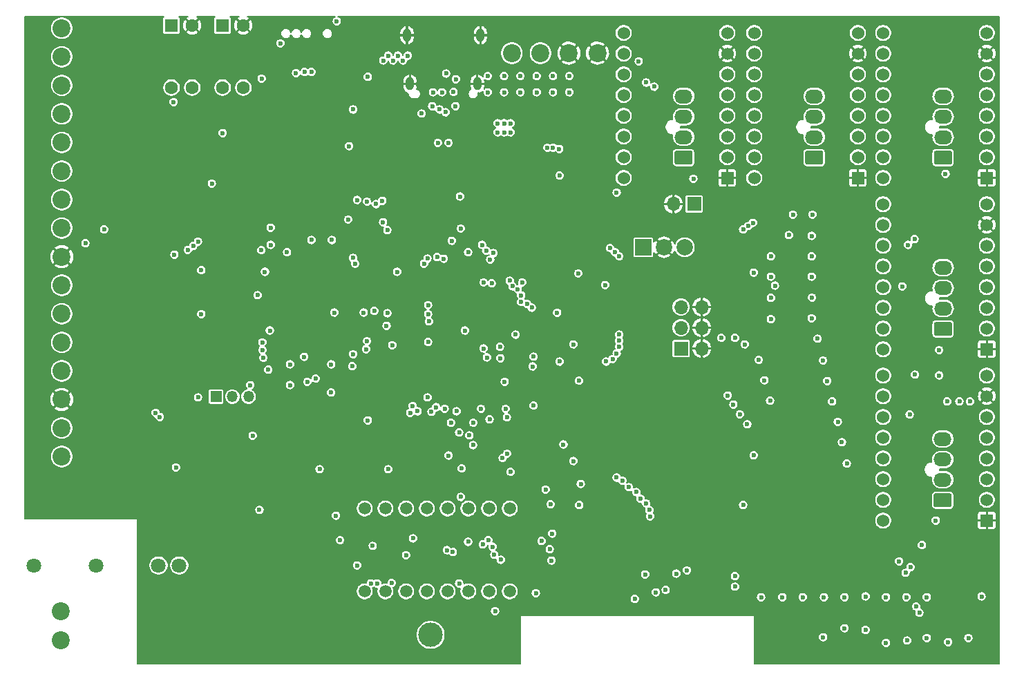
<source format=gbr>
G04 #@! TF.GenerationSoftware,KiCad,Pcbnew,(5.1.2)-1*
G04 #@! TF.CreationDate,2019-10-17T16:55:22+02:00*
G04 #@! TF.ProjectId,ovc,6f76632e-6b69-4636-9164-5f7063625858,rev?*
G04 #@! TF.SameCoordinates,Original*
G04 #@! TF.FileFunction,Copper,L2,Inr*
G04 #@! TF.FilePolarity,Positive*
%FSLAX46Y46*%
G04 Gerber Fmt 4.6, Leading zero omitted, Abs format (unit mm)*
G04 Created by KiCad (PCBNEW (5.1.2)-1) date 2019-10-17 16:55:22*
%MOMM*%
%LPD*%
G04 APERTURE LIST*
%ADD10O,1.000000X1.600000*%
%ADD11C,1.500000*%
%ADD12C,3.000000*%
%ADD13C,1.524000*%
%ADD14R,1.524000X1.524000*%
%ADD15C,1.800000*%
%ADD16C,2.200000*%
%ADD17C,0.100000*%
%ADD18C,1.700000*%
%ADD19O,2.200000X1.700000*%
%ADD20R,1.700000X1.700000*%
%ADD21O,1.700000X1.700000*%
%ADD22R,1.350000X1.350000*%
%ADD23O,1.350000X1.350000*%
%ADD24C,1.600000*%
%ADD25R,1.600000X1.600000*%
%ADD26R,2.000000X2.000000*%
%ADD27C,2.000000*%
%ADD28C,0.600000*%
%ADD29C,0.200000*%
G04 APERTURE END LIST*
D10*
X171090000Y-52600000D03*
X170730000Y-58550000D03*
X162470000Y-58550000D03*
X162110000Y-52600000D03*
D11*
X156910000Y-120780000D03*
X159450000Y-120780000D03*
X161990000Y-120780000D03*
X164530000Y-120780000D03*
X167070000Y-120780000D03*
X169610000Y-120780000D03*
X172150000Y-120780000D03*
X174690000Y-120780000D03*
X174690000Y-110620000D03*
X172150000Y-110620000D03*
X169610000Y-110620000D03*
X167070000Y-110620000D03*
X164530000Y-110620000D03*
X161990000Y-110620000D03*
X159450000Y-110620000D03*
X156910000Y-110620000D03*
D12*
X165000000Y-126100000D03*
D13*
X220450000Y-112090000D03*
X220450000Y-109550000D03*
X220450000Y-107010000D03*
X220450000Y-104470000D03*
X220450000Y-101930000D03*
X220450000Y-99390000D03*
X220450000Y-96850000D03*
X220450000Y-94310000D03*
X233150000Y-94310000D03*
X233150000Y-96850000D03*
X233150000Y-99390000D03*
X233150000Y-101930000D03*
X233150000Y-104470000D03*
X233150000Y-107010000D03*
X233150000Y-109550000D03*
D14*
X233150000Y-112090000D03*
D13*
X220450000Y-91090000D03*
X220450000Y-88550000D03*
X220450000Y-86010000D03*
X220450000Y-83470000D03*
X220450000Y-80930000D03*
X220450000Y-78390000D03*
X220450000Y-75850000D03*
X220450000Y-73310000D03*
X233150000Y-73310000D03*
X233150000Y-75850000D03*
X233150000Y-78390000D03*
X233150000Y-80930000D03*
X233150000Y-83470000D03*
X233150000Y-86010000D03*
X233150000Y-88550000D03*
D14*
X233150000Y-91090000D03*
D13*
X220450000Y-70090000D03*
X220450000Y-67550000D03*
X220450000Y-65010000D03*
X220450000Y-62470000D03*
X220450000Y-59930000D03*
X220450000Y-57390000D03*
X220450000Y-54850000D03*
X220450000Y-52310000D03*
X233150000Y-52310000D03*
X233150000Y-54850000D03*
X233150000Y-57390000D03*
X233150000Y-59930000D03*
X233150000Y-62470000D03*
X233150000Y-65010000D03*
X233150000Y-67550000D03*
D14*
X233150000Y-70090000D03*
D13*
X204650000Y-70090000D03*
X204650000Y-67550000D03*
X204650000Y-65010000D03*
X204650000Y-62470000D03*
X204650000Y-59930000D03*
X204650000Y-57390000D03*
X204650000Y-54850000D03*
X204650000Y-52310000D03*
X217350000Y-52310000D03*
X217350000Y-54850000D03*
X217350000Y-57390000D03*
X217350000Y-59930000D03*
X217350000Y-62470000D03*
X217350000Y-65010000D03*
X217350000Y-67550000D03*
D14*
X217350000Y-70090000D03*
D13*
X188650000Y-70090000D03*
X188650000Y-67550000D03*
X188650000Y-65010000D03*
X188650000Y-62470000D03*
X188650000Y-59930000D03*
X188650000Y-57390000D03*
X188650000Y-54850000D03*
X188650000Y-52310000D03*
X201350000Y-52310000D03*
X201350000Y-54850000D03*
X201350000Y-57390000D03*
X201350000Y-59930000D03*
X201350000Y-62470000D03*
X201350000Y-65010000D03*
X201350000Y-67550000D03*
D14*
X201350000Y-70090000D03*
D15*
X116420000Y-117600000D03*
X124040000Y-117600000D03*
X131660000Y-117600000D03*
X134200000Y-117600000D03*
D16*
X119700000Y-123250000D03*
X119700000Y-126750000D03*
X185450000Y-54800000D03*
X181950000Y-54800000D03*
X178450000Y-54800000D03*
X174950000Y-54800000D03*
D17*
G36*
X228614504Y-108751204D02*
G01*
X228638773Y-108754804D01*
X228662571Y-108760765D01*
X228685671Y-108769030D01*
X228707849Y-108779520D01*
X228728893Y-108792133D01*
X228748598Y-108806747D01*
X228766777Y-108823223D01*
X228783253Y-108841402D01*
X228797867Y-108861107D01*
X228810480Y-108882151D01*
X228820970Y-108904329D01*
X228829235Y-108927429D01*
X228835196Y-108951227D01*
X228838796Y-108975496D01*
X228840000Y-109000000D01*
X228840000Y-110200000D01*
X228838796Y-110224504D01*
X228835196Y-110248773D01*
X228829235Y-110272571D01*
X228820970Y-110295671D01*
X228810480Y-110317849D01*
X228797867Y-110338893D01*
X228783253Y-110358598D01*
X228766777Y-110376777D01*
X228748598Y-110393253D01*
X228728893Y-110407867D01*
X228707849Y-110420480D01*
X228685671Y-110430970D01*
X228662571Y-110439235D01*
X228638773Y-110445196D01*
X228614504Y-110448796D01*
X228590000Y-110450000D01*
X226890000Y-110450000D01*
X226865496Y-110448796D01*
X226841227Y-110445196D01*
X226817429Y-110439235D01*
X226794329Y-110430970D01*
X226772151Y-110420480D01*
X226751107Y-110407867D01*
X226731402Y-110393253D01*
X226713223Y-110376777D01*
X226696747Y-110358598D01*
X226682133Y-110338893D01*
X226669520Y-110317849D01*
X226659030Y-110295671D01*
X226650765Y-110272571D01*
X226644804Y-110248773D01*
X226641204Y-110224504D01*
X226640000Y-110200000D01*
X226640000Y-109000000D01*
X226641204Y-108975496D01*
X226644804Y-108951227D01*
X226650765Y-108927429D01*
X226659030Y-108904329D01*
X226669520Y-108882151D01*
X226682133Y-108861107D01*
X226696747Y-108841402D01*
X226713223Y-108823223D01*
X226731402Y-108806747D01*
X226751107Y-108792133D01*
X226772151Y-108779520D01*
X226794329Y-108769030D01*
X226817429Y-108760765D01*
X226841227Y-108754804D01*
X226865496Y-108751204D01*
X226890000Y-108750000D01*
X228590000Y-108750000D01*
X228614504Y-108751204D01*
X228614504Y-108751204D01*
G37*
D18*
X227740000Y-109600000D03*
D19*
X227740000Y-107100000D03*
X227740000Y-104600000D03*
X227740000Y-102100000D03*
D20*
X197300000Y-73300000D03*
D21*
X194760000Y-73300000D03*
D19*
X227800000Y-81100000D03*
X227800000Y-83600000D03*
X227800000Y-86100000D03*
D17*
G36*
X228674504Y-87751204D02*
G01*
X228698773Y-87754804D01*
X228722571Y-87760765D01*
X228745671Y-87769030D01*
X228767849Y-87779520D01*
X228788893Y-87792133D01*
X228808598Y-87806747D01*
X228826777Y-87823223D01*
X228843253Y-87841402D01*
X228857867Y-87861107D01*
X228870480Y-87882151D01*
X228880970Y-87904329D01*
X228889235Y-87927429D01*
X228895196Y-87951227D01*
X228898796Y-87975496D01*
X228900000Y-88000000D01*
X228900000Y-89200000D01*
X228898796Y-89224504D01*
X228895196Y-89248773D01*
X228889235Y-89272571D01*
X228880970Y-89295671D01*
X228870480Y-89317849D01*
X228857867Y-89338893D01*
X228843253Y-89358598D01*
X228826777Y-89376777D01*
X228808598Y-89393253D01*
X228788893Y-89407867D01*
X228767849Y-89420480D01*
X228745671Y-89430970D01*
X228722571Y-89439235D01*
X228698773Y-89445196D01*
X228674504Y-89448796D01*
X228650000Y-89450000D01*
X226950000Y-89450000D01*
X226925496Y-89448796D01*
X226901227Y-89445196D01*
X226877429Y-89439235D01*
X226854329Y-89430970D01*
X226832151Y-89420480D01*
X226811107Y-89407867D01*
X226791402Y-89393253D01*
X226773223Y-89376777D01*
X226756747Y-89358598D01*
X226742133Y-89338893D01*
X226729520Y-89317849D01*
X226719030Y-89295671D01*
X226710765Y-89272571D01*
X226704804Y-89248773D01*
X226701204Y-89224504D01*
X226700000Y-89200000D01*
X226700000Y-88000000D01*
X226701204Y-87975496D01*
X226704804Y-87951227D01*
X226710765Y-87927429D01*
X226719030Y-87904329D01*
X226729520Y-87882151D01*
X226742133Y-87861107D01*
X226756747Y-87841402D01*
X226773223Y-87823223D01*
X226791402Y-87806747D01*
X226811107Y-87792133D01*
X226832151Y-87779520D01*
X226854329Y-87769030D01*
X226877429Y-87760765D01*
X226901227Y-87754804D01*
X226925496Y-87751204D01*
X226950000Y-87750000D01*
X228650000Y-87750000D01*
X228674504Y-87751204D01*
X228674504Y-87751204D01*
G37*
D18*
X227800000Y-88600000D03*
D17*
G36*
X228674504Y-66751204D02*
G01*
X228698773Y-66754804D01*
X228722571Y-66760765D01*
X228745671Y-66769030D01*
X228767849Y-66779520D01*
X228788893Y-66792133D01*
X228808598Y-66806747D01*
X228826777Y-66823223D01*
X228843253Y-66841402D01*
X228857867Y-66861107D01*
X228870480Y-66882151D01*
X228880970Y-66904329D01*
X228889235Y-66927429D01*
X228895196Y-66951227D01*
X228898796Y-66975496D01*
X228900000Y-67000000D01*
X228900000Y-68200000D01*
X228898796Y-68224504D01*
X228895196Y-68248773D01*
X228889235Y-68272571D01*
X228880970Y-68295671D01*
X228870480Y-68317849D01*
X228857867Y-68338893D01*
X228843253Y-68358598D01*
X228826777Y-68376777D01*
X228808598Y-68393253D01*
X228788893Y-68407867D01*
X228767849Y-68420480D01*
X228745671Y-68430970D01*
X228722571Y-68439235D01*
X228698773Y-68445196D01*
X228674504Y-68448796D01*
X228650000Y-68450000D01*
X226950000Y-68450000D01*
X226925496Y-68448796D01*
X226901227Y-68445196D01*
X226877429Y-68439235D01*
X226854329Y-68430970D01*
X226832151Y-68420480D01*
X226811107Y-68407867D01*
X226791402Y-68393253D01*
X226773223Y-68376777D01*
X226756747Y-68358598D01*
X226742133Y-68338893D01*
X226729520Y-68317849D01*
X226719030Y-68295671D01*
X226710765Y-68272571D01*
X226704804Y-68248773D01*
X226701204Y-68224504D01*
X226700000Y-68200000D01*
X226700000Y-67000000D01*
X226701204Y-66975496D01*
X226704804Y-66951227D01*
X226710765Y-66927429D01*
X226719030Y-66904329D01*
X226729520Y-66882151D01*
X226742133Y-66861107D01*
X226756747Y-66841402D01*
X226773223Y-66823223D01*
X226791402Y-66806747D01*
X226811107Y-66792133D01*
X226832151Y-66779520D01*
X226854329Y-66769030D01*
X226877429Y-66760765D01*
X226901227Y-66754804D01*
X226925496Y-66751204D01*
X226950000Y-66750000D01*
X228650000Y-66750000D01*
X228674504Y-66751204D01*
X228674504Y-66751204D01*
G37*
D18*
X227800000Y-67600000D03*
D19*
X227800000Y-65100000D03*
X227800000Y-62600000D03*
X227800000Y-60100000D03*
D17*
G36*
X212874504Y-66751204D02*
G01*
X212898773Y-66754804D01*
X212922571Y-66760765D01*
X212945671Y-66769030D01*
X212967849Y-66779520D01*
X212988893Y-66792133D01*
X213008598Y-66806747D01*
X213026777Y-66823223D01*
X213043253Y-66841402D01*
X213057867Y-66861107D01*
X213070480Y-66882151D01*
X213080970Y-66904329D01*
X213089235Y-66927429D01*
X213095196Y-66951227D01*
X213098796Y-66975496D01*
X213100000Y-67000000D01*
X213100000Y-68200000D01*
X213098796Y-68224504D01*
X213095196Y-68248773D01*
X213089235Y-68272571D01*
X213080970Y-68295671D01*
X213070480Y-68317849D01*
X213057867Y-68338893D01*
X213043253Y-68358598D01*
X213026777Y-68376777D01*
X213008598Y-68393253D01*
X212988893Y-68407867D01*
X212967849Y-68420480D01*
X212945671Y-68430970D01*
X212922571Y-68439235D01*
X212898773Y-68445196D01*
X212874504Y-68448796D01*
X212850000Y-68450000D01*
X211150000Y-68450000D01*
X211125496Y-68448796D01*
X211101227Y-68445196D01*
X211077429Y-68439235D01*
X211054329Y-68430970D01*
X211032151Y-68420480D01*
X211011107Y-68407867D01*
X210991402Y-68393253D01*
X210973223Y-68376777D01*
X210956747Y-68358598D01*
X210942133Y-68338893D01*
X210929520Y-68317849D01*
X210919030Y-68295671D01*
X210910765Y-68272571D01*
X210904804Y-68248773D01*
X210901204Y-68224504D01*
X210900000Y-68200000D01*
X210900000Y-67000000D01*
X210901204Y-66975496D01*
X210904804Y-66951227D01*
X210910765Y-66927429D01*
X210919030Y-66904329D01*
X210929520Y-66882151D01*
X210942133Y-66861107D01*
X210956747Y-66841402D01*
X210973223Y-66823223D01*
X210991402Y-66806747D01*
X211011107Y-66792133D01*
X211032151Y-66779520D01*
X211054329Y-66769030D01*
X211077429Y-66760765D01*
X211101227Y-66754804D01*
X211125496Y-66751204D01*
X211150000Y-66750000D01*
X212850000Y-66750000D01*
X212874504Y-66751204D01*
X212874504Y-66751204D01*
G37*
D18*
X212000000Y-67600000D03*
D19*
X212000000Y-65100000D03*
X212000000Y-62600000D03*
X212000000Y-60100000D03*
X196000000Y-60100000D03*
X196000000Y-62600000D03*
X196000000Y-65100000D03*
D17*
G36*
X196874504Y-66751204D02*
G01*
X196898773Y-66754804D01*
X196922571Y-66760765D01*
X196945671Y-66769030D01*
X196967849Y-66779520D01*
X196988893Y-66792133D01*
X197008598Y-66806747D01*
X197026777Y-66823223D01*
X197043253Y-66841402D01*
X197057867Y-66861107D01*
X197070480Y-66882151D01*
X197080970Y-66904329D01*
X197089235Y-66927429D01*
X197095196Y-66951227D01*
X197098796Y-66975496D01*
X197100000Y-67000000D01*
X197100000Y-68200000D01*
X197098796Y-68224504D01*
X197095196Y-68248773D01*
X197089235Y-68272571D01*
X197080970Y-68295671D01*
X197070480Y-68317849D01*
X197057867Y-68338893D01*
X197043253Y-68358598D01*
X197026777Y-68376777D01*
X197008598Y-68393253D01*
X196988893Y-68407867D01*
X196967849Y-68420480D01*
X196945671Y-68430970D01*
X196922571Y-68439235D01*
X196898773Y-68445196D01*
X196874504Y-68448796D01*
X196850000Y-68450000D01*
X195150000Y-68450000D01*
X195125496Y-68448796D01*
X195101227Y-68445196D01*
X195077429Y-68439235D01*
X195054329Y-68430970D01*
X195032151Y-68420480D01*
X195011107Y-68407867D01*
X194991402Y-68393253D01*
X194973223Y-68376777D01*
X194956747Y-68358598D01*
X194942133Y-68338893D01*
X194929520Y-68317849D01*
X194919030Y-68295671D01*
X194910765Y-68272571D01*
X194904804Y-68248773D01*
X194901204Y-68224504D01*
X194900000Y-68200000D01*
X194900000Y-67000000D01*
X194901204Y-66975496D01*
X194904804Y-66951227D01*
X194910765Y-66927429D01*
X194919030Y-66904329D01*
X194929520Y-66882151D01*
X194942133Y-66861107D01*
X194956747Y-66841402D01*
X194973223Y-66823223D01*
X194991402Y-66806747D01*
X195011107Y-66792133D01*
X195032151Y-66779520D01*
X195054329Y-66769030D01*
X195077429Y-66760765D01*
X195101227Y-66754804D01*
X195125496Y-66751204D01*
X195150000Y-66750000D01*
X196850000Y-66750000D01*
X196874504Y-66751204D01*
X196874504Y-66751204D01*
G37*
D18*
X196000000Y-67600000D03*
D22*
X138700000Y-96900000D03*
D23*
X140700000Y-96900000D03*
X142700000Y-96900000D03*
D24*
X139500000Y-59020000D03*
X142040000Y-59020000D03*
X142040000Y-51400000D03*
D25*
X139500000Y-51400000D03*
D24*
X133250000Y-59020000D03*
X135790000Y-59020000D03*
X135790000Y-51400000D03*
D25*
X133250000Y-51400000D03*
D26*
X191060000Y-78600000D03*
D27*
X193600000Y-78600000D03*
X196140000Y-78600000D03*
D20*
X195700000Y-91000000D03*
D21*
X198240000Y-91000000D03*
X195700000Y-88460000D03*
X198240000Y-88460000D03*
X195700000Y-85920000D03*
X198240000Y-85920000D03*
D16*
X119800000Y-97250000D03*
X119800000Y-93750000D03*
X119800000Y-90250000D03*
X119800000Y-86750000D03*
X119800000Y-83250000D03*
X119800000Y-79750000D03*
X119800000Y-76250000D03*
X119800000Y-72750000D03*
X119800000Y-69250000D03*
X119800000Y-65750000D03*
X119800000Y-62250000D03*
X119800000Y-58750000D03*
X119800000Y-100750000D03*
X119800000Y-104250000D03*
X119800000Y-55250000D03*
X119800000Y-51750000D03*
D28*
X188100000Y-90800006D03*
X188100000Y-90050003D03*
X188100000Y-79700000D03*
X192400000Y-58902001D03*
X222800000Y-83400000D03*
X188100000Y-89300000D03*
X187569668Y-79169668D03*
X191400000Y-58400000D03*
X223500000Y-78300000D03*
X223700000Y-99100000D03*
X186990983Y-78692566D03*
X190500000Y-55800000D03*
X224300000Y-77600000D03*
X224350001Y-94200000D03*
X180500000Y-86625000D03*
X172000000Y-57600000D03*
X174000000Y-57600000D03*
X176000000Y-57600000D03*
X178000000Y-57600000D03*
X180000000Y-57600000D03*
X182000000Y-57600000D03*
X172000000Y-59600000D03*
X174000000Y-59600000D03*
X176000000Y-59600000D03*
X178000000Y-59600000D03*
X180000000Y-59600000D03*
X182000000Y-59600000D03*
X228300000Y-97500000D03*
X229800000Y-97500000D03*
X231100000Y-97500000D03*
X179300000Y-66400000D03*
X180000000Y-66400000D03*
X180750000Y-66550000D03*
X139800000Y-74000000D03*
X139800000Y-73200000D03*
X139800000Y-72400000D03*
X182100000Y-75600000D03*
X180700000Y-75600000D03*
X182100000Y-73800000D03*
X180700000Y-73800000D03*
X169700000Y-74200000D03*
X171100000Y-72100000D03*
X170400000Y-72100000D03*
X169700000Y-72100000D03*
X206600000Y-112700000D03*
X206400000Y-110200000D03*
X211800000Y-107700000D03*
X211700000Y-110200000D03*
X211800000Y-112700000D03*
X122200000Y-53800000D03*
X122200000Y-58000000D03*
X122200000Y-62200000D03*
X122200000Y-66400000D03*
X134600000Y-56000000D03*
X147600000Y-56600000D03*
X147600000Y-57400000D03*
X129600000Y-52200000D03*
X129600000Y-56400000D03*
X129600000Y-60600000D03*
X129600000Y-64800000D03*
X128000000Y-70500000D03*
X130200000Y-70600000D03*
X169200000Y-82700000D03*
X166600000Y-76900000D03*
X169675000Y-78000000D03*
X171400000Y-61500000D03*
X145500000Y-70200000D03*
X146400000Y-70200000D03*
X146400000Y-71800000D03*
X145500000Y-71800000D03*
X134500000Y-63700000D03*
X133600000Y-71600000D03*
X131800000Y-80200000D03*
X133100000Y-86100000D03*
X126500000Y-83500000D03*
X125700000Y-87000000D03*
X130200000Y-74800000D03*
X127100000Y-73200000D03*
X150200000Y-66100000D03*
X153000000Y-66900000D03*
X143200000Y-62900000D03*
X142300000Y-60600000D03*
X127000000Y-94600000D03*
X127000000Y-90400000D03*
X122200000Y-95600000D03*
X122200000Y-88800000D03*
X133200000Y-89600000D03*
X135400000Y-89600000D03*
X133200000Y-95500000D03*
X122500000Y-82300000D03*
X123700000Y-80000000D03*
X140000000Y-87900000D03*
X141300000Y-89800000D03*
X123700000Y-78000000D03*
X134600000Y-102600000D03*
X136100000Y-104700000D03*
X150700000Y-53600000D03*
X147045000Y-51200000D03*
X167400000Y-71100000D03*
X171000000Y-70800000D03*
X133400000Y-110400000D03*
X136400000Y-114700000D03*
X137600000Y-118700000D03*
X139500000Y-112300000D03*
X142700000Y-114500000D03*
X149700000Y-114400000D03*
X153300000Y-128500000D03*
X137200000Y-128000000D03*
X145450000Y-110800000D03*
X147000000Y-109200000D03*
X166700000Y-118400000D03*
X134200000Y-96100000D03*
X155000000Y-60400000D03*
X154400000Y-115400000D03*
X168700000Y-111700000D03*
X177700000Y-89200000D03*
X167700000Y-94949998D03*
X170200000Y-94900000D03*
X173200000Y-82700000D03*
X177700000Y-94200000D03*
X155200000Y-90200000D03*
X149600000Y-79100000D03*
X148000000Y-81600000D03*
X143825000Y-76500000D03*
X168100000Y-63600000D03*
X165900000Y-63600000D03*
X162125000Y-62100000D03*
X162125000Y-67700000D03*
X152825000Y-82790000D03*
X147775000Y-82790000D03*
X170500000Y-101800000D03*
X135107523Y-81050000D03*
X147775000Y-98030000D03*
X152825000Y-98030000D03*
X145100000Y-96400000D03*
X154600000Y-108600000D03*
X162300000Y-108300000D03*
X150500000Y-60500000D03*
X159400000Y-90600000D03*
X140500000Y-99800000D03*
X136000000Y-98300000D03*
X137600000Y-99700000D03*
X153000000Y-104200000D03*
X161400000Y-104125000D03*
X170000000Y-104125000D03*
X178400000Y-104200000D03*
X179200000Y-103700000D03*
X169900000Y-60700000D03*
X169600000Y-57900000D03*
X164121232Y-61321232D03*
X170900000Y-67700000D03*
X176000000Y-62200000D03*
X176900000Y-121000000D03*
X175600000Y-123200000D03*
X178100000Y-123200000D03*
X178600000Y-116600000D03*
X173500000Y-77500000D03*
X201000000Y-88600000D03*
X193100000Y-80800000D03*
X143100000Y-117700000D03*
X174800000Y-95275000D03*
X185600000Y-85800000D03*
X185000000Y-81800000D03*
X175200000Y-101800000D03*
X184800000Y-95600000D03*
X184800000Y-94400000D03*
X184200000Y-107600000D03*
X201000000Y-123000000D03*
X202200000Y-117600000D03*
X183400000Y-122200000D03*
X184800000Y-89600000D03*
X222000000Y-95800000D03*
X223300000Y-97500000D03*
X226100000Y-97500000D03*
X224700000Y-97500000D03*
X231400000Y-92200000D03*
X231400000Y-71200000D03*
X191500000Y-52900000D03*
X194300000Y-52900000D03*
X192900000Y-52900000D03*
X207500000Y-52900000D03*
X208900000Y-52900000D03*
X210300000Y-52900000D03*
X223300000Y-52900000D03*
X224700000Y-52900000D03*
X226100000Y-52900000D03*
X223300000Y-76500000D03*
X224700000Y-76500000D03*
X226100000Y-76500000D03*
X222000000Y-54600000D03*
X206200000Y-54600000D03*
X190200000Y-54600000D03*
X200500000Y-51000000D03*
X232300000Y-51000000D03*
X216500000Y-51000000D03*
X193300000Y-82725010D03*
X208070000Y-126525000D03*
X210610000Y-126525000D03*
X193400000Y-76700000D03*
X177700000Y-83225010D03*
X181700000Y-83225000D03*
X200621239Y-87121239D03*
X183200000Y-57600000D03*
X184900000Y-57600000D03*
X186600000Y-57600000D03*
X186600000Y-58600000D03*
X184900000Y-58600000D03*
X183200000Y-58600000D03*
X183200000Y-56500000D03*
X184900000Y-56500000D03*
X186600000Y-56500000D03*
X201700000Y-80500000D03*
X202400000Y-83900000D03*
X196400000Y-106299996D03*
X226300000Y-117300000D03*
X224700000Y-120900000D03*
X227400000Y-125400000D03*
X229400000Y-125400000D03*
X232000000Y-125400000D03*
X232200000Y-128300000D03*
X214400000Y-128400000D03*
X216700000Y-123900000D03*
X234200000Y-123900000D03*
X157300000Y-55700000D03*
X143074990Y-54600000D03*
X138880000Y-81260000D03*
X221980000Y-74800000D03*
X230370000Y-110990000D03*
X230410000Y-90130000D03*
X230330000Y-68870000D03*
X214620000Y-69610000D03*
X198710000Y-68870000D03*
X147090000Y-54580000D03*
X180110000Y-98570000D03*
X142974990Y-112100000D03*
X188800000Y-119100000D03*
X188349998Y-114300000D03*
X188200000Y-116700000D03*
X166800000Y-101700000D03*
X143218738Y-99581262D03*
X145306041Y-94450002D03*
X136000000Y-102200000D03*
X201700000Y-72000000D03*
X164700000Y-89200000D03*
X229300000Y-94300000D03*
X163449989Y-58600000D03*
X126800000Y-100800000D03*
X126800000Y-105000000D03*
X164500000Y-54500000D03*
X169600000Y-79200000D03*
X154900000Y-75200000D03*
X172700000Y-79300000D03*
X168600000Y-72375000D03*
X183100000Y-81800000D03*
X186400000Y-83225000D03*
X182500000Y-90500000D03*
X175400000Y-89300000D03*
X170225000Y-100100000D03*
X167500000Y-100100000D03*
X145400000Y-76200000D03*
X202300000Y-120200000D03*
X203300000Y-110200000D03*
X183174424Y-94950384D03*
X202300000Y-89700000D03*
X200621238Y-89700000D03*
X146600000Y-53600000D03*
X174346232Y-99440000D03*
X181275000Y-102770000D03*
X144025000Y-110800000D03*
X151400000Y-105800000D03*
X159800000Y-105800000D03*
X168800000Y-105700000D03*
X174800000Y-106125000D03*
X171900000Y-92100000D03*
X169200000Y-88800000D03*
X160300000Y-90600000D03*
X157200000Y-90100000D03*
X142900000Y-95500000D03*
X147775000Y-95490000D03*
X152800000Y-96400000D03*
X204600000Y-81700000D03*
X207200000Y-83300000D03*
X204599998Y-104100000D03*
X228100000Y-69600000D03*
X227300000Y-91200000D03*
X226900000Y-112100000D03*
X227300000Y-94300000D03*
X177400931Y-86000764D03*
X176821145Y-85525001D03*
X176100000Y-85300000D03*
X176100000Y-84499998D03*
X174700000Y-82700000D03*
X175035411Y-83370822D03*
X175683329Y-83748584D03*
X176225000Y-82900000D03*
X164200000Y-80600000D03*
X164616026Y-79975961D03*
X165800000Y-79800000D03*
X167600000Y-77800000D03*
X171300000Y-78300000D03*
X171800000Y-79000000D03*
X187800000Y-71900000D03*
X172500000Y-83000000D03*
X172300000Y-80100000D03*
X147775000Y-92950000D03*
X152825000Y-92950000D03*
X145100000Y-93600000D03*
X157300000Y-57700000D03*
X232519998Y-121400000D03*
X225200000Y-115100000D03*
X204500000Y-75600000D03*
X203900000Y-76000000D03*
X203300000Y-76400000D03*
X153400000Y-111500000D03*
X178600000Y-114600000D03*
X177900000Y-121000000D03*
X157900000Y-115200000D03*
X162843707Y-114275000D03*
X171400000Y-115025000D03*
X168700000Y-109200000D03*
X172900000Y-123200000D03*
X153900000Y-114500000D03*
X133800000Y-105600000D03*
X143200000Y-101700000D03*
X136900000Y-86800000D03*
X136900000Y-81400000D03*
X133600000Y-79500000D03*
X144700000Y-81600000D03*
X171500000Y-82900000D03*
X180800000Y-69800000D03*
X122700000Y-78100000D03*
X131800000Y-99400000D03*
X131300000Y-98900000D03*
X125000000Y-76400000D03*
X165300000Y-59600000D03*
X168100000Y-58000000D03*
X168046447Y-61296017D03*
X165200000Y-61300000D03*
X165900000Y-65800000D03*
X167200000Y-65800000D03*
X174800000Y-64500000D03*
X174800000Y-63400000D03*
X173200000Y-63400000D03*
X173200000Y-64500000D03*
X174000000Y-64500000D03*
X174000000Y-63400000D03*
X197200000Y-70200000D03*
X155000000Y-66200000D03*
X166400000Y-59600000D03*
X166100000Y-61700000D03*
X167807224Y-59556348D03*
X166830425Y-62034787D03*
X172225000Y-99700000D03*
X171175000Y-98400000D03*
X168500000Y-101300000D03*
X170200000Y-102850001D03*
X164700000Y-90200000D03*
X153500000Y-50900000D03*
X163900000Y-62200000D03*
X150917844Y-94686384D03*
X157200000Y-73000000D03*
X152900000Y-77700000D03*
X149560000Y-57090000D03*
X149900000Y-95100000D03*
X156000000Y-72800000D03*
X150400000Y-77700000D03*
X148510000Y-57250000D03*
X159174999Y-75525001D03*
X159700000Y-76500000D03*
X180800000Y-92600000D03*
X153200000Y-86600000D03*
X156800000Y-86600000D03*
X223200000Y-118500000D03*
X186500000Y-92600000D03*
X177602494Y-91998753D03*
X173550002Y-92200000D03*
X177500000Y-93200000D03*
X223800000Y-117800000D03*
X187300000Y-92300000D03*
X173503489Y-90799244D03*
X171500000Y-91000000D03*
X155400000Y-93174990D03*
X149500000Y-92025000D03*
X222400000Y-117100000D03*
X187800000Y-91600000D03*
X157300000Y-99825000D03*
X174072391Y-95093098D03*
X166900000Y-57300000D03*
X216000000Y-105100000D03*
X179700000Y-110100000D03*
X202300000Y-118900000D03*
X214900000Y-100000000D03*
X213600000Y-95000000D03*
X212400000Y-89800000D03*
X211725000Y-84770000D03*
X211700000Y-79700000D03*
X211800000Y-74600000D03*
X215400000Y-102500000D03*
X214200000Y-97500000D03*
X213074999Y-92474999D03*
X211700000Y-87300000D03*
X211700000Y-82200000D03*
X211700000Y-77200000D03*
X191900000Y-111600000D03*
X191400000Y-110000000D03*
X190200000Y-108600000D03*
X203800000Y-100300000D03*
X206600000Y-97400000D03*
X188500000Y-107200000D03*
X202100000Y-97875000D03*
X205200000Y-92400000D03*
X183212272Y-110194631D03*
X206700000Y-87400000D03*
X206700000Y-82200000D03*
X208900000Y-77100000D03*
X191800000Y-110800000D03*
X190700000Y-109400000D03*
X189300000Y-108000000D03*
X202900000Y-99075000D03*
X205900000Y-94900000D03*
X187800000Y-106825000D03*
X201400000Y-96775000D03*
X203500000Y-90500000D03*
X183400000Y-107600000D03*
X206700000Y-84800000D03*
X206700000Y-79700000D03*
X179100000Y-108300000D03*
X182500000Y-104800000D03*
X209400000Y-74600000D03*
X144300000Y-57925000D03*
X145400000Y-78300000D03*
X158300000Y-73300000D03*
X150400000Y-57100000D03*
X135900000Y-78450001D03*
X144499990Y-92149984D03*
X135250000Y-78925000D03*
X144388130Y-90263865D03*
X136500000Y-77900000D03*
X145300000Y-88800000D03*
X147400000Y-79200000D03*
X138200000Y-70800000D03*
X139500000Y-64600000D03*
X144244976Y-78944976D03*
X164625000Y-97000000D03*
X169746231Y-101653769D03*
X165675000Y-98200000D03*
X177600000Y-98000000D03*
X174375752Y-103900000D03*
X162500000Y-98900000D03*
X179800000Y-117000000D03*
X179600000Y-115600000D03*
X169600000Y-114700000D03*
X162800000Y-98050001D03*
X179900000Y-113700000D03*
X156000000Y-117600000D03*
X157700000Y-119800000D03*
X168175000Y-98700000D03*
X158450003Y-119800000D03*
X160226910Y-119742303D03*
X168500000Y-119800000D03*
X162000000Y-116349960D03*
X167000000Y-115725000D03*
X167713539Y-115956003D03*
X168700000Y-76300000D03*
X166600000Y-80000000D03*
X155747998Y-80625001D03*
X157100000Y-91100000D03*
X144400000Y-91200000D03*
X143800000Y-84470000D03*
X155500000Y-91700000D03*
X155500000Y-79900000D03*
X162200000Y-55100000D03*
X164797039Y-87685195D03*
X161600000Y-55700000D03*
X164700000Y-85700000D03*
X161000000Y-55100000D03*
X164700000Y-86800000D03*
X160400000Y-55700000D03*
X160900000Y-81600000D03*
X159800000Y-55100000D03*
X158100000Y-86400000D03*
X159200000Y-55700000D03*
X159074990Y-72900000D03*
X159600000Y-88225000D03*
X159700000Y-86675000D03*
X167200000Y-104125000D03*
X163400000Y-98700000D03*
X166725000Y-98400000D03*
X165100000Y-98774990D03*
X174200000Y-98400000D03*
X173821232Y-104421232D03*
X155500000Y-61700000D03*
X133500000Y-60800000D03*
X136500000Y-97000000D03*
X205500000Y-121500000D03*
X208100000Y-121500000D03*
X210600000Y-121500000D03*
X213200000Y-121500000D03*
X213100000Y-126400000D03*
X215700000Y-121500000D03*
X215700000Y-125300000D03*
X218300000Y-121400000D03*
X218300000Y-125500000D03*
X220800000Y-121500000D03*
X220800000Y-127100000D03*
X223300000Y-121500000D03*
X223400000Y-126800000D03*
X225800000Y-121500000D03*
X225800000Y-126500000D03*
X224500000Y-122625000D03*
X228400000Y-127000000D03*
X224900000Y-123400000D03*
X230900000Y-126500000D03*
X190025000Y-121700000D03*
X192600000Y-120900000D03*
X195100000Y-118600000D03*
X191295000Y-118700000D03*
X193800000Y-120600000D03*
X196400000Y-118200000D03*
X173600000Y-116900000D03*
X172800000Y-116300000D03*
X172600000Y-115300000D03*
X172075000Y-114500000D03*
D29*
G36*
X132282523Y-50349353D02*
G01*
X132236842Y-50386842D01*
X132199353Y-50432523D01*
X132171496Y-50484640D01*
X132154341Y-50541190D01*
X132148549Y-50600000D01*
X132148549Y-52200000D01*
X132154341Y-52258810D01*
X132171496Y-52315360D01*
X132199353Y-52367477D01*
X132236842Y-52413158D01*
X132282523Y-52450647D01*
X132334640Y-52478504D01*
X132391190Y-52495659D01*
X132450000Y-52501451D01*
X134050000Y-52501451D01*
X134108810Y-52495659D01*
X134165360Y-52478504D01*
X134217477Y-52450647D01*
X134263158Y-52413158D01*
X134300647Y-52367477D01*
X134328504Y-52315360D01*
X134345659Y-52258810D01*
X134349828Y-52216479D01*
X135044232Y-52216479D01*
X135122305Y-52404068D01*
X135331019Y-52515036D01*
X135557371Y-52583153D01*
X135792663Y-52605802D01*
X136027852Y-52582114D01*
X136253900Y-52512997D01*
X136457695Y-52404068D01*
X136535768Y-52216479D01*
X135790000Y-51470711D01*
X135044232Y-52216479D01*
X134349828Y-52216479D01*
X134351451Y-52200000D01*
X134351451Y-51402663D01*
X134584198Y-51402663D01*
X134607886Y-51637852D01*
X134677003Y-51863900D01*
X134785932Y-52067695D01*
X134973521Y-52145768D01*
X135719289Y-51400000D01*
X135860711Y-51400000D01*
X136606479Y-52145768D01*
X136794068Y-52067695D01*
X136905036Y-51858981D01*
X136973153Y-51632629D01*
X136995802Y-51397337D01*
X136972114Y-51162148D01*
X136902997Y-50936100D01*
X136794068Y-50732305D01*
X136606479Y-50654232D01*
X135860711Y-51400000D01*
X135719289Y-51400000D01*
X134973521Y-50654232D01*
X134785932Y-50732305D01*
X134674964Y-50941019D01*
X134606847Y-51167371D01*
X134584198Y-51402663D01*
X134351451Y-51402663D01*
X134351451Y-50600000D01*
X134345659Y-50541190D01*
X134328504Y-50484640D01*
X134300647Y-50432523D01*
X134263158Y-50386842D01*
X134217477Y-50349353D01*
X134171916Y-50325000D01*
X135255012Y-50325000D01*
X135122305Y-50395932D01*
X135044232Y-50583521D01*
X135790000Y-51329289D01*
X136535768Y-50583521D01*
X136457695Y-50395932D01*
X136324283Y-50325000D01*
X138578084Y-50325000D01*
X138532523Y-50349353D01*
X138486842Y-50386842D01*
X138449353Y-50432523D01*
X138421496Y-50484640D01*
X138404341Y-50541190D01*
X138398549Y-50600000D01*
X138398549Y-52200000D01*
X138404341Y-52258810D01*
X138421496Y-52315360D01*
X138449353Y-52367477D01*
X138486842Y-52413158D01*
X138532523Y-52450647D01*
X138584640Y-52478504D01*
X138641190Y-52495659D01*
X138700000Y-52501451D01*
X140300000Y-52501451D01*
X140358810Y-52495659D01*
X140415360Y-52478504D01*
X140467477Y-52450647D01*
X140513158Y-52413158D01*
X140550647Y-52367477D01*
X140578504Y-52315360D01*
X140595659Y-52258810D01*
X140599828Y-52216479D01*
X141294232Y-52216479D01*
X141372305Y-52404068D01*
X141581019Y-52515036D01*
X141807371Y-52583153D01*
X142042663Y-52605802D01*
X142277852Y-52582114D01*
X142503900Y-52512997D01*
X142707695Y-52404068D01*
X142735700Y-52336779D01*
X146618106Y-52336779D01*
X146618106Y-52463221D01*
X146642773Y-52587234D01*
X146691161Y-52704051D01*
X146761408Y-52809184D01*
X146850816Y-52898592D01*
X146955949Y-52968839D01*
X147072766Y-53017227D01*
X147196779Y-53041894D01*
X147323221Y-53041894D01*
X147447234Y-53017227D01*
X147564051Y-52968839D01*
X147669184Y-52898592D01*
X147758592Y-52809184D01*
X147828839Y-52704051D01*
X147877227Y-52587234D01*
X147895000Y-52497880D01*
X147912773Y-52587234D01*
X147961161Y-52704051D01*
X148031408Y-52809184D01*
X148120816Y-52898592D01*
X148225949Y-52968839D01*
X148342766Y-53017227D01*
X148466779Y-53041894D01*
X148593221Y-53041894D01*
X148717234Y-53017227D01*
X148834051Y-52968839D01*
X148939184Y-52898592D01*
X149028592Y-52809184D01*
X149098839Y-52704051D01*
X149147227Y-52587234D01*
X149165000Y-52497880D01*
X149182773Y-52587234D01*
X149231161Y-52704051D01*
X149301408Y-52809184D01*
X149390816Y-52898592D01*
X149495949Y-52968839D01*
X149612766Y-53017227D01*
X149736779Y-53041894D01*
X149863221Y-53041894D01*
X149987234Y-53017227D01*
X150104051Y-52968839D01*
X150209184Y-52898592D01*
X150298592Y-52809184D01*
X150368839Y-52704051D01*
X150417227Y-52587234D01*
X150441894Y-52463221D01*
X150441894Y-52336779D01*
X151698106Y-52336779D01*
X151698106Y-52463221D01*
X151722773Y-52587234D01*
X151771161Y-52704051D01*
X151841408Y-52809184D01*
X151930816Y-52898592D01*
X152035949Y-52968839D01*
X152152766Y-53017227D01*
X152276779Y-53041894D01*
X152403221Y-53041894D01*
X152527234Y-53017227D01*
X152644051Y-52968839D01*
X152749184Y-52898592D01*
X152838592Y-52809184D01*
X152908839Y-52704051D01*
X152931228Y-52650000D01*
X161210000Y-52650000D01*
X161210000Y-52950000D01*
X161237048Y-53124621D01*
X161297643Y-53290609D01*
X161389456Y-53441587D01*
X161508959Y-53571752D01*
X161651560Y-53676102D01*
X161811779Y-53750627D01*
X161920042Y-53779725D01*
X162060000Y-53698436D01*
X162060000Y-52650000D01*
X162160000Y-52650000D01*
X162160000Y-53698436D01*
X162299958Y-53779725D01*
X162408221Y-53750627D01*
X162568440Y-53676102D01*
X162711041Y-53571752D01*
X162830544Y-53441587D01*
X162922357Y-53290609D01*
X162982952Y-53124621D01*
X163010000Y-52950000D01*
X163010000Y-52650000D01*
X170190000Y-52650000D01*
X170190000Y-52950000D01*
X170217048Y-53124621D01*
X170277643Y-53290609D01*
X170369456Y-53441587D01*
X170488959Y-53571752D01*
X170631560Y-53676102D01*
X170791779Y-53750627D01*
X170900042Y-53779725D01*
X171040000Y-53698436D01*
X171040000Y-52650000D01*
X171140000Y-52650000D01*
X171140000Y-53698436D01*
X171279958Y-53779725D01*
X171388221Y-53750627D01*
X171548440Y-53676102D01*
X171691041Y-53571752D01*
X171810544Y-53441587D01*
X171902357Y-53290609D01*
X171962952Y-53124621D01*
X171990000Y-52950000D01*
X171990000Y-52650000D01*
X171140000Y-52650000D01*
X171040000Y-52650000D01*
X170190000Y-52650000D01*
X163010000Y-52650000D01*
X162160000Y-52650000D01*
X162060000Y-52650000D01*
X161210000Y-52650000D01*
X152931228Y-52650000D01*
X152957227Y-52587234D01*
X152981894Y-52463221D01*
X152981894Y-52336779D01*
X152964634Y-52250000D01*
X161210000Y-52250000D01*
X161210000Y-52550000D01*
X162060000Y-52550000D01*
X162060000Y-51501564D01*
X162160000Y-51501564D01*
X162160000Y-52550000D01*
X163010000Y-52550000D01*
X163010000Y-52250000D01*
X170190000Y-52250000D01*
X170190000Y-52550000D01*
X171040000Y-52550000D01*
X171040000Y-51501564D01*
X171140000Y-51501564D01*
X171140000Y-52550000D01*
X171990000Y-52550000D01*
X171990000Y-52250000D01*
X171983092Y-52205402D01*
X187588000Y-52205402D01*
X187588000Y-52414598D01*
X187628812Y-52619774D01*
X187708867Y-52813046D01*
X187825090Y-52986986D01*
X187973014Y-53134910D01*
X188146954Y-53251133D01*
X188340226Y-53331188D01*
X188545402Y-53372000D01*
X188754598Y-53372000D01*
X188959774Y-53331188D01*
X189153046Y-53251133D01*
X189326986Y-53134910D01*
X189474910Y-52986986D01*
X189591133Y-52813046D01*
X189671188Y-52619774D01*
X189712000Y-52414598D01*
X189712000Y-52205402D01*
X200288000Y-52205402D01*
X200288000Y-52414598D01*
X200328812Y-52619774D01*
X200408867Y-52813046D01*
X200525090Y-52986986D01*
X200673014Y-53134910D01*
X200846954Y-53251133D01*
X201040226Y-53331188D01*
X201245402Y-53372000D01*
X201454598Y-53372000D01*
X201659774Y-53331188D01*
X201853046Y-53251133D01*
X202026986Y-53134910D01*
X202174910Y-52986986D01*
X202291133Y-52813046D01*
X202371188Y-52619774D01*
X202412000Y-52414598D01*
X202412000Y-52205402D01*
X203588000Y-52205402D01*
X203588000Y-52414598D01*
X203628812Y-52619774D01*
X203708867Y-52813046D01*
X203825090Y-52986986D01*
X203973014Y-53134910D01*
X204146954Y-53251133D01*
X204340226Y-53331188D01*
X204545402Y-53372000D01*
X204754598Y-53372000D01*
X204959774Y-53331188D01*
X205153046Y-53251133D01*
X205326986Y-53134910D01*
X205474910Y-52986986D01*
X205591133Y-52813046D01*
X205671188Y-52619774D01*
X205712000Y-52414598D01*
X205712000Y-52205402D01*
X216288000Y-52205402D01*
X216288000Y-52414598D01*
X216328812Y-52619774D01*
X216408867Y-52813046D01*
X216525090Y-52986986D01*
X216673014Y-53134910D01*
X216846954Y-53251133D01*
X217040226Y-53331188D01*
X217245402Y-53372000D01*
X217454598Y-53372000D01*
X217659774Y-53331188D01*
X217853046Y-53251133D01*
X218026986Y-53134910D01*
X218174910Y-52986986D01*
X218291133Y-52813046D01*
X218371188Y-52619774D01*
X218412000Y-52414598D01*
X218412000Y-52205402D01*
X219388000Y-52205402D01*
X219388000Y-52414598D01*
X219428812Y-52619774D01*
X219508867Y-52813046D01*
X219625090Y-52986986D01*
X219773014Y-53134910D01*
X219946954Y-53251133D01*
X220140226Y-53331188D01*
X220345402Y-53372000D01*
X220554598Y-53372000D01*
X220759774Y-53331188D01*
X220953046Y-53251133D01*
X221126986Y-53134910D01*
X221274910Y-52986986D01*
X221391133Y-52813046D01*
X221471188Y-52619774D01*
X221512000Y-52414598D01*
X221512000Y-52205402D01*
X232088000Y-52205402D01*
X232088000Y-52414598D01*
X232128812Y-52619774D01*
X232208867Y-52813046D01*
X232325090Y-52986986D01*
X232473014Y-53134910D01*
X232646954Y-53251133D01*
X232840226Y-53331188D01*
X233045402Y-53372000D01*
X233254598Y-53372000D01*
X233459774Y-53331188D01*
X233653046Y-53251133D01*
X233826986Y-53134910D01*
X233974910Y-52986986D01*
X234091133Y-52813046D01*
X234171188Y-52619774D01*
X234212000Y-52414598D01*
X234212000Y-52205402D01*
X234171188Y-52000226D01*
X234091133Y-51806954D01*
X233974910Y-51633014D01*
X233826986Y-51485090D01*
X233653046Y-51368867D01*
X233459774Y-51288812D01*
X233254598Y-51248000D01*
X233045402Y-51248000D01*
X232840226Y-51288812D01*
X232646954Y-51368867D01*
X232473014Y-51485090D01*
X232325090Y-51633014D01*
X232208867Y-51806954D01*
X232128812Y-52000226D01*
X232088000Y-52205402D01*
X221512000Y-52205402D01*
X221471188Y-52000226D01*
X221391133Y-51806954D01*
X221274910Y-51633014D01*
X221126986Y-51485090D01*
X220953046Y-51368867D01*
X220759774Y-51288812D01*
X220554598Y-51248000D01*
X220345402Y-51248000D01*
X220140226Y-51288812D01*
X219946954Y-51368867D01*
X219773014Y-51485090D01*
X219625090Y-51633014D01*
X219508867Y-51806954D01*
X219428812Y-52000226D01*
X219388000Y-52205402D01*
X218412000Y-52205402D01*
X218371188Y-52000226D01*
X218291133Y-51806954D01*
X218174910Y-51633014D01*
X218026986Y-51485090D01*
X217853046Y-51368867D01*
X217659774Y-51288812D01*
X217454598Y-51248000D01*
X217245402Y-51248000D01*
X217040226Y-51288812D01*
X216846954Y-51368867D01*
X216673014Y-51485090D01*
X216525090Y-51633014D01*
X216408867Y-51806954D01*
X216328812Y-52000226D01*
X216288000Y-52205402D01*
X205712000Y-52205402D01*
X205671188Y-52000226D01*
X205591133Y-51806954D01*
X205474910Y-51633014D01*
X205326986Y-51485090D01*
X205153046Y-51368867D01*
X204959774Y-51288812D01*
X204754598Y-51248000D01*
X204545402Y-51248000D01*
X204340226Y-51288812D01*
X204146954Y-51368867D01*
X203973014Y-51485090D01*
X203825090Y-51633014D01*
X203708867Y-51806954D01*
X203628812Y-52000226D01*
X203588000Y-52205402D01*
X202412000Y-52205402D01*
X202371188Y-52000226D01*
X202291133Y-51806954D01*
X202174910Y-51633014D01*
X202026986Y-51485090D01*
X201853046Y-51368867D01*
X201659774Y-51288812D01*
X201454598Y-51248000D01*
X201245402Y-51248000D01*
X201040226Y-51288812D01*
X200846954Y-51368867D01*
X200673014Y-51485090D01*
X200525090Y-51633014D01*
X200408867Y-51806954D01*
X200328812Y-52000226D01*
X200288000Y-52205402D01*
X189712000Y-52205402D01*
X189671188Y-52000226D01*
X189591133Y-51806954D01*
X189474910Y-51633014D01*
X189326986Y-51485090D01*
X189153046Y-51368867D01*
X188959774Y-51288812D01*
X188754598Y-51248000D01*
X188545402Y-51248000D01*
X188340226Y-51288812D01*
X188146954Y-51368867D01*
X187973014Y-51485090D01*
X187825090Y-51633014D01*
X187708867Y-51806954D01*
X187628812Y-52000226D01*
X187588000Y-52205402D01*
X171983092Y-52205402D01*
X171962952Y-52075379D01*
X171902357Y-51909391D01*
X171810544Y-51758413D01*
X171691041Y-51628248D01*
X171548440Y-51523898D01*
X171388221Y-51449373D01*
X171279958Y-51420275D01*
X171140000Y-51501564D01*
X171040000Y-51501564D01*
X170900042Y-51420275D01*
X170791779Y-51449373D01*
X170631560Y-51523898D01*
X170488959Y-51628248D01*
X170369456Y-51758413D01*
X170277643Y-51909391D01*
X170217048Y-52075379D01*
X170190000Y-52250000D01*
X163010000Y-52250000D01*
X162982952Y-52075379D01*
X162922357Y-51909391D01*
X162830544Y-51758413D01*
X162711041Y-51628248D01*
X162568440Y-51523898D01*
X162408221Y-51449373D01*
X162299958Y-51420275D01*
X162160000Y-51501564D01*
X162060000Y-51501564D01*
X161920042Y-51420275D01*
X161811779Y-51449373D01*
X161651560Y-51523898D01*
X161508959Y-51628248D01*
X161389456Y-51758413D01*
X161297643Y-51909391D01*
X161237048Y-52075379D01*
X161210000Y-52250000D01*
X152964634Y-52250000D01*
X152957227Y-52212766D01*
X152908839Y-52095949D01*
X152838592Y-51990816D01*
X152749184Y-51901408D01*
X152644051Y-51831161D01*
X152527234Y-51782773D01*
X152403221Y-51758106D01*
X152276779Y-51758106D01*
X152152766Y-51782773D01*
X152035949Y-51831161D01*
X151930816Y-51901408D01*
X151841408Y-51990816D01*
X151771161Y-52095949D01*
X151722773Y-52212766D01*
X151698106Y-52336779D01*
X150441894Y-52336779D01*
X150417227Y-52212766D01*
X150368839Y-52095949D01*
X150298592Y-51990816D01*
X150209184Y-51901408D01*
X150104051Y-51831161D01*
X149987234Y-51782773D01*
X149863221Y-51758106D01*
X149736779Y-51758106D01*
X149612766Y-51782773D01*
X149495949Y-51831161D01*
X149390816Y-51901408D01*
X149301408Y-51990816D01*
X149231161Y-52095949D01*
X149182773Y-52212766D01*
X149165000Y-52302120D01*
X149147227Y-52212766D01*
X149098839Y-52095949D01*
X149028592Y-51990816D01*
X148939184Y-51901408D01*
X148834051Y-51831161D01*
X148717234Y-51782773D01*
X148593221Y-51758106D01*
X148466779Y-51758106D01*
X148342766Y-51782773D01*
X148225949Y-51831161D01*
X148120816Y-51901408D01*
X148031408Y-51990816D01*
X147961161Y-52095949D01*
X147912773Y-52212766D01*
X147895000Y-52302120D01*
X147877227Y-52212766D01*
X147828839Y-52095949D01*
X147758592Y-51990816D01*
X147669184Y-51901408D01*
X147564051Y-51831161D01*
X147447234Y-51782773D01*
X147323221Y-51758106D01*
X147196779Y-51758106D01*
X147072766Y-51782773D01*
X146955949Y-51831161D01*
X146850816Y-51901408D01*
X146761408Y-51990816D01*
X146691161Y-52095949D01*
X146642773Y-52212766D01*
X146618106Y-52336779D01*
X142735700Y-52336779D01*
X142785768Y-52216479D01*
X142040000Y-51470711D01*
X141294232Y-52216479D01*
X140599828Y-52216479D01*
X140601451Y-52200000D01*
X140601451Y-51402663D01*
X140834198Y-51402663D01*
X140857886Y-51637852D01*
X140927003Y-51863900D01*
X141035932Y-52067695D01*
X141223521Y-52145768D01*
X141969289Y-51400000D01*
X142110711Y-51400000D01*
X142856479Y-52145768D01*
X143044068Y-52067695D01*
X143155036Y-51858981D01*
X143223153Y-51632629D01*
X143245802Y-51397337D01*
X143222114Y-51162148D01*
X143152997Y-50936100D01*
X143044068Y-50732305D01*
X142856479Y-50654232D01*
X142110711Y-51400000D01*
X141969289Y-51400000D01*
X141223521Y-50654232D01*
X141035932Y-50732305D01*
X140924964Y-50941019D01*
X140856847Y-51167371D01*
X140834198Y-51402663D01*
X140601451Y-51402663D01*
X140601451Y-50600000D01*
X140595659Y-50541190D01*
X140578504Y-50484640D01*
X140550647Y-50432523D01*
X140513158Y-50386842D01*
X140467477Y-50349353D01*
X140421916Y-50325000D01*
X141505012Y-50325000D01*
X141372305Y-50395932D01*
X141294232Y-50583521D01*
X142040000Y-51329289D01*
X142785768Y-50583521D01*
X142707695Y-50395932D01*
X142574283Y-50325000D01*
X153320298Y-50325000D01*
X153215793Y-50368287D01*
X153117522Y-50433950D01*
X153033950Y-50517522D01*
X152968287Y-50615793D01*
X152923058Y-50724986D01*
X152900000Y-50840905D01*
X152900000Y-50959095D01*
X152923058Y-51075014D01*
X152968287Y-51184207D01*
X153033950Y-51282478D01*
X153117522Y-51366050D01*
X153215793Y-51431713D01*
X153324986Y-51476942D01*
X153440905Y-51500000D01*
X153559095Y-51500000D01*
X153675014Y-51476942D01*
X153784207Y-51431713D01*
X153882478Y-51366050D01*
X153966050Y-51282478D01*
X154031713Y-51184207D01*
X154076942Y-51075014D01*
X154100000Y-50959095D01*
X154100000Y-50840905D01*
X154076942Y-50724986D01*
X154031713Y-50615793D01*
X153966050Y-50517522D01*
X153882478Y-50433950D01*
X153784207Y-50368287D01*
X153679702Y-50325000D01*
X234675001Y-50325000D01*
X234675000Y-129675000D01*
X204700000Y-129675000D01*
X204700000Y-127040905D01*
X220200000Y-127040905D01*
X220200000Y-127159095D01*
X220223058Y-127275014D01*
X220268287Y-127384207D01*
X220333950Y-127482478D01*
X220417522Y-127566050D01*
X220515793Y-127631713D01*
X220624986Y-127676942D01*
X220740905Y-127700000D01*
X220859095Y-127700000D01*
X220975014Y-127676942D01*
X221084207Y-127631713D01*
X221182478Y-127566050D01*
X221266050Y-127482478D01*
X221331713Y-127384207D01*
X221376942Y-127275014D01*
X221400000Y-127159095D01*
X221400000Y-127040905D01*
X221376942Y-126924986D01*
X221331713Y-126815793D01*
X221281675Y-126740905D01*
X222800000Y-126740905D01*
X222800000Y-126859095D01*
X222823058Y-126975014D01*
X222868287Y-127084207D01*
X222933950Y-127182478D01*
X223017522Y-127266050D01*
X223115793Y-127331713D01*
X223224986Y-127376942D01*
X223340905Y-127400000D01*
X223459095Y-127400000D01*
X223575014Y-127376942D01*
X223684207Y-127331713D01*
X223782478Y-127266050D01*
X223866050Y-127182478D01*
X223931713Y-127084207D01*
X223976942Y-126975014D01*
X224000000Y-126859095D01*
X224000000Y-126740905D01*
X223976942Y-126624986D01*
X223931713Y-126515793D01*
X223881675Y-126440905D01*
X225200000Y-126440905D01*
X225200000Y-126559095D01*
X225223058Y-126675014D01*
X225268287Y-126784207D01*
X225333950Y-126882478D01*
X225417522Y-126966050D01*
X225515793Y-127031713D01*
X225624986Y-127076942D01*
X225740905Y-127100000D01*
X225859095Y-127100000D01*
X225975014Y-127076942D01*
X226084207Y-127031713D01*
X226182478Y-126966050D01*
X226207623Y-126940905D01*
X227800000Y-126940905D01*
X227800000Y-127059095D01*
X227823058Y-127175014D01*
X227868287Y-127284207D01*
X227933950Y-127382478D01*
X228017522Y-127466050D01*
X228115793Y-127531713D01*
X228224986Y-127576942D01*
X228340905Y-127600000D01*
X228459095Y-127600000D01*
X228575014Y-127576942D01*
X228684207Y-127531713D01*
X228782478Y-127466050D01*
X228866050Y-127382478D01*
X228931713Y-127284207D01*
X228976942Y-127175014D01*
X229000000Y-127059095D01*
X229000000Y-126940905D01*
X228976942Y-126824986D01*
X228931713Y-126715793D01*
X228866050Y-126617522D01*
X228782478Y-126533950D01*
X228684207Y-126468287D01*
X228618101Y-126440905D01*
X230300000Y-126440905D01*
X230300000Y-126559095D01*
X230323058Y-126675014D01*
X230368287Y-126784207D01*
X230433950Y-126882478D01*
X230517522Y-126966050D01*
X230615793Y-127031713D01*
X230724986Y-127076942D01*
X230840905Y-127100000D01*
X230959095Y-127100000D01*
X231075014Y-127076942D01*
X231184207Y-127031713D01*
X231282478Y-126966050D01*
X231366050Y-126882478D01*
X231431713Y-126784207D01*
X231476942Y-126675014D01*
X231500000Y-126559095D01*
X231500000Y-126440905D01*
X231476942Y-126324986D01*
X231431713Y-126215793D01*
X231366050Y-126117522D01*
X231282478Y-126033950D01*
X231184207Y-125968287D01*
X231075014Y-125923058D01*
X230959095Y-125900000D01*
X230840905Y-125900000D01*
X230724986Y-125923058D01*
X230615793Y-125968287D01*
X230517522Y-126033950D01*
X230433950Y-126117522D01*
X230368287Y-126215793D01*
X230323058Y-126324986D01*
X230300000Y-126440905D01*
X228618101Y-126440905D01*
X228575014Y-126423058D01*
X228459095Y-126400000D01*
X228340905Y-126400000D01*
X228224986Y-126423058D01*
X228115793Y-126468287D01*
X228017522Y-126533950D01*
X227933950Y-126617522D01*
X227868287Y-126715793D01*
X227823058Y-126824986D01*
X227800000Y-126940905D01*
X226207623Y-126940905D01*
X226266050Y-126882478D01*
X226331713Y-126784207D01*
X226376942Y-126675014D01*
X226400000Y-126559095D01*
X226400000Y-126440905D01*
X226376942Y-126324986D01*
X226331713Y-126215793D01*
X226266050Y-126117522D01*
X226182478Y-126033950D01*
X226084207Y-125968287D01*
X225975014Y-125923058D01*
X225859095Y-125900000D01*
X225740905Y-125900000D01*
X225624986Y-125923058D01*
X225515793Y-125968287D01*
X225417522Y-126033950D01*
X225333950Y-126117522D01*
X225268287Y-126215793D01*
X225223058Y-126324986D01*
X225200000Y-126440905D01*
X223881675Y-126440905D01*
X223866050Y-126417522D01*
X223782478Y-126333950D01*
X223684207Y-126268287D01*
X223575014Y-126223058D01*
X223459095Y-126200000D01*
X223340905Y-126200000D01*
X223224986Y-126223058D01*
X223115793Y-126268287D01*
X223017522Y-126333950D01*
X222933950Y-126417522D01*
X222868287Y-126515793D01*
X222823058Y-126624986D01*
X222800000Y-126740905D01*
X221281675Y-126740905D01*
X221266050Y-126717522D01*
X221182478Y-126633950D01*
X221084207Y-126568287D01*
X220975014Y-126523058D01*
X220859095Y-126500000D01*
X220740905Y-126500000D01*
X220624986Y-126523058D01*
X220515793Y-126568287D01*
X220417522Y-126633950D01*
X220333950Y-126717522D01*
X220268287Y-126815793D01*
X220223058Y-126924986D01*
X220200000Y-127040905D01*
X204700000Y-127040905D01*
X204700000Y-126340905D01*
X212500000Y-126340905D01*
X212500000Y-126459095D01*
X212523058Y-126575014D01*
X212568287Y-126684207D01*
X212633950Y-126782478D01*
X212717522Y-126866050D01*
X212815793Y-126931713D01*
X212924986Y-126976942D01*
X213040905Y-127000000D01*
X213159095Y-127000000D01*
X213275014Y-126976942D01*
X213384207Y-126931713D01*
X213482478Y-126866050D01*
X213566050Y-126782478D01*
X213631713Y-126684207D01*
X213676942Y-126575014D01*
X213700000Y-126459095D01*
X213700000Y-126340905D01*
X213676942Y-126224986D01*
X213631713Y-126115793D01*
X213566050Y-126017522D01*
X213482478Y-125933950D01*
X213384207Y-125868287D01*
X213275014Y-125823058D01*
X213159095Y-125800000D01*
X213040905Y-125800000D01*
X212924986Y-125823058D01*
X212815793Y-125868287D01*
X212717522Y-125933950D01*
X212633950Y-126017522D01*
X212568287Y-126115793D01*
X212523058Y-126224986D01*
X212500000Y-126340905D01*
X204700000Y-126340905D01*
X204700000Y-125240905D01*
X215100000Y-125240905D01*
X215100000Y-125359095D01*
X215123058Y-125475014D01*
X215168287Y-125584207D01*
X215233950Y-125682478D01*
X215317522Y-125766050D01*
X215415793Y-125831713D01*
X215524986Y-125876942D01*
X215640905Y-125900000D01*
X215759095Y-125900000D01*
X215875014Y-125876942D01*
X215984207Y-125831713D01*
X216082478Y-125766050D01*
X216166050Y-125682478D01*
X216231713Y-125584207D01*
X216276942Y-125475014D01*
X216283726Y-125440905D01*
X217700000Y-125440905D01*
X217700000Y-125559095D01*
X217723058Y-125675014D01*
X217768287Y-125784207D01*
X217833950Y-125882478D01*
X217917522Y-125966050D01*
X218015793Y-126031713D01*
X218124986Y-126076942D01*
X218240905Y-126100000D01*
X218359095Y-126100000D01*
X218475014Y-126076942D01*
X218584207Y-126031713D01*
X218682478Y-125966050D01*
X218766050Y-125882478D01*
X218831713Y-125784207D01*
X218876942Y-125675014D01*
X218900000Y-125559095D01*
X218900000Y-125440905D01*
X218876942Y-125324986D01*
X218831713Y-125215793D01*
X218766050Y-125117522D01*
X218682478Y-125033950D01*
X218584207Y-124968287D01*
X218475014Y-124923058D01*
X218359095Y-124900000D01*
X218240905Y-124900000D01*
X218124986Y-124923058D01*
X218015793Y-124968287D01*
X217917522Y-125033950D01*
X217833950Y-125117522D01*
X217768287Y-125215793D01*
X217723058Y-125324986D01*
X217700000Y-125440905D01*
X216283726Y-125440905D01*
X216300000Y-125359095D01*
X216300000Y-125240905D01*
X216276942Y-125124986D01*
X216231713Y-125015793D01*
X216166050Y-124917522D01*
X216082478Y-124833950D01*
X215984207Y-124768287D01*
X215875014Y-124723058D01*
X215759095Y-124700000D01*
X215640905Y-124700000D01*
X215524986Y-124723058D01*
X215415793Y-124768287D01*
X215317522Y-124833950D01*
X215233950Y-124917522D01*
X215168287Y-125015793D01*
X215123058Y-125124986D01*
X215100000Y-125240905D01*
X204700000Y-125240905D01*
X204700000Y-123800000D01*
X204698079Y-123780491D01*
X204692388Y-123761732D01*
X204683147Y-123744443D01*
X204670711Y-123729289D01*
X204655557Y-123716853D01*
X204638268Y-123707612D01*
X204619509Y-123701921D01*
X204600000Y-123700000D01*
X176100000Y-123700000D01*
X176080491Y-123701921D01*
X176061732Y-123707612D01*
X176044443Y-123716853D01*
X176029289Y-123729289D01*
X176016853Y-123744443D01*
X176007612Y-123761732D01*
X176001921Y-123780491D01*
X176000000Y-123800000D01*
X176000000Y-129675000D01*
X129100000Y-129675000D01*
X129100000Y-125922716D01*
X163200000Y-125922716D01*
X163200000Y-126277284D01*
X163269173Y-126625041D01*
X163404861Y-126952620D01*
X163601849Y-127247433D01*
X163852567Y-127498151D01*
X164147380Y-127695139D01*
X164474959Y-127830827D01*
X164822716Y-127900000D01*
X165177284Y-127900000D01*
X165525041Y-127830827D01*
X165852620Y-127695139D01*
X166147433Y-127498151D01*
X166398151Y-127247433D01*
X166595139Y-126952620D01*
X166730827Y-126625041D01*
X166800000Y-126277284D01*
X166800000Y-125922716D01*
X166730827Y-125574959D01*
X166595139Y-125247380D01*
X166398151Y-124952567D01*
X166147433Y-124701849D01*
X165852620Y-124504861D01*
X165525041Y-124369173D01*
X165177284Y-124300000D01*
X164822716Y-124300000D01*
X164474959Y-124369173D01*
X164147380Y-124504861D01*
X163852567Y-124701849D01*
X163601849Y-124952567D01*
X163404861Y-125247380D01*
X163269173Y-125574959D01*
X163200000Y-125922716D01*
X129100000Y-125922716D01*
X129100000Y-123140905D01*
X172300000Y-123140905D01*
X172300000Y-123259095D01*
X172323058Y-123375014D01*
X172368287Y-123484207D01*
X172433950Y-123582478D01*
X172517522Y-123666050D01*
X172615793Y-123731713D01*
X172724986Y-123776942D01*
X172840905Y-123800000D01*
X172959095Y-123800000D01*
X173075014Y-123776942D01*
X173184207Y-123731713D01*
X173282478Y-123666050D01*
X173366050Y-123582478D01*
X173431713Y-123484207D01*
X173476942Y-123375014D01*
X173500000Y-123259095D01*
X173500000Y-123140905D01*
X173476942Y-123024986D01*
X173431713Y-122915793D01*
X173366050Y-122817522D01*
X173282478Y-122733950D01*
X173184207Y-122668287D01*
X173075014Y-122623058D01*
X172959095Y-122600000D01*
X172840905Y-122600000D01*
X172724986Y-122623058D01*
X172615793Y-122668287D01*
X172517522Y-122733950D01*
X172433950Y-122817522D01*
X172368287Y-122915793D01*
X172323058Y-123024986D01*
X172300000Y-123140905D01*
X129100000Y-123140905D01*
X129100000Y-122565905D01*
X223900000Y-122565905D01*
X223900000Y-122684095D01*
X223923058Y-122800014D01*
X223968287Y-122909207D01*
X224033950Y-123007478D01*
X224117522Y-123091050D01*
X224215793Y-123156713D01*
X224324986Y-123201942D01*
X224332023Y-123203342D01*
X224323058Y-123224986D01*
X224300000Y-123340905D01*
X224300000Y-123459095D01*
X224323058Y-123575014D01*
X224368287Y-123684207D01*
X224433950Y-123782478D01*
X224517522Y-123866050D01*
X224615793Y-123931713D01*
X224724986Y-123976942D01*
X224840905Y-124000000D01*
X224959095Y-124000000D01*
X225075014Y-123976942D01*
X225184207Y-123931713D01*
X225282478Y-123866050D01*
X225366050Y-123782478D01*
X225431713Y-123684207D01*
X225476942Y-123575014D01*
X225500000Y-123459095D01*
X225500000Y-123340905D01*
X225476942Y-123224986D01*
X225431713Y-123115793D01*
X225366050Y-123017522D01*
X225282478Y-122933950D01*
X225184207Y-122868287D01*
X225075014Y-122823058D01*
X225067977Y-122821658D01*
X225076942Y-122800014D01*
X225100000Y-122684095D01*
X225100000Y-122565905D01*
X225076942Y-122449986D01*
X225031713Y-122340793D01*
X224966050Y-122242522D01*
X224882478Y-122158950D01*
X224784207Y-122093287D01*
X224675014Y-122048058D01*
X224559095Y-122025000D01*
X224440905Y-122025000D01*
X224324986Y-122048058D01*
X224215793Y-122093287D01*
X224117522Y-122158950D01*
X224033950Y-122242522D01*
X223968287Y-122340793D01*
X223923058Y-122449986D01*
X223900000Y-122565905D01*
X129100000Y-122565905D01*
X129100000Y-120676584D01*
X155860000Y-120676584D01*
X155860000Y-120883416D01*
X155900350Y-121086274D01*
X155979502Y-121277362D01*
X156094411Y-121449336D01*
X156240664Y-121595589D01*
X156412638Y-121710498D01*
X156603726Y-121789650D01*
X156806584Y-121830000D01*
X157013416Y-121830000D01*
X157216274Y-121789650D01*
X157407362Y-121710498D01*
X157579336Y-121595589D01*
X157725589Y-121449336D01*
X157840498Y-121277362D01*
X157919650Y-121086274D01*
X157960000Y-120883416D01*
X157960000Y-120676584D01*
X157919650Y-120473726D01*
X157878895Y-120375335D01*
X157984207Y-120331713D01*
X158075002Y-120271046D01*
X158165796Y-120331713D01*
X158274989Y-120376942D01*
X158390908Y-120400000D01*
X158470889Y-120400000D01*
X158440350Y-120473726D01*
X158400000Y-120676584D01*
X158400000Y-120883416D01*
X158440350Y-121086274D01*
X158519502Y-121277362D01*
X158634411Y-121449336D01*
X158780664Y-121595589D01*
X158952638Y-121710498D01*
X159143726Y-121789650D01*
X159346584Y-121830000D01*
X159553416Y-121830000D01*
X159756274Y-121789650D01*
X159947362Y-121710498D01*
X160119336Y-121595589D01*
X160265589Y-121449336D01*
X160380498Y-121277362D01*
X160459650Y-121086274D01*
X160500000Y-120883416D01*
X160500000Y-120676584D01*
X160940000Y-120676584D01*
X160940000Y-120883416D01*
X160980350Y-121086274D01*
X161059502Y-121277362D01*
X161174411Y-121449336D01*
X161320664Y-121595589D01*
X161492638Y-121710498D01*
X161683726Y-121789650D01*
X161886584Y-121830000D01*
X162093416Y-121830000D01*
X162296274Y-121789650D01*
X162487362Y-121710498D01*
X162659336Y-121595589D01*
X162805589Y-121449336D01*
X162920498Y-121277362D01*
X162999650Y-121086274D01*
X163040000Y-120883416D01*
X163040000Y-120676584D01*
X163480000Y-120676584D01*
X163480000Y-120883416D01*
X163520350Y-121086274D01*
X163599502Y-121277362D01*
X163714411Y-121449336D01*
X163860664Y-121595589D01*
X164032638Y-121710498D01*
X164223726Y-121789650D01*
X164426584Y-121830000D01*
X164633416Y-121830000D01*
X164836274Y-121789650D01*
X165027362Y-121710498D01*
X165199336Y-121595589D01*
X165345589Y-121449336D01*
X165460498Y-121277362D01*
X165539650Y-121086274D01*
X165580000Y-120883416D01*
X165580000Y-120676584D01*
X166020000Y-120676584D01*
X166020000Y-120883416D01*
X166060350Y-121086274D01*
X166139502Y-121277362D01*
X166254411Y-121449336D01*
X166400664Y-121595589D01*
X166572638Y-121710498D01*
X166763726Y-121789650D01*
X166966584Y-121830000D01*
X167173416Y-121830000D01*
X167376274Y-121789650D01*
X167567362Y-121710498D01*
X167739336Y-121595589D01*
X167885589Y-121449336D01*
X168000498Y-121277362D01*
X168079650Y-121086274D01*
X168120000Y-120883416D01*
X168120000Y-120676584D01*
X168079650Y-120473726D01*
X168000498Y-120282638D01*
X167885589Y-120110664D01*
X167739336Y-119964411D01*
X167567362Y-119849502D01*
X167376274Y-119770350D01*
X167228241Y-119740905D01*
X167900000Y-119740905D01*
X167900000Y-119859095D01*
X167923058Y-119975014D01*
X167968287Y-120084207D01*
X168033950Y-120182478D01*
X168117522Y-120266050D01*
X168215793Y-120331713D01*
X168324986Y-120376942D01*
X168440905Y-120400000D01*
X168559095Y-120400000D01*
X168637335Y-120384437D01*
X168600350Y-120473726D01*
X168560000Y-120676584D01*
X168560000Y-120883416D01*
X168600350Y-121086274D01*
X168679502Y-121277362D01*
X168794411Y-121449336D01*
X168940664Y-121595589D01*
X169112638Y-121710498D01*
X169303726Y-121789650D01*
X169506584Y-121830000D01*
X169713416Y-121830000D01*
X169916274Y-121789650D01*
X170107362Y-121710498D01*
X170279336Y-121595589D01*
X170425589Y-121449336D01*
X170540498Y-121277362D01*
X170619650Y-121086274D01*
X170660000Y-120883416D01*
X170660000Y-120676584D01*
X171100000Y-120676584D01*
X171100000Y-120883416D01*
X171140350Y-121086274D01*
X171219502Y-121277362D01*
X171334411Y-121449336D01*
X171480664Y-121595589D01*
X171652638Y-121710498D01*
X171843726Y-121789650D01*
X172046584Y-121830000D01*
X172253416Y-121830000D01*
X172456274Y-121789650D01*
X172647362Y-121710498D01*
X172819336Y-121595589D01*
X172965589Y-121449336D01*
X173080498Y-121277362D01*
X173159650Y-121086274D01*
X173200000Y-120883416D01*
X173200000Y-120676584D01*
X173640000Y-120676584D01*
X173640000Y-120883416D01*
X173680350Y-121086274D01*
X173759502Y-121277362D01*
X173874411Y-121449336D01*
X174020664Y-121595589D01*
X174192638Y-121710498D01*
X174383726Y-121789650D01*
X174586584Y-121830000D01*
X174793416Y-121830000D01*
X174996274Y-121789650D01*
X175187362Y-121710498D01*
X175291515Y-121640905D01*
X189425000Y-121640905D01*
X189425000Y-121759095D01*
X189448058Y-121875014D01*
X189493287Y-121984207D01*
X189558950Y-122082478D01*
X189642522Y-122166050D01*
X189740793Y-122231713D01*
X189849986Y-122276942D01*
X189965905Y-122300000D01*
X190084095Y-122300000D01*
X190200014Y-122276942D01*
X190309207Y-122231713D01*
X190407478Y-122166050D01*
X190491050Y-122082478D01*
X190556713Y-121984207D01*
X190601942Y-121875014D01*
X190625000Y-121759095D01*
X190625000Y-121640905D01*
X190601942Y-121524986D01*
X190556713Y-121415793D01*
X190491050Y-121317522D01*
X190407478Y-121233950D01*
X190309207Y-121168287D01*
X190200014Y-121123058D01*
X190084095Y-121100000D01*
X189965905Y-121100000D01*
X189849986Y-121123058D01*
X189740793Y-121168287D01*
X189642522Y-121233950D01*
X189558950Y-121317522D01*
X189493287Y-121415793D01*
X189448058Y-121524986D01*
X189425000Y-121640905D01*
X175291515Y-121640905D01*
X175359336Y-121595589D01*
X175505589Y-121449336D01*
X175620498Y-121277362D01*
X175699650Y-121086274D01*
X175728565Y-120940905D01*
X177300000Y-120940905D01*
X177300000Y-121059095D01*
X177323058Y-121175014D01*
X177368287Y-121284207D01*
X177433950Y-121382478D01*
X177517522Y-121466050D01*
X177615793Y-121531713D01*
X177724986Y-121576942D01*
X177840905Y-121600000D01*
X177959095Y-121600000D01*
X178075014Y-121576942D01*
X178184207Y-121531713D01*
X178282478Y-121466050D01*
X178366050Y-121382478D01*
X178431713Y-121284207D01*
X178476942Y-121175014D01*
X178500000Y-121059095D01*
X178500000Y-120940905D01*
X178480109Y-120840905D01*
X192000000Y-120840905D01*
X192000000Y-120959095D01*
X192023058Y-121075014D01*
X192068287Y-121184207D01*
X192133950Y-121282478D01*
X192217522Y-121366050D01*
X192315793Y-121431713D01*
X192424986Y-121476942D01*
X192540905Y-121500000D01*
X192659095Y-121500000D01*
X192775014Y-121476942D01*
X192862015Y-121440905D01*
X204900000Y-121440905D01*
X204900000Y-121559095D01*
X204923058Y-121675014D01*
X204968287Y-121784207D01*
X205033950Y-121882478D01*
X205117522Y-121966050D01*
X205215793Y-122031713D01*
X205324986Y-122076942D01*
X205440905Y-122100000D01*
X205559095Y-122100000D01*
X205675014Y-122076942D01*
X205784207Y-122031713D01*
X205882478Y-121966050D01*
X205966050Y-121882478D01*
X206031713Y-121784207D01*
X206076942Y-121675014D01*
X206100000Y-121559095D01*
X206100000Y-121440905D01*
X207500000Y-121440905D01*
X207500000Y-121559095D01*
X207523058Y-121675014D01*
X207568287Y-121784207D01*
X207633950Y-121882478D01*
X207717522Y-121966050D01*
X207815793Y-122031713D01*
X207924986Y-122076942D01*
X208040905Y-122100000D01*
X208159095Y-122100000D01*
X208275014Y-122076942D01*
X208384207Y-122031713D01*
X208482478Y-121966050D01*
X208566050Y-121882478D01*
X208631713Y-121784207D01*
X208676942Y-121675014D01*
X208700000Y-121559095D01*
X208700000Y-121440905D01*
X210000000Y-121440905D01*
X210000000Y-121559095D01*
X210023058Y-121675014D01*
X210068287Y-121784207D01*
X210133950Y-121882478D01*
X210217522Y-121966050D01*
X210315793Y-122031713D01*
X210424986Y-122076942D01*
X210540905Y-122100000D01*
X210659095Y-122100000D01*
X210775014Y-122076942D01*
X210884207Y-122031713D01*
X210982478Y-121966050D01*
X211066050Y-121882478D01*
X211131713Y-121784207D01*
X211176942Y-121675014D01*
X211200000Y-121559095D01*
X211200000Y-121440905D01*
X212600000Y-121440905D01*
X212600000Y-121559095D01*
X212623058Y-121675014D01*
X212668287Y-121784207D01*
X212733950Y-121882478D01*
X212817522Y-121966050D01*
X212915793Y-122031713D01*
X213024986Y-122076942D01*
X213140905Y-122100000D01*
X213259095Y-122100000D01*
X213375014Y-122076942D01*
X213484207Y-122031713D01*
X213582478Y-121966050D01*
X213666050Y-121882478D01*
X213731713Y-121784207D01*
X213776942Y-121675014D01*
X213800000Y-121559095D01*
X213800000Y-121440905D01*
X215100000Y-121440905D01*
X215100000Y-121559095D01*
X215123058Y-121675014D01*
X215168287Y-121784207D01*
X215233950Y-121882478D01*
X215317522Y-121966050D01*
X215415793Y-122031713D01*
X215524986Y-122076942D01*
X215640905Y-122100000D01*
X215759095Y-122100000D01*
X215875014Y-122076942D01*
X215984207Y-122031713D01*
X216082478Y-121966050D01*
X216166050Y-121882478D01*
X216231713Y-121784207D01*
X216276942Y-121675014D01*
X216300000Y-121559095D01*
X216300000Y-121440905D01*
X216280109Y-121340905D01*
X217700000Y-121340905D01*
X217700000Y-121459095D01*
X217723058Y-121575014D01*
X217768287Y-121684207D01*
X217833950Y-121782478D01*
X217917522Y-121866050D01*
X218015793Y-121931713D01*
X218124986Y-121976942D01*
X218240905Y-122000000D01*
X218359095Y-122000000D01*
X218475014Y-121976942D01*
X218584207Y-121931713D01*
X218682478Y-121866050D01*
X218766050Y-121782478D01*
X218831713Y-121684207D01*
X218876942Y-121575014D01*
X218900000Y-121459095D01*
X218900000Y-121440905D01*
X220200000Y-121440905D01*
X220200000Y-121559095D01*
X220223058Y-121675014D01*
X220268287Y-121784207D01*
X220333950Y-121882478D01*
X220417522Y-121966050D01*
X220515793Y-122031713D01*
X220624986Y-122076942D01*
X220740905Y-122100000D01*
X220859095Y-122100000D01*
X220975014Y-122076942D01*
X221084207Y-122031713D01*
X221182478Y-121966050D01*
X221266050Y-121882478D01*
X221331713Y-121784207D01*
X221376942Y-121675014D01*
X221400000Y-121559095D01*
X221400000Y-121440905D01*
X222700000Y-121440905D01*
X222700000Y-121559095D01*
X222723058Y-121675014D01*
X222768287Y-121784207D01*
X222833950Y-121882478D01*
X222917522Y-121966050D01*
X223015793Y-122031713D01*
X223124986Y-122076942D01*
X223240905Y-122100000D01*
X223359095Y-122100000D01*
X223475014Y-122076942D01*
X223584207Y-122031713D01*
X223682478Y-121966050D01*
X223766050Y-121882478D01*
X223831713Y-121784207D01*
X223876942Y-121675014D01*
X223900000Y-121559095D01*
X223900000Y-121440905D01*
X225200000Y-121440905D01*
X225200000Y-121559095D01*
X225223058Y-121675014D01*
X225268287Y-121784207D01*
X225333950Y-121882478D01*
X225417522Y-121966050D01*
X225515793Y-122031713D01*
X225624986Y-122076942D01*
X225740905Y-122100000D01*
X225859095Y-122100000D01*
X225975014Y-122076942D01*
X226084207Y-122031713D01*
X226182478Y-121966050D01*
X226266050Y-121882478D01*
X226331713Y-121784207D01*
X226376942Y-121675014D01*
X226400000Y-121559095D01*
X226400000Y-121440905D01*
X226380109Y-121340905D01*
X231919998Y-121340905D01*
X231919998Y-121459095D01*
X231943056Y-121575014D01*
X231988285Y-121684207D01*
X232053948Y-121782478D01*
X232137520Y-121866050D01*
X232235791Y-121931713D01*
X232344984Y-121976942D01*
X232460903Y-122000000D01*
X232579093Y-122000000D01*
X232695012Y-121976942D01*
X232804205Y-121931713D01*
X232902476Y-121866050D01*
X232986048Y-121782478D01*
X233051711Y-121684207D01*
X233096940Y-121575014D01*
X233119998Y-121459095D01*
X233119998Y-121340905D01*
X233096940Y-121224986D01*
X233051711Y-121115793D01*
X232986048Y-121017522D01*
X232902476Y-120933950D01*
X232804205Y-120868287D01*
X232695012Y-120823058D01*
X232579093Y-120800000D01*
X232460903Y-120800000D01*
X232344984Y-120823058D01*
X232235791Y-120868287D01*
X232137520Y-120933950D01*
X232053948Y-121017522D01*
X231988285Y-121115793D01*
X231943056Y-121224986D01*
X231919998Y-121340905D01*
X226380109Y-121340905D01*
X226376942Y-121324986D01*
X226331713Y-121215793D01*
X226266050Y-121117522D01*
X226182478Y-121033950D01*
X226084207Y-120968287D01*
X225975014Y-120923058D01*
X225859095Y-120900000D01*
X225740905Y-120900000D01*
X225624986Y-120923058D01*
X225515793Y-120968287D01*
X225417522Y-121033950D01*
X225333950Y-121117522D01*
X225268287Y-121215793D01*
X225223058Y-121324986D01*
X225200000Y-121440905D01*
X223900000Y-121440905D01*
X223876942Y-121324986D01*
X223831713Y-121215793D01*
X223766050Y-121117522D01*
X223682478Y-121033950D01*
X223584207Y-120968287D01*
X223475014Y-120923058D01*
X223359095Y-120900000D01*
X223240905Y-120900000D01*
X223124986Y-120923058D01*
X223015793Y-120968287D01*
X222917522Y-121033950D01*
X222833950Y-121117522D01*
X222768287Y-121215793D01*
X222723058Y-121324986D01*
X222700000Y-121440905D01*
X221400000Y-121440905D01*
X221376942Y-121324986D01*
X221331713Y-121215793D01*
X221266050Y-121117522D01*
X221182478Y-121033950D01*
X221084207Y-120968287D01*
X220975014Y-120923058D01*
X220859095Y-120900000D01*
X220740905Y-120900000D01*
X220624986Y-120923058D01*
X220515793Y-120968287D01*
X220417522Y-121033950D01*
X220333950Y-121117522D01*
X220268287Y-121215793D01*
X220223058Y-121324986D01*
X220200000Y-121440905D01*
X218900000Y-121440905D01*
X218900000Y-121340905D01*
X218876942Y-121224986D01*
X218831713Y-121115793D01*
X218766050Y-121017522D01*
X218682478Y-120933950D01*
X218584207Y-120868287D01*
X218475014Y-120823058D01*
X218359095Y-120800000D01*
X218240905Y-120800000D01*
X218124986Y-120823058D01*
X218015793Y-120868287D01*
X217917522Y-120933950D01*
X217833950Y-121017522D01*
X217768287Y-121115793D01*
X217723058Y-121224986D01*
X217700000Y-121340905D01*
X216280109Y-121340905D01*
X216276942Y-121324986D01*
X216231713Y-121215793D01*
X216166050Y-121117522D01*
X216082478Y-121033950D01*
X215984207Y-120968287D01*
X215875014Y-120923058D01*
X215759095Y-120900000D01*
X215640905Y-120900000D01*
X215524986Y-120923058D01*
X215415793Y-120968287D01*
X215317522Y-121033950D01*
X215233950Y-121117522D01*
X215168287Y-121215793D01*
X215123058Y-121324986D01*
X215100000Y-121440905D01*
X213800000Y-121440905D01*
X213776942Y-121324986D01*
X213731713Y-121215793D01*
X213666050Y-121117522D01*
X213582478Y-121033950D01*
X213484207Y-120968287D01*
X213375014Y-120923058D01*
X213259095Y-120900000D01*
X213140905Y-120900000D01*
X213024986Y-120923058D01*
X212915793Y-120968287D01*
X212817522Y-121033950D01*
X212733950Y-121117522D01*
X212668287Y-121215793D01*
X212623058Y-121324986D01*
X212600000Y-121440905D01*
X211200000Y-121440905D01*
X211176942Y-121324986D01*
X211131713Y-121215793D01*
X211066050Y-121117522D01*
X210982478Y-121033950D01*
X210884207Y-120968287D01*
X210775014Y-120923058D01*
X210659095Y-120900000D01*
X210540905Y-120900000D01*
X210424986Y-120923058D01*
X210315793Y-120968287D01*
X210217522Y-121033950D01*
X210133950Y-121117522D01*
X210068287Y-121215793D01*
X210023058Y-121324986D01*
X210000000Y-121440905D01*
X208700000Y-121440905D01*
X208676942Y-121324986D01*
X208631713Y-121215793D01*
X208566050Y-121117522D01*
X208482478Y-121033950D01*
X208384207Y-120968287D01*
X208275014Y-120923058D01*
X208159095Y-120900000D01*
X208040905Y-120900000D01*
X207924986Y-120923058D01*
X207815793Y-120968287D01*
X207717522Y-121033950D01*
X207633950Y-121117522D01*
X207568287Y-121215793D01*
X207523058Y-121324986D01*
X207500000Y-121440905D01*
X206100000Y-121440905D01*
X206076942Y-121324986D01*
X206031713Y-121215793D01*
X205966050Y-121117522D01*
X205882478Y-121033950D01*
X205784207Y-120968287D01*
X205675014Y-120923058D01*
X205559095Y-120900000D01*
X205440905Y-120900000D01*
X205324986Y-120923058D01*
X205215793Y-120968287D01*
X205117522Y-121033950D01*
X205033950Y-121117522D01*
X204968287Y-121215793D01*
X204923058Y-121324986D01*
X204900000Y-121440905D01*
X192862015Y-121440905D01*
X192884207Y-121431713D01*
X192982478Y-121366050D01*
X193066050Y-121282478D01*
X193131713Y-121184207D01*
X193176942Y-121075014D01*
X193200000Y-120959095D01*
X193200000Y-120840905D01*
X193176942Y-120724986D01*
X193131713Y-120615793D01*
X193081675Y-120540905D01*
X193200000Y-120540905D01*
X193200000Y-120659095D01*
X193223058Y-120775014D01*
X193268287Y-120884207D01*
X193333950Y-120982478D01*
X193417522Y-121066050D01*
X193515793Y-121131713D01*
X193624986Y-121176942D01*
X193740905Y-121200000D01*
X193859095Y-121200000D01*
X193975014Y-121176942D01*
X194084207Y-121131713D01*
X194182478Y-121066050D01*
X194266050Y-120982478D01*
X194331713Y-120884207D01*
X194376942Y-120775014D01*
X194400000Y-120659095D01*
X194400000Y-120540905D01*
X194376942Y-120424986D01*
X194331713Y-120315793D01*
X194266050Y-120217522D01*
X194189433Y-120140905D01*
X201700000Y-120140905D01*
X201700000Y-120259095D01*
X201723058Y-120375014D01*
X201768287Y-120484207D01*
X201833950Y-120582478D01*
X201917522Y-120666050D01*
X202015793Y-120731713D01*
X202124986Y-120776942D01*
X202240905Y-120800000D01*
X202359095Y-120800000D01*
X202475014Y-120776942D01*
X202584207Y-120731713D01*
X202682478Y-120666050D01*
X202766050Y-120582478D01*
X202831713Y-120484207D01*
X202876942Y-120375014D01*
X202900000Y-120259095D01*
X202900000Y-120140905D01*
X202876942Y-120024986D01*
X202831713Y-119915793D01*
X202766050Y-119817522D01*
X202682478Y-119733950D01*
X202584207Y-119668287D01*
X202475014Y-119623058D01*
X202359095Y-119600000D01*
X202240905Y-119600000D01*
X202124986Y-119623058D01*
X202015793Y-119668287D01*
X201917522Y-119733950D01*
X201833950Y-119817522D01*
X201768287Y-119915793D01*
X201723058Y-120024986D01*
X201700000Y-120140905D01*
X194189433Y-120140905D01*
X194182478Y-120133950D01*
X194084207Y-120068287D01*
X193975014Y-120023058D01*
X193859095Y-120000000D01*
X193740905Y-120000000D01*
X193624986Y-120023058D01*
X193515793Y-120068287D01*
X193417522Y-120133950D01*
X193333950Y-120217522D01*
X193268287Y-120315793D01*
X193223058Y-120424986D01*
X193200000Y-120540905D01*
X193081675Y-120540905D01*
X193066050Y-120517522D01*
X192982478Y-120433950D01*
X192884207Y-120368287D01*
X192775014Y-120323058D01*
X192659095Y-120300000D01*
X192540905Y-120300000D01*
X192424986Y-120323058D01*
X192315793Y-120368287D01*
X192217522Y-120433950D01*
X192133950Y-120517522D01*
X192068287Y-120615793D01*
X192023058Y-120724986D01*
X192000000Y-120840905D01*
X178480109Y-120840905D01*
X178476942Y-120824986D01*
X178431713Y-120715793D01*
X178366050Y-120617522D01*
X178282478Y-120533950D01*
X178184207Y-120468287D01*
X178075014Y-120423058D01*
X177959095Y-120400000D01*
X177840905Y-120400000D01*
X177724986Y-120423058D01*
X177615793Y-120468287D01*
X177517522Y-120533950D01*
X177433950Y-120617522D01*
X177368287Y-120715793D01*
X177323058Y-120824986D01*
X177300000Y-120940905D01*
X175728565Y-120940905D01*
X175740000Y-120883416D01*
X175740000Y-120676584D01*
X175699650Y-120473726D01*
X175620498Y-120282638D01*
X175505589Y-120110664D01*
X175359336Y-119964411D01*
X175187362Y-119849502D01*
X174996274Y-119770350D01*
X174793416Y-119730000D01*
X174586584Y-119730000D01*
X174383726Y-119770350D01*
X174192638Y-119849502D01*
X174020664Y-119964411D01*
X173874411Y-120110664D01*
X173759502Y-120282638D01*
X173680350Y-120473726D01*
X173640000Y-120676584D01*
X173200000Y-120676584D01*
X173159650Y-120473726D01*
X173080498Y-120282638D01*
X172965589Y-120110664D01*
X172819336Y-119964411D01*
X172647362Y-119849502D01*
X172456274Y-119770350D01*
X172253416Y-119730000D01*
X172046584Y-119730000D01*
X171843726Y-119770350D01*
X171652638Y-119849502D01*
X171480664Y-119964411D01*
X171334411Y-120110664D01*
X171219502Y-120282638D01*
X171140350Y-120473726D01*
X171100000Y-120676584D01*
X170660000Y-120676584D01*
X170619650Y-120473726D01*
X170540498Y-120282638D01*
X170425589Y-120110664D01*
X170279336Y-119964411D01*
X170107362Y-119849502D01*
X169916274Y-119770350D01*
X169713416Y-119730000D01*
X169506584Y-119730000D01*
X169303726Y-119770350D01*
X169112638Y-119849502D01*
X169100000Y-119857946D01*
X169100000Y-119740905D01*
X169076942Y-119624986D01*
X169031713Y-119515793D01*
X168966050Y-119417522D01*
X168882478Y-119333950D01*
X168784207Y-119268287D01*
X168675014Y-119223058D01*
X168559095Y-119200000D01*
X168440905Y-119200000D01*
X168324986Y-119223058D01*
X168215793Y-119268287D01*
X168117522Y-119333950D01*
X168033950Y-119417522D01*
X167968287Y-119515793D01*
X167923058Y-119624986D01*
X167900000Y-119740905D01*
X167228241Y-119740905D01*
X167173416Y-119730000D01*
X166966584Y-119730000D01*
X166763726Y-119770350D01*
X166572638Y-119849502D01*
X166400664Y-119964411D01*
X166254411Y-120110664D01*
X166139502Y-120282638D01*
X166060350Y-120473726D01*
X166020000Y-120676584D01*
X165580000Y-120676584D01*
X165539650Y-120473726D01*
X165460498Y-120282638D01*
X165345589Y-120110664D01*
X165199336Y-119964411D01*
X165027362Y-119849502D01*
X164836274Y-119770350D01*
X164633416Y-119730000D01*
X164426584Y-119730000D01*
X164223726Y-119770350D01*
X164032638Y-119849502D01*
X163860664Y-119964411D01*
X163714411Y-120110664D01*
X163599502Y-120282638D01*
X163520350Y-120473726D01*
X163480000Y-120676584D01*
X163040000Y-120676584D01*
X162999650Y-120473726D01*
X162920498Y-120282638D01*
X162805589Y-120110664D01*
X162659336Y-119964411D01*
X162487362Y-119849502D01*
X162296274Y-119770350D01*
X162093416Y-119730000D01*
X161886584Y-119730000D01*
X161683726Y-119770350D01*
X161492638Y-119849502D01*
X161320664Y-119964411D01*
X161174411Y-120110664D01*
X161059502Y-120282638D01*
X160980350Y-120473726D01*
X160940000Y-120676584D01*
X160500000Y-120676584D01*
X160459650Y-120473726D01*
X160396138Y-120320396D01*
X160401924Y-120319245D01*
X160511117Y-120274016D01*
X160609388Y-120208353D01*
X160692960Y-120124781D01*
X160758623Y-120026510D01*
X160803852Y-119917317D01*
X160826910Y-119801398D01*
X160826910Y-119683208D01*
X160803852Y-119567289D01*
X160758623Y-119458096D01*
X160692960Y-119359825D01*
X160609388Y-119276253D01*
X160511117Y-119210590D01*
X160401924Y-119165361D01*
X160286005Y-119142303D01*
X160167815Y-119142303D01*
X160051896Y-119165361D01*
X159942703Y-119210590D01*
X159844432Y-119276253D01*
X159760860Y-119359825D01*
X159695197Y-119458096D01*
X159649968Y-119567289D01*
X159626910Y-119683208D01*
X159626910Y-119744619D01*
X159553416Y-119730000D01*
X159346584Y-119730000D01*
X159143726Y-119770350D01*
X159050003Y-119809172D01*
X159050003Y-119740905D01*
X159026945Y-119624986D01*
X158981716Y-119515793D01*
X158916053Y-119417522D01*
X158832481Y-119333950D01*
X158734210Y-119268287D01*
X158625017Y-119223058D01*
X158509098Y-119200000D01*
X158390908Y-119200000D01*
X158274989Y-119223058D01*
X158165796Y-119268287D01*
X158075002Y-119328954D01*
X157984207Y-119268287D01*
X157875014Y-119223058D01*
X157759095Y-119200000D01*
X157640905Y-119200000D01*
X157524986Y-119223058D01*
X157415793Y-119268287D01*
X157317522Y-119333950D01*
X157233950Y-119417522D01*
X157168287Y-119515793D01*
X157123058Y-119624986D01*
X157100000Y-119740905D01*
X157100000Y-119747222D01*
X157013416Y-119730000D01*
X156806584Y-119730000D01*
X156603726Y-119770350D01*
X156412638Y-119849502D01*
X156240664Y-119964411D01*
X156094411Y-120110664D01*
X155979502Y-120282638D01*
X155900350Y-120473726D01*
X155860000Y-120676584D01*
X129100000Y-120676584D01*
X129100000Y-117481810D01*
X130460000Y-117481810D01*
X130460000Y-117718190D01*
X130506116Y-117950027D01*
X130596574Y-118168413D01*
X130727899Y-118364955D01*
X130895045Y-118532101D01*
X131091587Y-118663426D01*
X131309973Y-118753884D01*
X131541810Y-118800000D01*
X131778190Y-118800000D01*
X132010027Y-118753884D01*
X132228413Y-118663426D01*
X132424955Y-118532101D01*
X132592101Y-118364955D01*
X132723426Y-118168413D01*
X132813884Y-117950027D01*
X132860000Y-117718190D01*
X132860000Y-117481810D01*
X133000000Y-117481810D01*
X133000000Y-117718190D01*
X133046116Y-117950027D01*
X133136574Y-118168413D01*
X133267899Y-118364955D01*
X133435045Y-118532101D01*
X133631587Y-118663426D01*
X133849973Y-118753884D01*
X134081810Y-118800000D01*
X134318190Y-118800000D01*
X134550027Y-118753884D01*
X134768413Y-118663426D01*
X134802118Y-118640905D01*
X190695000Y-118640905D01*
X190695000Y-118759095D01*
X190718058Y-118875014D01*
X190763287Y-118984207D01*
X190828950Y-119082478D01*
X190912522Y-119166050D01*
X191010793Y-119231713D01*
X191119986Y-119276942D01*
X191235905Y-119300000D01*
X191354095Y-119300000D01*
X191470014Y-119276942D01*
X191579207Y-119231713D01*
X191677478Y-119166050D01*
X191761050Y-119082478D01*
X191826713Y-118984207D01*
X191871942Y-118875014D01*
X191895000Y-118759095D01*
X191895000Y-118640905D01*
X191875109Y-118540905D01*
X194500000Y-118540905D01*
X194500000Y-118659095D01*
X194523058Y-118775014D01*
X194568287Y-118884207D01*
X194633950Y-118982478D01*
X194717522Y-119066050D01*
X194815793Y-119131713D01*
X194924986Y-119176942D01*
X195040905Y-119200000D01*
X195159095Y-119200000D01*
X195275014Y-119176942D01*
X195384207Y-119131713D01*
X195482478Y-119066050D01*
X195566050Y-118982478D01*
X195631713Y-118884207D01*
X195649649Y-118840905D01*
X201700000Y-118840905D01*
X201700000Y-118959095D01*
X201723058Y-119075014D01*
X201768287Y-119184207D01*
X201833950Y-119282478D01*
X201917522Y-119366050D01*
X202015793Y-119431713D01*
X202124986Y-119476942D01*
X202240905Y-119500000D01*
X202359095Y-119500000D01*
X202475014Y-119476942D01*
X202584207Y-119431713D01*
X202682478Y-119366050D01*
X202766050Y-119282478D01*
X202831713Y-119184207D01*
X202876942Y-119075014D01*
X202900000Y-118959095D01*
X202900000Y-118840905D01*
X202876942Y-118724986D01*
X202831713Y-118615793D01*
X202766050Y-118517522D01*
X202689433Y-118440905D01*
X222600000Y-118440905D01*
X222600000Y-118559095D01*
X222623058Y-118675014D01*
X222668287Y-118784207D01*
X222733950Y-118882478D01*
X222817522Y-118966050D01*
X222915793Y-119031713D01*
X223024986Y-119076942D01*
X223140905Y-119100000D01*
X223259095Y-119100000D01*
X223375014Y-119076942D01*
X223484207Y-119031713D01*
X223582478Y-118966050D01*
X223666050Y-118882478D01*
X223731713Y-118784207D01*
X223776942Y-118675014D01*
X223800000Y-118559095D01*
X223800000Y-118440905D01*
X223791863Y-118400000D01*
X223859095Y-118400000D01*
X223975014Y-118376942D01*
X224084207Y-118331713D01*
X224182478Y-118266050D01*
X224266050Y-118182478D01*
X224331713Y-118084207D01*
X224376942Y-117975014D01*
X224400000Y-117859095D01*
X224400000Y-117740905D01*
X224376942Y-117624986D01*
X224331713Y-117515793D01*
X224266050Y-117417522D01*
X224182478Y-117333950D01*
X224084207Y-117268287D01*
X223975014Y-117223058D01*
X223859095Y-117200000D01*
X223740905Y-117200000D01*
X223624986Y-117223058D01*
X223515793Y-117268287D01*
X223417522Y-117333950D01*
X223333950Y-117417522D01*
X223268287Y-117515793D01*
X223223058Y-117624986D01*
X223200000Y-117740905D01*
X223200000Y-117859095D01*
X223208137Y-117900000D01*
X223140905Y-117900000D01*
X223024986Y-117923058D01*
X222915793Y-117968287D01*
X222817522Y-118033950D01*
X222733950Y-118117522D01*
X222668287Y-118215793D01*
X222623058Y-118324986D01*
X222600000Y-118440905D01*
X202689433Y-118440905D01*
X202682478Y-118433950D01*
X202584207Y-118368287D01*
X202475014Y-118323058D01*
X202359095Y-118300000D01*
X202240905Y-118300000D01*
X202124986Y-118323058D01*
X202015793Y-118368287D01*
X201917522Y-118433950D01*
X201833950Y-118517522D01*
X201768287Y-118615793D01*
X201723058Y-118724986D01*
X201700000Y-118840905D01*
X195649649Y-118840905D01*
X195676942Y-118775014D01*
X195700000Y-118659095D01*
X195700000Y-118540905D01*
X195676942Y-118424986D01*
X195631713Y-118315793D01*
X195566050Y-118217522D01*
X195489433Y-118140905D01*
X195800000Y-118140905D01*
X195800000Y-118259095D01*
X195823058Y-118375014D01*
X195868287Y-118484207D01*
X195933950Y-118582478D01*
X196017522Y-118666050D01*
X196115793Y-118731713D01*
X196224986Y-118776942D01*
X196340905Y-118800000D01*
X196459095Y-118800000D01*
X196575014Y-118776942D01*
X196684207Y-118731713D01*
X196782478Y-118666050D01*
X196866050Y-118582478D01*
X196931713Y-118484207D01*
X196976942Y-118375014D01*
X197000000Y-118259095D01*
X197000000Y-118140905D01*
X196976942Y-118024986D01*
X196931713Y-117915793D01*
X196866050Y-117817522D01*
X196782478Y-117733950D01*
X196684207Y-117668287D01*
X196575014Y-117623058D01*
X196459095Y-117600000D01*
X196340905Y-117600000D01*
X196224986Y-117623058D01*
X196115793Y-117668287D01*
X196017522Y-117733950D01*
X195933950Y-117817522D01*
X195868287Y-117915793D01*
X195823058Y-118024986D01*
X195800000Y-118140905D01*
X195489433Y-118140905D01*
X195482478Y-118133950D01*
X195384207Y-118068287D01*
X195275014Y-118023058D01*
X195159095Y-118000000D01*
X195040905Y-118000000D01*
X194924986Y-118023058D01*
X194815793Y-118068287D01*
X194717522Y-118133950D01*
X194633950Y-118217522D01*
X194568287Y-118315793D01*
X194523058Y-118424986D01*
X194500000Y-118540905D01*
X191875109Y-118540905D01*
X191871942Y-118524986D01*
X191826713Y-118415793D01*
X191761050Y-118317522D01*
X191677478Y-118233950D01*
X191579207Y-118168287D01*
X191470014Y-118123058D01*
X191354095Y-118100000D01*
X191235905Y-118100000D01*
X191119986Y-118123058D01*
X191010793Y-118168287D01*
X190912522Y-118233950D01*
X190828950Y-118317522D01*
X190763287Y-118415793D01*
X190718058Y-118524986D01*
X190695000Y-118640905D01*
X134802118Y-118640905D01*
X134964955Y-118532101D01*
X135132101Y-118364955D01*
X135263426Y-118168413D01*
X135353884Y-117950027D01*
X135400000Y-117718190D01*
X135400000Y-117540905D01*
X155400000Y-117540905D01*
X155400000Y-117659095D01*
X155423058Y-117775014D01*
X155468287Y-117884207D01*
X155533950Y-117982478D01*
X155617522Y-118066050D01*
X155715793Y-118131713D01*
X155824986Y-118176942D01*
X155940905Y-118200000D01*
X156059095Y-118200000D01*
X156175014Y-118176942D01*
X156284207Y-118131713D01*
X156382478Y-118066050D01*
X156466050Y-117982478D01*
X156531713Y-117884207D01*
X156576942Y-117775014D01*
X156600000Y-117659095D01*
X156600000Y-117540905D01*
X156576942Y-117424986D01*
X156531713Y-117315793D01*
X156466050Y-117217522D01*
X156382478Y-117133950D01*
X156284207Y-117068287D01*
X156175014Y-117023058D01*
X156059095Y-117000000D01*
X155940905Y-117000000D01*
X155824986Y-117023058D01*
X155715793Y-117068287D01*
X155617522Y-117133950D01*
X155533950Y-117217522D01*
X155468287Y-117315793D01*
X155423058Y-117424986D01*
X155400000Y-117540905D01*
X135400000Y-117540905D01*
X135400000Y-117481810D01*
X135353884Y-117249973D01*
X135263426Y-117031587D01*
X135132101Y-116835045D01*
X134964955Y-116667899D01*
X134768413Y-116536574D01*
X134550027Y-116446116D01*
X134318190Y-116400000D01*
X134081810Y-116400000D01*
X133849973Y-116446116D01*
X133631587Y-116536574D01*
X133435045Y-116667899D01*
X133267899Y-116835045D01*
X133136574Y-117031587D01*
X133046116Y-117249973D01*
X133000000Y-117481810D01*
X132860000Y-117481810D01*
X132813884Y-117249973D01*
X132723426Y-117031587D01*
X132592101Y-116835045D01*
X132424955Y-116667899D01*
X132228413Y-116536574D01*
X132010027Y-116446116D01*
X131778190Y-116400000D01*
X131541810Y-116400000D01*
X131309973Y-116446116D01*
X131091587Y-116536574D01*
X130895045Y-116667899D01*
X130727899Y-116835045D01*
X130596574Y-117031587D01*
X130506116Y-117249973D01*
X130460000Y-117481810D01*
X129100000Y-117481810D01*
X129100000Y-116290865D01*
X161400000Y-116290865D01*
X161400000Y-116409055D01*
X161423058Y-116524974D01*
X161468287Y-116634167D01*
X161533950Y-116732438D01*
X161617522Y-116816010D01*
X161715793Y-116881673D01*
X161824986Y-116926902D01*
X161940905Y-116949960D01*
X162059095Y-116949960D01*
X162175014Y-116926902D01*
X162284207Y-116881673D01*
X162382478Y-116816010D01*
X162466050Y-116732438D01*
X162531713Y-116634167D01*
X162576942Y-116524974D01*
X162600000Y-116409055D01*
X162600000Y-116290865D01*
X162576942Y-116174946D01*
X162531713Y-116065753D01*
X162466050Y-115967482D01*
X162382478Y-115883910D01*
X162284207Y-115818247D01*
X162175014Y-115773018D01*
X162059095Y-115749960D01*
X161940905Y-115749960D01*
X161824986Y-115773018D01*
X161715793Y-115818247D01*
X161617522Y-115883910D01*
X161533950Y-115967482D01*
X161468287Y-116065753D01*
X161423058Y-116174946D01*
X161400000Y-116290865D01*
X129100000Y-116290865D01*
X129100000Y-115140905D01*
X157300000Y-115140905D01*
X157300000Y-115259095D01*
X157323058Y-115375014D01*
X157368287Y-115484207D01*
X157433950Y-115582478D01*
X157517522Y-115666050D01*
X157615793Y-115731713D01*
X157724986Y-115776942D01*
X157840905Y-115800000D01*
X157959095Y-115800000D01*
X158075014Y-115776942D01*
X158184207Y-115731713D01*
X158282478Y-115666050D01*
X158282623Y-115665905D01*
X166400000Y-115665905D01*
X166400000Y-115784095D01*
X166423058Y-115900014D01*
X166468287Y-116009207D01*
X166533950Y-116107478D01*
X166617522Y-116191050D01*
X166715793Y-116256713D01*
X166824986Y-116301942D01*
X166940905Y-116325000D01*
X167059095Y-116325000D01*
X167175014Y-116301942D01*
X167212656Y-116286350D01*
X167247489Y-116338481D01*
X167331061Y-116422053D01*
X167429332Y-116487716D01*
X167538525Y-116532945D01*
X167654444Y-116556003D01*
X167772634Y-116556003D01*
X167888553Y-116532945D01*
X167997746Y-116487716D01*
X168096017Y-116422053D01*
X168179589Y-116338481D01*
X168245252Y-116240210D01*
X168290481Y-116131017D01*
X168313539Y-116015098D01*
X168313539Y-115896908D01*
X168290481Y-115780989D01*
X168245252Y-115671796D01*
X168179589Y-115573525D01*
X168096017Y-115489953D01*
X167997746Y-115424290D01*
X167888553Y-115379061D01*
X167772634Y-115356003D01*
X167654444Y-115356003D01*
X167538525Y-115379061D01*
X167500883Y-115394653D01*
X167466050Y-115342522D01*
X167382478Y-115258950D01*
X167284207Y-115193287D01*
X167175014Y-115148058D01*
X167059095Y-115125000D01*
X166940905Y-115125000D01*
X166824986Y-115148058D01*
X166715793Y-115193287D01*
X166617522Y-115258950D01*
X166533950Y-115342522D01*
X166468287Y-115440793D01*
X166423058Y-115549986D01*
X166400000Y-115665905D01*
X158282623Y-115665905D01*
X158366050Y-115582478D01*
X158431713Y-115484207D01*
X158476942Y-115375014D01*
X158500000Y-115259095D01*
X158500000Y-115140905D01*
X158476942Y-115024986D01*
X158431713Y-114915793D01*
X158366050Y-114817522D01*
X158282478Y-114733950D01*
X158184207Y-114668287D01*
X158075014Y-114623058D01*
X157959095Y-114600000D01*
X157840905Y-114600000D01*
X157724986Y-114623058D01*
X157615793Y-114668287D01*
X157517522Y-114733950D01*
X157433950Y-114817522D01*
X157368287Y-114915793D01*
X157323058Y-115024986D01*
X157300000Y-115140905D01*
X129100000Y-115140905D01*
X129100000Y-114440905D01*
X153300000Y-114440905D01*
X153300000Y-114559095D01*
X153323058Y-114675014D01*
X153368287Y-114784207D01*
X153433950Y-114882478D01*
X153517522Y-114966050D01*
X153615793Y-115031713D01*
X153724986Y-115076942D01*
X153840905Y-115100000D01*
X153959095Y-115100000D01*
X154075014Y-115076942D01*
X154184207Y-115031713D01*
X154282478Y-114966050D01*
X154366050Y-114882478D01*
X154431713Y-114784207D01*
X154476942Y-114675014D01*
X154500000Y-114559095D01*
X154500000Y-114440905D01*
X154476942Y-114324986D01*
X154431760Y-114215905D01*
X162243707Y-114215905D01*
X162243707Y-114334095D01*
X162266765Y-114450014D01*
X162311994Y-114559207D01*
X162377657Y-114657478D01*
X162461229Y-114741050D01*
X162559500Y-114806713D01*
X162668693Y-114851942D01*
X162784612Y-114875000D01*
X162902802Y-114875000D01*
X163018721Y-114851942D01*
X163127914Y-114806713D01*
X163226185Y-114741050D01*
X163309757Y-114657478D01*
X163320830Y-114640905D01*
X169000000Y-114640905D01*
X169000000Y-114759095D01*
X169023058Y-114875014D01*
X169068287Y-114984207D01*
X169133950Y-115082478D01*
X169217522Y-115166050D01*
X169315793Y-115231713D01*
X169424986Y-115276942D01*
X169540905Y-115300000D01*
X169659095Y-115300000D01*
X169775014Y-115276942D01*
X169884207Y-115231713D01*
X169982478Y-115166050D01*
X170066050Y-115082478D01*
X170131713Y-114984207D01*
X170139293Y-114965905D01*
X170800000Y-114965905D01*
X170800000Y-115084095D01*
X170823058Y-115200014D01*
X170868287Y-115309207D01*
X170933950Y-115407478D01*
X171017522Y-115491050D01*
X171115793Y-115556713D01*
X171224986Y-115601942D01*
X171340905Y-115625000D01*
X171459095Y-115625000D01*
X171575014Y-115601942D01*
X171684207Y-115556713D01*
X171782478Y-115491050D01*
X171866050Y-115407478D01*
X171931713Y-115309207D01*
X171976942Y-115200014D01*
X171997562Y-115096351D01*
X172015905Y-115100000D01*
X172033407Y-115100000D01*
X172023058Y-115124986D01*
X172000000Y-115240905D01*
X172000000Y-115359095D01*
X172023058Y-115475014D01*
X172068287Y-115584207D01*
X172133950Y-115682478D01*
X172217522Y-115766050D01*
X172315793Y-115831713D01*
X172389308Y-115862164D01*
X172333950Y-115917522D01*
X172268287Y-116015793D01*
X172223058Y-116124986D01*
X172200000Y-116240905D01*
X172200000Y-116359095D01*
X172223058Y-116475014D01*
X172268287Y-116584207D01*
X172333950Y-116682478D01*
X172417522Y-116766050D01*
X172515793Y-116831713D01*
X172624986Y-116876942D01*
X172740905Y-116900000D01*
X172859095Y-116900000D01*
X172975014Y-116876942D01*
X173000000Y-116866593D01*
X173000000Y-116959095D01*
X173023058Y-117075014D01*
X173068287Y-117184207D01*
X173133950Y-117282478D01*
X173217522Y-117366050D01*
X173315793Y-117431713D01*
X173424986Y-117476942D01*
X173540905Y-117500000D01*
X173659095Y-117500000D01*
X173775014Y-117476942D01*
X173884207Y-117431713D01*
X173982478Y-117366050D01*
X174066050Y-117282478D01*
X174131713Y-117184207D01*
X174176942Y-117075014D01*
X174200000Y-116959095D01*
X174200000Y-116940905D01*
X179200000Y-116940905D01*
X179200000Y-117059095D01*
X179223058Y-117175014D01*
X179268287Y-117284207D01*
X179333950Y-117382478D01*
X179417522Y-117466050D01*
X179515793Y-117531713D01*
X179624986Y-117576942D01*
X179740905Y-117600000D01*
X179859095Y-117600000D01*
X179975014Y-117576942D01*
X180084207Y-117531713D01*
X180182478Y-117466050D01*
X180266050Y-117382478D01*
X180331713Y-117284207D01*
X180376942Y-117175014D01*
X180400000Y-117059095D01*
X180400000Y-117040905D01*
X221800000Y-117040905D01*
X221800000Y-117159095D01*
X221823058Y-117275014D01*
X221868287Y-117384207D01*
X221933950Y-117482478D01*
X222017522Y-117566050D01*
X222115793Y-117631713D01*
X222224986Y-117676942D01*
X222340905Y-117700000D01*
X222459095Y-117700000D01*
X222575014Y-117676942D01*
X222684207Y-117631713D01*
X222782478Y-117566050D01*
X222866050Y-117482478D01*
X222931713Y-117384207D01*
X222976942Y-117275014D01*
X223000000Y-117159095D01*
X223000000Y-117040905D01*
X222976942Y-116924986D01*
X222931713Y-116815793D01*
X222866050Y-116717522D01*
X222782478Y-116633950D01*
X222684207Y-116568287D01*
X222575014Y-116523058D01*
X222459095Y-116500000D01*
X222340905Y-116500000D01*
X222224986Y-116523058D01*
X222115793Y-116568287D01*
X222017522Y-116633950D01*
X221933950Y-116717522D01*
X221868287Y-116815793D01*
X221823058Y-116924986D01*
X221800000Y-117040905D01*
X180400000Y-117040905D01*
X180400000Y-116940905D01*
X180376942Y-116824986D01*
X180331713Y-116715793D01*
X180266050Y-116617522D01*
X180182478Y-116533950D01*
X180084207Y-116468287D01*
X179975014Y-116423058D01*
X179859095Y-116400000D01*
X179740905Y-116400000D01*
X179624986Y-116423058D01*
X179515793Y-116468287D01*
X179417522Y-116533950D01*
X179333950Y-116617522D01*
X179268287Y-116715793D01*
X179223058Y-116824986D01*
X179200000Y-116940905D01*
X174200000Y-116940905D01*
X174200000Y-116840905D01*
X174176942Y-116724986D01*
X174131713Y-116615793D01*
X174066050Y-116517522D01*
X173982478Y-116433950D01*
X173884207Y-116368287D01*
X173775014Y-116323058D01*
X173659095Y-116300000D01*
X173540905Y-116300000D01*
X173424986Y-116323058D01*
X173400000Y-116333407D01*
X173400000Y-116240905D01*
X173376942Y-116124986D01*
X173331713Y-116015793D01*
X173266050Y-115917522D01*
X173182478Y-115833950D01*
X173084207Y-115768287D01*
X173010692Y-115737836D01*
X173066050Y-115682478D01*
X173131713Y-115584207D01*
X173149649Y-115540905D01*
X179000000Y-115540905D01*
X179000000Y-115659095D01*
X179023058Y-115775014D01*
X179068287Y-115884207D01*
X179133950Y-115982478D01*
X179217522Y-116066050D01*
X179315793Y-116131713D01*
X179424986Y-116176942D01*
X179540905Y-116200000D01*
X179659095Y-116200000D01*
X179775014Y-116176942D01*
X179884207Y-116131713D01*
X179982478Y-116066050D01*
X180066050Y-115982478D01*
X180131713Y-115884207D01*
X180176942Y-115775014D01*
X180200000Y-115659095D01*
X180200000Y-115540905D01*
X180176942Y-115424986D01*
X180131713Y-115315793D01*
X180066050Y-115217522D01*
X179982478Y-115133950D01*
X179884207Y-115068287D01*
X179818101Y-115040905D01*
X224600000Y-115040905D01*
X224600000Y-115159095D01*
X224623058Y-115275014D01*
X224668287Y-115384207D01*
X224733950Y-115482478D01*
X224817522Y-115566050D01*
X224915793Y-115631713D01*
X225024986Y-115676942D01*
X225140905Y-115700000D01*
X225259095Y-115700000D01*
X225375014Y-115676942D01*
X225484207Y-115631713D01*
X225582478Y-115566050D01*
X225666050Y-115482478D01*
X225731713Y-115384207D01*
X225776942Y-115275014D01*
X225800000Y-115159095D01*
X225800000Y-115040905D01*
X225776942Y-114924986D01*
X225731713Y-114815793D01*
X225666050Y-114717522D01*
X225582478Y-114633950D01*
X225484207Y-114568287D01*
X225375014Y-114523058D01*
X225259095Y-114500000D01*
X225140905Y-114500000D01*
X225024986Y-114523058D01*
X224915793Y-114568287D01*
X224817522Y-114633950D01*
X224733950Y-114717522D01*
X224668287Y-114815793D01*
X224623058Y-114924986D01*
X224600000Y-115040905D01*
X179818101Y-115040905D01*
X179775014Y-115023058D01*
X179659095Y-115000000D01*
X179540905Y-115000000D01*
X179424986Y-115023058D01*
X179315793Y-115068287D01*
X179217522Y-115133950D01*
X179133950Y-115217522D01*
X179068287Y-115315793D01*
X179023058Y-115424986D01*
X179000000Y-115540905D01*
X173149649Y-115540905D01*
X173176942Y-115475014D01*
X173200000Y-115359095D01*
X173200000Y-115240905D01*
X173176942Y-115124986D01*
X173131713Y-115015793D01*
X173066050Y-114917522D01*
X172982478Y-114833950D01*
X172884207Y-114768287D01*
X172775014Y-114723058D01*
X172659095Y-114700000D01*
X172641593Y-114700000D01*
X172651942Y-114675014D01*
X172675000Y-114559095D01*
X172675000Y-114540905D01*
X178000000Y-114540905D01*
X178000000Y-114659095D01*
X178023058Y-114775014D01*
X178068287Y-114884207D01*
X178133950Y-114982478D01*
X178217522Y-115066050D01*
X178315793Y-115131713D01*
X178424986Y-115176942D01*
X178540905Y-115200000D01*
X178659095Y-115200000D01*
X178775014Y-115176942D01*
X178884207Y-115131713D01*
X178982478Y-115066050D01*
X179066050Y-114982478D01*
X179131713Y-114884207D01*
X179176942Y-114775014D01*
X179200000Y-114659095D01*
X179200000Y-114540905D01*
X179176942Y-114424986D01*
X179131713Y-114315793D01*
X179066050Y-114217522D01*
X178982478Y-114133950D01*
X178884207Y-114068287D01*
X178775014Y-114023058D01*
X178659095Y-114000000D01*
X178540905Y-114000000D01*
X178424986Y-114023058D01*
X178315793Y-114068287D01*
X178217522Y-114133950D01*
X178133950Y-114217522D01*
X178068287Y-114315793D01*
X178023058Y-114424986D01*
X178000000Y-114540905D01*
X172675000Y-114540905D01*
X172675000Y-114440905D01*
X172651942Y-114324986D01*
X172606713Y-114215793D01*
X172541050Y-114117522D01*
X172457478Y-114033950D01*
X172359207Y-113968287D01*
X172250014Y-113923058D01*
X172134095Y-113900000D01*
X172015905Y-113900000D01*
X171899986Y-113923058D01*
X171790793Y-113968287D01*
X171692522Y-114033950D01*
X171608950Y-114117522D01*
X171543287Y-114215793D01*
X171498058Y-114324986D01*
X171477438Y-114428649D01*
X171459095Y-114425000D01*
X171340905Y-114425000D01*
X171224986Y-114448058D01*
X171115793Y-114493287D01*
X171017522Y-114558950D01*
X170933950Y-114642522D01*
X170868287Y-114740793D01*
X170823058Y-114849986D01*
X170800000Y-114965905D01*
X170139293Y-114965905D01*
X170176942Y-114875014D01*
X170200000Y-114759095D01*
X170200000Y-114640905D01*
X170176942Y-114524986D01*
X170131713Y-114415793D01*
X170066050Y-114317522D01*
X169982478Y-114233950D01*
X169884207Y-114168287D01*
X169775014Y-114123058D01*
X169659095Y-114100000D01*
X169540905Y-114100000D01*
X169424986Y-114123058D01*
X169315793Y-114168287D01*
X169217522Y-114233950D01*
X169133950Y-114317522D01*
X169068287Y-114415793D01*
X169023058Y-114524986D01*
X169000000Y-114640905D01*
X163320830Y-114640905D01*
X163375420Y-114559207D01*
X163420649Y-114450014D01*
X163443707Y-114334095D01*
X163443707Y-114215905D01*
X163420649Y-114099986D01*
X163375420Y-113990793D01*
X163309757Y-113892522D01*
X163226185Y-113808950D01*
X163127914Y-113743287D01*
X163018721Y-113698058D01*
X162902802Y-113675000D01*
X162784612Y-113675000D01*
X162668693Y-113698058D01*
X162559500Y-113743287D01*
X162461229Y-113808950D01*
X162377657Y-113892522D01*
X162311994Y-113990793D01*
X162266765Y-114099986D01*
X162243707Y-114215905D01*
X154431760Y-114215905D01*
X154431713Y-114215793D01*
X154366050Y-114117522D01*
X154282478Y-114033950D01*
X154184207Y-113968287D01*
X154075014Y-113923058D01*
X153959095Y-113900000D01*
X153840905Y-113900000D01*
X153724986Y-113923058D01*
X153615793Y-113968287D01*
X153517522Y-114033950D01*
X153433950Y-114117522D01*
X153368287Y-114215793D01*
X153323058Y-114324986D01*
X153300000Y-114440905D01*
X129100000Y-114440905D01*
X129100000Y-113640905D01*
X179300000Y-113640905D01*
X179300000Y-113759095D01*
X179323058Y-113875014D01*
X179368287Y-113984207D01*
X179433950Y-114082478D01*
X179517522Y-114166050D01*
X179615793Y-114231713D01*
X179724986Y-114276942D01*
X179840905Y-114300000D01*
X179959095Y-114300000D01*
X180075014Y-114276942D01*
X180184207Y-114231713D01*
X180282478Y-114166050D01*
X180366050Y-114082478D01*
X180431713Y-113984207D01*
X180476942Y-113875014D01*
X180500000Y-113759095D01*
X180500000Y-113640905D01*
X180476942Y-113524986D01*
X180431713Y-113415793D01*
X180366050Y-113317522D01*
X180282478Y-113233950D01*
X180184207Y-113168287D01*
X180075014Y-113123058D01*
X179959095Y-113100000D01*
X179840905Y-113100000D01*
X179724986Y-113123058D01*
X179615793Y-113168287D01*
X179517522Y-113233950D01*
X179433950Y-113317522D01*
X179368287Y-113415793D01*
X179323058Y-113524986D01*
X179300000Y-113640905D01*
X129100000Y-113640905D01*
X129100000Y-112000000D01*
X129098079Y-111980491D01*
X129092388Y-111961732D01*
X129083147Y-111944443D01*
X129070711Y-111929289D01*
X129055557Y-111916853D01*
X129038268Y-111907612D01*
X129019509Y-111901921D01*
X129000000Y-111900000D01*
X115325000Y-111900000D01*
X115325000Y-111440905D01*
X152800000Y-111440905D01*
X152800000Y-111559095D01*
X152823058Y-111675014D01*
X152868287Y-111784207D01*
X152933950Y-111882478D01*
X153017522Y-111966050D01*
X153115793Y-112031713D01*
X153224986Y-112076942D01*
X153340905Y-112100000D01*
X153459095Y-112100000D01*
X153575014Y-112076942D01*
X153684207Y-112031713D01*
X153782478Y-111966050D01*
X153866050Y-111882478D01*
X153931713Y-111784207D01*
X153976942Y-111675014D01*
X154000000Y-111559095D01*
X154000000Y-111440905D01*
X153976942Y-111324986D01*
X153931713Y-111215793D01*
X153866050Y-111117522D01*
X153782478Y-111033950D01*
X153684207Y-110968287D01*
X153575014Y-110923058D01*
X153459095Y-110900000D01*
X153340905Y-110900000D01*
X153224986Y-110923058D01*
X153115793Y-110968287D01*
X153017522Y-111033950D01*
X152933950Y-111117522D01*
X152868287Y-111215793D01*
X152823058Y-111324986D01*
X152800000Y-111440905D01*
X115325000Y-111440905D01*
X115325000Y-110740905D01*
X143425000Y-110740905D01*
X143425000Y-110859095D01*
X143448058Y-110975014D01*
X143493287Y-111084207D01*
X143558950Y-111182478D01*
X143642522Y-111266050D01*
X143740793Y-111331713D01*
X143849986Y-111376942D01*
X143965905Y-111400000D01*
X144084095Y-111400000D01*
X144200014Y-111376942D01*
X144309207Y-111331713D01*
X144407478Y-111266050D01*
X144491050Y-111182478D01*
X144556713Y-111084207D01*
X144601942Y-110975014D01*
X144625000Y-110859095D01*
X144625000Y-110740905D01*
X144601942Y-110624986D01*
X144557041Y-110516584D01*
X155860000Y-110516584D01*
X155860000Y-110723416D01*
X155900350Y-110926274D01*
X155979502Y-111117362D01*
X156094411Y-111289336D01*
X156240664Y-111435589D01*
X156412638Y-111550498D01*
X156603726Y-111629650D01*
X156806584Y-111670000D01*
X157013416Y-111670000D01*
X157216274Y-111629650D01*
X157407362Y-111550498D01*
X157579336Y-111435589D01*
X157725589Y-111289336D01*
X157840498Y-111117362D01*
X157919650Y-110926274D01*
X157960000Y-110723416D01*
X157960000Y-110516584D01*
X158400000Y-110516584D01*
X158400000Y-110723416D01*
X158440350Y-110926274D01*
X158519502Y-111117362D01*
X158634411Y-111289336D01*
X158780664Y-111435589D01*
X158952638Y-111550498D01*
X159143726Y-111629650D01*
X159346584Y-111670000D01*
X159553416Y-111670000D01*
X159756274Y-111629650D01*
X159947362Y-111550498D01*
X160119336Y-111435589D01*
X160265589Y-111289336D01*
X160380498Y-111117362D01*
X160459650Y-110926274D01*
X160500000Y-110723416D01*
X160500000Y-110516584D01*
X160940000Y-110516584D01*
X160940000Y-110723416D01*
X160980350Y-110926274D01*
X161059502Y-111117362D01*
X161174411Y-111289336D01*
X161320664Y-111435589D01*
X161492638Y-111550498D01*
X161683726Y-111629650D01*
X161886584Y-111670000D01*
X162093416Y-111670000D01*
X162296274Y-111629650D01*
X162487362Y-111550498D01*
X162659336Y-111435589D01*
X162805589Y-111289336D01*
X162920498Y-111117362D01*
X162999650Y-110926274D01*
X163040000Y-110723416D01*
X163040000Y-110516584D01*
X163480000Y-110516584D01*
X163480000Y-110723416D01*
X163520350Y-110926274D01*
X163599502Y-111117362D01*
X163714411Y-111289336D01*
X163860664Y-111435589D01*
X164032638Y-111550498D01*
X164223726Y-111629650D01*
X164426584Y-111670000D01*
X164633416Y-111670000D01*
X164836274Y-111629650D01*
X165027362Y-111550498D01*
X165199336Y-111435589D01*
X165345589Y-111289336D01*
X165460498Y-111117362D01*
X165539650Y-110926274D01*
X165580000Y-110723416D01*
X165580000Y-110516584D01*
X166020000Y-110516584D01*
X166020000Y-110723416D01*
X166060350Y-110926274D01*
X166139502Y-111117362D01*
X166254411Y-111289336D01*
X166400664Y-111435589D01*
X166572638Y-111550498D01*
X166763726Y-111629650D01*
X166966584Y-111670000D01*
X167173416Y-111670000D01*
X167376274Y-111629650D01*
X167567362Y-111550498D01*
X167739336Y-111435589D01*
X167885589Y-111289336D01*
X168000498Y-111117362D01*
X168079650Y-110926274D01*
X168120000Y-110723416D01*
X168120000Y-110516584D01*
X168560000Y-110516584D01*
X168560000Y-110723416D01*
X168600350Y-110926274D01*
X168679502Y-111117362D01*
X168794411Y-111289336D01*
X168940664Y-111435589D01*
X169112638Y-111550498D01*
X169303726Y-111629650D01*
X169506584Y-111670000D01*
X169713416Y-111670000D01*
X169916274Y-111629650D01*
X170107362Y-111550498D01*
X170279336Y-111435589D01*
X170425589Y-111289336D01*
X170540498Y-111117362D01*
X170619650Y-110926274D01*
X170660000Y-110723416D01*
X170660000Y-110516584D01*
X171100000Y-110516584D01*
X171100000Y-110723416D01*
X171140350Y-110926274D01*
X171219502Y-111117362D01*
X171334411Y-111289336D01*
X171480664Y-111435589D01*
X171652638Y-111550498D01*
X171843726Y-111629650D01*
X172046584Y-111670000D01*
X172253416Y-111670000D01*
X172456274Y-111629650D01*
X172647362Y-111550498D01*
X172819336Y-111435589D01*
X172965589Y-111289336D01*
X173080498Y-111117362D01*
X173159650Y-110926274D01*
X173200000Y-110723416D01*
X173200000Y-110516584D01*
X173640000Y-110516584D01*
X173640000Y-110723416D01*
X173680350Y-110926274D01*
X173759502Y-111117362D01*
X173874411Y-111289336D01*
X174020664Y-111435589D01*
X174192638Y-111550498D01*
X174383726Y-111629650D01*
X174586584Y-111670000D01*
X174793416Y-111670000D01*
X174996274Y-111629650D01*
X175187362Y-111550498D01*
X175359336Y-111435589D01*
X175505589Y-111289336D01*
X175620498Y-111117362D01*
X175699650Y-110926274D01*
X175740000Y-110723416D01*
X175740000Y-110516584D01*
X175699650Y-110313726D01*
X175620498Y-110122638D01*
X175565886Y-110040905D01*
X179100000Y-110040905D01*
X179100000Y-110159095D01*
X179123058Y-110275014D01*
X179168287Y-110384207D01*
X179233950Y-110482478D01*
X179317522Y-110566050D01*
X179415793Y-110631713D01*
X179524986Y-110676942D01*
X179640905Y-110700000D01*
X179759095Y-110700000D01*
X179875014Y-110676942D01*
X179984207Y-110631713D01*
X180082478Y-110566050D01*
X180166050Y-110482478D01*
X180231713Y-110384207D01*
X180276942Y-110275014D01*
X180300000Y-110159095D01*
X180300000Y-110135536D01*
X182612272Y-110135536D01*
X182612272Y-110253726D01*
X182635330Y-110369645D01*
X182680559Y-110478838D01*
X182746222Y-110577109D01*
X182829794Y-110660681D01*
X182928065Y-110726344D01*
X183037258Y-110771573D01*
X183153177Y-110794631D01*
X183271367Y-110794631D01*
X183387286Y-110771573D01*
X183496479Y-110726344D01*
X183594750Y-110660681D01*
X183678322Y-110577109D01*
X183743985Y-110478838D01*
X183789214Y-110369645D01*
X183812272Y-110253726D01*
X183812272Y-110135536D01*
X183789214Y-110019617D01*
X183743985Y-109910424D01*
X183678322Y-109812153D01*
X183594750Y-109728581D01*
X183496479Y-109662918D01*
X183387286Y-109617689D01*
X183271367Y-109594631D01*
X183153177Y-109594631D01*
X183037258Y-109617689D01*
X182928065Y-109662918D01*
X182829794Y-109728581D01*
X182746222Y-109812153D01*
X182680559Y-109910424D01*
X182635330Y-110019617D01*
X182612272Y-110135536D01*
X180300000Y-110135536D01*
X180300000Y-110040905D01*
X180276942Y-109924986D01*
X180231713Y-109815793D01*
X180166050Y-109717522D01*
X180082478Y-109633950D01*
X179984207Y-109568287D01*
X179875014Y-109523058D01*
X179759095Y-109500000D01*
X179640905Y-109500000D01*
X179524986Y-109523058D01*
X179415793Y-109568287D01*
X179317522Y-109633950D01*
X179233950Y-109717522D01*
X179168287Y-109815793D01*
X179123058Y-109924986D01*
X179100000Y-110040905D01*
X175565886Y-110040905D01*
X175505589Y-109950664D01*
X175359336Y-109804411D01*
X175187362Y-109689502D01*
X174996274Y-109610350D01*
X174793416Y-109570000D01*
X174586584Y-109570000D01*
X174383726Y-109610350D01*
X174192638Y-109689502D01*
X174020664Y-109804411D01*
X173874411Y-109950664D01*
X173759502Y-110122638D01*
X173680350Y-110313726D01*
X173640000Y-110516584D01*
X173200000Y-110516584D01*
X173159650Y-110313726D01*
X173080498Y-110122638D01*
X172965589Y-109950664D01*
X172819336Y-109804411D01*
X172647362Y-109689502D01*
X172456274Y-109610350D01*
X172253416Y-109570000D01*
X172046584Y-109570000D01*
X171843726Y-109610350D01*
X171652638Y-109689502D01*
X171480664Y-109804411D01*
X171334411Y-109950664D01*
X171219502Y-110122638D01*
X171140350Y-110313726D01*
X171100000Y-110516584D01*
X170660000Y-110516584D01*
X170619650Y-110313726D01*
X170540498Y-110122638D01*
X170425589Y-109950664D01*
X170279336Y-109804411D01*
X170107362Y-109689502D01*
X169916274Y-109610350D01*
X169713416Y-109570000D01*
X169506584Y-109570000D01*
X169303726Y-109610350D01*
X169112638Y-109689502D01*
X168940664Y-109804411D01*
X168794411Y-109950664D01*
X168679502Y-110122638D01*
X168600350Y-110313726D01*
X168560000Y-110516584D01*
X168120000Y-110516584D01*
X168079650Y-110313726D01*
X168000498Y-110122638D01*
X167885589Y-109950664D01*
X167739336Y-109804411D01*
X167567362Y-109689502D01*
X167376274Y-109610350D01*
X167173416Y-109570000D01*
X166966584Y-109570000D01*
X166763726Y-109610350D01*
X166572638Y-109689502D01*
X166400664Y-109804411D01*
X166254411Y-109950664D01*
X166139502Y-110122638D01*
X166060350Y-110313726D01*
X166020000Y-110516584D01*
X165580000Y-110516584D01*
X165539650Y-110313726D01*
X165460498Y-110122638D01*
X165345589Y-109950664D01*
X165199336Y-109804411D01*
X165027362Y-109689502D01*
X164836274Y-109610350D01*
X164633416Y-109570000D01*
X164426584Y-109570000D01*
X164223726Y-109610350D01*
X164032638Y-109689502D01*
X163860664Y-109804411D01*
X163714411Y-109950664D01*
X163599502Y-110122638D01*
X163520350Y-110313726D01*
X163480000Y-110516584D01*
X163040000Y-110516584D01*
X162999650Y-110313726D01*
X162920498Y-110122638D01*
X162805589Y-109950664D01*
X162659336Y-109804411D01*
X162487362Y-109689502D01*
X162296274Y-109610350D01*
X162093416Y-109570000D01*
X161886584Y-109570000D01*
X161683726Y-109610350D01*
X161492638Y-109689502D01*
X161320664Y-109804411D01*
X161174411Y-109950664D01*
X161059502Y-110122638D01*
X160980350Y-110313726D01*
X160940000Y-110516584D01*
X160500000Y-110516584D01*
X160459650Y-110313726D01*
X160380498Y-110122638D01*
X160265589Y-109950664D01*
X160119336Y-109804411D01*
X159947362Y-109689502D01*
X159756274Y-109610350D01*
X159553416Y-109570000D01*
X159346584Y-109570000D01*
X159143726Y-109610350D01*
X158952638Y-109689502D01*
X158780664Y-109804411D01*
X158634411Y-109950664D01*
X158519502Y-110122638D01*
X158440350Y-110313726D01*
X158400000Y-110516584D01*
X157960000Y-110516584D01*
X157919650Y-110313726D01*
X157840498Y-110122638D01*
X157725589Y-109950664D01*
X157579336Y-109804411D01*
X157407362Y-109689502D01*
X157216274Y-109610350D01*
X157013416Y-109570000D01*
X156806584Y-109570000D01*
X156603726Y-109610350D01*
X156412638Y-109689502D01*
X156240664Y-109804411D01*
X156094411Y-109950664D01*
X155979502Y-110122638D01*
X155900350Y-110313726D01*
X155860000Y-110516584D01*
X144557041Y-110516584D01*
X144556713Y-110515793D01*
X144491050Y-110417522D01*
X144407478Y-110333950D01*
X144309207Y-110268287D01*
X144200014Y-110223058D01*
X144084095Y-110200000D01*
X143965905Y-110200000D01*
X143849986Y-110223058D01*
X143740793Y-110268287D01*
X143642522Y-110333950D01*
X143558950Y-110417522D01*
X143493287Y-110515793D01*
X143448058Y-110624986D01*
X143425000Y-110740905D01*
X115325000Y-110740905D01*
X115325000Y-109140905D01*
X168100000Y-109140905D01*
X168100000Y-109259095D01*
X168123058Y-109375014D01*
X168168287Y-109484207D01*
X168233950Y-109582478D01*
X168317522Y-109666050D01*
X168415793Y-109731713D01*
X168524986Y-109776942D01*
X168640905Y-109800000D01*
X168759095Y-109800000D01*
X168875014Y-109776942D01*
X168984207Y-109731713D01*
X169082478Y-109666050D01*
X169166050Y-109582478D01*
X169231713Y-109484207D01*
X169276942Y-109375014D01*
X169300000Y-109259095D01*
X169300000Y-109140905D01*
X169276942Y-109024986D01*
X169231713Y-108915793D01*
X169166050Y-108817522D01*
X169082478Y-108733950D01*
X168984207Y-108668287D01*
X168875014Y-108623058D01*
X168759095Y-108600000D01*
X168640905Y-108600000D01*
X168524986Y-108623058D01*
X168415793Y-108668287D01*
X168317522Y-108733950D01*
X168233950Y-108817522D01*
X168168287Y-108915793D01*
X168123058Y-109024986D01*
X168100000Y-109140905D01*
X115325000Y-109140905D01*
X115325000Y-108240905D01*
X178500000Y-108240905D01*
X178500000Y-108359095D01*
X178523058Y-108475014D01*
X178568287Y-108584207D01*
X178633950Y-108682478D01*
X178717522Y-108766050D01*
X178815793Y-108831713D01*
X178924986Y-108876942D01*
X179040905Y-108900000D01*
X179159095Y-108900000D01*
X179275014Y-108876942D01*
X179384207Y-108831713D01*
X179482478Y-108766050D01*
X179566050Y-108682478D01*
X179631713Y-108584207D01*
X179676942Y-108475014D01*
X179700000Y-108359095D01*
X179700000Y-108240905D01*
X179676942Y-108124986D01*
X179631713Y-108015793D01*
X179566050Y-107917522D01*
X179482478Y-107833950D01*
X179384207Y-107768287D01*
X179275014Y-107723058D01*
X179159095Y-107700000D01*
X179040905Y-107700000D01*
X178924986Y-107723058D01*
X178815793Y-107768287D01*
X178717522Y-107833950D01*
X178633950Y-107917522D01*
X178568287Y-108015793D01*
X178523058Y-108124986D01*
X178500000Y-108240905D01*
X115325000Y-108240905D01*
X115325000Y-107540905D01*
X182800000Y-107540905D01*
X182800000Y-107659095D01*
X182823058Y-107775014D01*
X182868287Y-107884207D01*
X182933950Y-107982478D01*
X183017522Y-108066050D01*
X183115793Y-108131713D01*
X183224986Y-108176942D01*
X183340905Y-108200000D01*
X183459095Y-108200000D01*
X183575014Y-108176942D01*
X183684207Y-108131713D01*
X183782478Y-108066050D01*
X183866050Y-107982478D01*
X183931713Y-107884207D01*
X183976942Y-107775014D01*
X184000000Y-107659095D01*
X184000000Y-107540905D01*
X183976942Y-107424986D01*
X183931713Y-107315793D01*
X183866050Y-107217522D01*
X183782478Y-107133950D01*
X183684207Y-107068287D01*
X183575014Y-107023058D01*
X183459095Y-107000000D01*
X183340905Y-107000000D01*
X183224986Y-107023058D01*
X183115793Y-107068287D01*
X183017522Y-107133950D01*
X182933950Y-107217522D01*
X182868287Y-107315793D01*
X182823058Y-107424986D01*
X182800000Y-107540905D01*
X115325000Y-107540905D01*
X115325000Y-106765905D01*
X187200000Y-106765905D01*
X187200000Y-106884095D01*
X187223058Y-107000014D01*
X187268287Y-107109207D01*
X187333950Y-107207478D01*
X187417522Y-107291050D01*
X187515793Y-107356713D01*
X187624986Y-107401942D01*
X187740905Y-107425000D01*
X187859095Y-107425000D01*
X187937318Y-107409440D01*
X187968287Y-107484207D01*
X188033950Y-107582478D01*
X188117522Y-107666050D01*
X188215793Y-107731713D01*
X188324986Y-107776942D01*
X188440905Y-107800000D01*
X188559095Y-107800000D01*
X188675014Y-107776942D01*
X188757030Y-107742970D01*
X188723058Y-107824986D01*
X188700000Y-107940905D01*
X188700000Y-108059095D01*
X188723058Y-108175014D01*
X188768287Y-108284207D01*
X188833950Y-108382478D01*
X188917522Y-108466050D01*
X189015793Y-108531713D01*
X189124986Y-108576942D01*
X189240905Y-108600000D01*
X189359095Y-108600000D01*
X189475014Y-108576942D01*
X189584207Y-108531713D01*
X189604530Y-108518134D01*
X189600000Y-108540905D01*
X189600000Y-108659095D01*
X189623058Y-108775014D01*
X189668287Y-108884207D01*
X189733950Y-108982478D01*
X189817522Y-109066050D01*
X189915793Y-109131713D01*
X190024986Y-109176942D01*
X190133978Y-109198622D01*
X190123058Y-109224986D01*
X190100000Y-109340905D01*
X190100000Y-109459095D01*
X190123058Y-109575014D01*
X190168287Y-109684207D01*
X190233950Y-109782478D01*
X190317522Y-109866050D01*
X190415793Y-109931713D01*
X190524986Y-109976942D01*
X190640905Y-110000000D01*
X190759095Y-110000000D01*
X190800000Y-109991863D01*
X190800000Y-110059095D01*
X190823058Y-110175014D01*
X190868287Y-110284207D01*
X190933950Y-110382478D01*
X191017522Y-110466050D01*
X191115793Y-110531713D01*
X191224986Y-110576942D01*
X191241590Y-110580245D01*
X191223058Y-110624986D01*
X191200000Y-110740905D01*
X191200000Y-110859095D01*
X191223058Y-110975014D01*
X191268287Y-111084207D01*
X191333950Y-111182478D01*
X191407932Y-111256460D01*
X191368287Y-111315793D01*
X191323058Y-111424986D01*
X191300000Y-111540905D01*
X191300000Y-111659095D01*
X191323058Y-111775014D01*
X191368287Y-111884207D01*
X191433950Y-111982478D01*
X191517522Y-112066050D01*
X191615793Y-112131713D01*
X191724986Y-112176942D01*
X191840905Y-112200000D01*
X191959095Y-112200000D01*
X192075014Y-112176942D01*
X192184207Y-112131713D01*
X192282478Y-112066050D01*
X192363126Y-111985402D01*
X219388000Y-111985402D01*
X219388000Y-112194598D01*
X219428812Y-112399774D01*
X219508867Y-112593046D01*
X219625090Y-112766986D01*
X219773014Y-112914910D01*
X219946954Y-113031133D01*
X220140226Y-113111188D01*
X220345402Y-113152000D01*
X220554598Y-113152000D01*
X220759774Y-113111188D01*
X220953046Y-113031133D01*
X221126986Y-112914910D01*
X221189896Y-112852000D01*
X231986065Y-112852000D01*
X231993788Y-112930414D01*
X232016660Y-113005814D01*
X232053803Y-113075303D01*
X232103789Y-113136211D01*
X232164697Y-113186197D01*
X232234186Y-113223340D01*
X232309586Y-113246212D01*
X232388000Y-113253935D01*
X233000000Y-113252000D01*
X233100000Y-113152000D01*
X233100000Y-112140000D01*
X233200000Y-112140000D01*
X233200000Y-113152000D01*
X233300000Y-113252000D01*
X233912000Y-113253935D01*
X233990414Y-113246212D01*
X234065814Y-113223340D01*
X234135303Y-113186197D01*
X234196211Y-113136211D01*
X234246197Y-113075303D01*
X234283340Y-113005814D01*
X234306212Y-112930414D01*
X234313935Y-112852000D01*
X234312000Y-112240000D01*
X234212000Y-112140000D01*
X233200000Y-112140000D01*
X233100000Y-112140000D01*
X232088000Y-112140000D01*
X231988000Y-112240000D01*
X231986065Y-112852000D01*
X221189896Y-112852000D01*
X221274910Y-112766986D01*
X221391133Y-112593046D01*
X221471188Y-112399774D01*
X221512000Y-112194598D01*
X221512000Y-112040905D01*
X226300000Y-112040905D01*
X226300000Y-112159095D01*
X226323058Y-112275014D01*
X226368287Y-112384207D01*
X226433950Y-112482478D01*
X226517522Y-112566050D01*
X226615793Y-112631713D01*
X226724986Y-112676942D01*
X226840905Y-112700000D01*
X226959095Y-112700000D01*
X227075014Y-112676942D01*
X227184207Y-112631713D01*
X227282478Y-112566050D01*
X227366050Y-112482478D01*
X227431713Y-112384207D01*
X227476942Y-112275014D01*
X227500000Y-112159095D01*
X227500000Y-112040905D01*
X227476942Y-111924986D01*
X227431713Y-111815793D01*
X227366050Y-111717522D01*
X227282478Y-111633950D01*
X227184207Y-111568287D01*
X227075014Y-111523058D01*
X226959095Y-111500000D01*
X226840905Y-111500000D01*
X226724986Y-111523058D01*
X226615793Y-111568287D01*
X226517522Y-111633950D01*
X226433950Y-111717522D01*
X226368287Y-111815793D01*
X226323058Y-111924986D01*
X226300000Y-112040905D01*
X221512000Y-112040905D01*
X221512000Y-111985402D01*
X221471188Y-111780226D01*
X221391133Y-111586954D01*
X221274910Y-111413014D01*
X221189896Y-111328000D01*
X231986065Y-111328000D01*
X231988000Y-111940000D01*
X232088000Y-112040000D01*
X233100000Y-112040000D01*
X233100000Y-111028000D01*
X233200000Y-111028000D01*
X233200000Y-112040000D01*
X234212000Y-112040000D01*
X234312000Y-111940000D01*
X234313935Y-111328000D01*
X234306212Y-111249586D01*
X234283340Y-111174186D01*
X234246197Y-111104697D01*
X234196211Y-111043789D01*
X234135303Y-110993803D01*
X234065814Y-110956660D01*
X233990414Y-110933788D01*
X233912000Y-110926065D01*
X233300000Y-110928000D01*
X233200000Y-111028000D01*
X233100000Y-111028000D01*
X233000000Y-110928000D01*
X232388000Y-110926065D01*
X232309586Y-110933788D01*
X232234186Y-110956660D01*
X232164697Y-110993803D01*
X232103789Y-111043789D01*
X232053803Y-111104697D01*
X232016660Y-111174186D01*
X231993788Y-111249586D01*
X231986065Y-111328000D01*
X221189896Y-111328000D01*
X221126986Y-111265090D01*
X220953046Y-111148867D01*
X220759774Y-111068812D01*
X220554598Y-111028000D01*
X220345402Y-111028000D01*
X220140226Y-111068812D01*
X219946954Y-111148867D01*
X219773014Y-111265090D01*
X219625090Y-111413014D01*
X219508867Y-111586954D01*
X219428812Y-111780226D01*
X219388000Y-111985402D01*
X192363126Y-111985402D01*
X192366050Y-111982478D01*
X192431713Y-111884207D01*
X192476942Y-111775014D01*
X192500000Y-111659095D01*
X192500000Y-111540905D01*
X192476942Y-111424986D01*
X192431713Y-111315793D01*
X192366050Y-111217522D01*
X192292068Y-111143540D01*
X192331713Y-111084207D01*
X192376942Y-110975014D01*
X192400000Y-110859095D01*
X192400000Y-110740905D01*
X192376942Y-110624986D01*
X192331713Y-110515793D01*
X192266050Y-110417522D01*
X192182478Y-110333950D01*
X192084207Y-110268287D01*
X191975014Y-110223058D01*
X191958410Y-110219755D01*
X191976942Y-110175014D01*
X191983726Y-110140905D01*
X202700000Y-110140905D01*
X202700000Y-110259095D01*
X202723058Y-110375014D01*
X202768287Y-110484207D01*
X202833950Y-110582478D01*
X202917522Y-110666050D01*
X203015793Y-110731713D01*
X203124986Y-110776942D01*
X203240905Y-110800000D01*
X203359095Y-110800000D01*
X203475014Y-110776942D01*
X203584207Y-110731713D01*
X203682478Y-110666050D01*
X203766050Y-110582478D01*
X203831713Y-110484207D01*
X203876942Y-110375014D01*
X203900000Y-110259095D01*
X203900000Y-110140905D01*
X203876942Y-110024986D01*
X203831713Y-109915793D01*
X203766050Y-109817522D01*
X203682478Y-109733950D01*
X203584207Y-109668287D01*
X203475014Y-109623058D01*
X203359095Y-109600000D01*
X203240905Y-109600000D01*
X203124986Y-109623058D01*
X203015793Y-109668287D01*
X202917522Y-109733950D01*
X202833950Y-109817522D01*
X202768287Y-109915793D01*
X202723058Y-110024986D01*
X202700000Y-110140905D01*
X191983726Y-110140905D01*
X192000000Y-110059095D01*
X192000000Y-109940905D01*
X191976942Y-109824986D01*
X191931713Y-109715793D01*
X191866050Y-109617522D01*
X191782478Y-109533950D01*
X191684207Y-109468287D01*
X191628958Y-109445402D01*
X219388000Y-109445402D01*
X219388000Y-109654598D01*
X219428812Y-109859774D01*
X219508867Y-110053046D01*
X219625090Y-110226986D01*
X219773014Y-110374910D01*
X219946954Y-110491133D01*
X220140226Y-110571188D01*
X220345402Y-110612000D01*
X220554598Y-110612000D01*
X220759774Y-110571188D01*
X220953046Y-110491133D01*
X221126986Y-110374910D01*
X221274910Y-110226986D01*
X221391133Y-110053046D01*
X221471188Y-109859774D01*
X221512000Y-109654598D01*
X221512000Y-109445402D01*
X221471188Y-109240226D01*
X221391133Y-109046954D01*
X221359760Y-109000000D01*
X226338549Y-109000000D01*
X226338549Y-110200000D01*
X226349145Y-110307583D01*
X226380526Y-110411031D01*
X226431485Y-110506370D01*
X226500065Y-110589935D01*
X226583630Y-110658515D01*
X226678969Y-110709474D01*
X226782417Y-110740855D01*
X226890000Y-110751451D01*
X228590000Y-110751451D01*
X228697583Y-110740855D01*
X228801031Y-110709474D01*
X228896370Y-110658515D01*
X228979935Y-110589935D01*
X229048515Y-110506370D01*
X229099474Y-110411031D01*
X229130855Y-110307583D01*
X229141451Y-110200000D01*
X229141451Y-109445402D01*
X232088000Y-109445402D01*
X232088000Y-109654598D01*
X232128812Y-109859774D01*
X232208867Y-110053046D01*
X232325090Y-110226986D01*
X232473014Y-110374910D01*
X232646954Y-110491133D01*
X232840226Y-110571188D01*
X233045402Y-110612000D01*
X233254598Y-110612000D01*
X233459774Y-110571188D01*
X233653046Y-110491133D01*
X233826986Y-110374910D01*
X233974910Y-110226986D01*
X234091133Y-110053046D01*
X234171188Y-109859774D01*
X234212000Y-109654598D01*
X234212000Y-109445402D01*
X234171188Y-109240226D01*
X234091133Y-109046954D01*
X233974910Y-108873014D01*
X233826986Y-108725090D01*
X233653046Y-108608867D01*
X233459774Y-108528812D01*
X233254598Y-108488000D01*
X233045402Y-108488000D01*
X232840226Y-108528812D01*
X232646954Y-108608867D01*
X232473014Y-108725090D01*
X232325090Y-108873014D01*
X232208867Y-109046954D01*
X232128812Y-109240226D01*
X232088000Y-109445402D01*
X229141451Y-109445402D01*
X229141451Y-109000000D01*
X229130855Y-108892417D01*
X229099474Y-108788969D01*
X229048515Y-108693630D01*
X228979935Y-108610065D01*
X228896370Y-108541485D01*
X228801031Y-108490526D01*
X228697583Y-108459145D01*
X228590000Y-108448549D01*
X226890000Y-108448549D01*
X226782417Y-108459145D01*
X226678969Y-108490526D01*
X226583630Y-108541485D01*
X226500065Y-108610065D01*
X226431485Y-108693630D01*
X226380526Y-108788969D01*
X226349145Y-108892417D01*
X226338549Y-109000000D01*
X221359760Y-109000000D01*
X221274910Y-108873014D01*
X221126986Y-108725090D01*
X220953046Y-108608867D01*
X220759774Y-108528812D01*
X220554598Y-108488000D01*
X220345402Y-108488000D01*
X220140226Y-108528812D01*
X219946954Y-108608867D01*
X219773014Y-108725090D01*
X219625090Y-108873014D01*
X219508867Y-109046954D01*
X219428812Y-109240226D01*
X219388000Y-109445402D01*
X191628958Y-109445402D01*
X191575014Y-109423058D01*
X191459095Y-109400000D01*
X191340905Y-109400000D01*
X191300000Y-109408137D01*
X191300000Y-109340905D01*
X191276942Y-109224986D01*
X191231713Y-109115793D01*
X191166050Y-109017522D01*
X191082478Y-108933950D01*
X190984207Y-108868287D01*
X190875014Y-108823058D01*
X190766022Y-108801378D01*
X190776942Y-108775014D01*
X190800000Y-108659095D01*
X190800000Y-108540905D01*
X190776942Y-108424986D01*
X190731713Y-108315793D01*
X190666050Y-108217522D01*
X190582478Y-108133950D01*
X190484207Y-108068287D01*
X190375014Y-108023058D01*
X190259095Y-108000000D01*
X190140905Y-108000000D01*
X190024986Y-108023058D01*
X189915793Y-108068287D01*
X189895470Y-108081866D01*
X189900000Y-108059095D01*
X189900000Y-107940905D01*
X189876942Y-107824986D01*
X189831713Y-107715793D01*
X189766050Y-107617522D01*
X189682478Y-107533950D01*
X189584207Y-107468287D01*
X189475014Y-107423058D01*
X189359095Y-107400000D01*
X189240905Y-107400000D01*
X189124986Y-107423058D01*
X189042970Y-107457030D01*
X189076942Y-107375014D01*
X189100000Y-107259095D01*
X189100000Y-107140905D01*
X189076942Y-107024986D01*
X189031713Y-106915793D01*
X189024770Y-106905402D01*
X219388000Y-106905402D01*
X219388000Y-107114598D01*
X219428812Y-107319774D01*
X219508867Y-107513046D01*
X219625090Y-107686986D01*
X219773014Y-107834910D01*
X219946954Y-107951133D01*
X220140226Y-108031188D01*
X220345402Y-108072000D01*
X220554598Y-108072000D01*
X220759774Y-108031188D01*
X220953046Y-107951133D01*
X221126986Y-107834910D01*
X221274910Y-107686986D01*
X221391133Y-107513046D01*
X221471188Y-107319774D01*
X221512000Y-107114598D01*
X221512000Y-106905402D01*
X221471188Y-106700226D01*
X221391133Y-106506954D01*
X221274910Y-106333014D01*
X221126986Y-106185090D01*
X220953046Y-106068867D01*
X220759774Y-105988812D01*
X220554598Y-105948000D01*
X220345402Y-105948000D01*
X220140226Y-105988812D01*
X219946954Y-106068867D01*
X219773014Y-106185090D01*
X219625090Y-106333014D01*
X219508867Y-106506954D01*
X219428812Y-106700226D01*
X219388000Y-106905402D01*
X189024770Y-106905402D01*
X188966050Y-106817522D01*
X188882478Y-106733950D01*
X188784207Y-106668287D01*
X188675014Y-106623058D01*
X188559095Y-106600000D01*
X188440905Y-106600000D01*
X188362682Y-106615560D01*
X188331713Y-106540793D01*
X188266050Y-106442522D01*
X188182478Y-106358950D01*
X188084207Y-106293287D01*
X187975014Y-106248058D01*
X187859095Y-106225000D01*
X187740905Y-106225000D01*
X187624986Y-106248058D01*
X187515793Y-106293287D01*
X187417522Y-106358950D01*
X187333950Y-106442522D01*
X187268287Y-106540793D01*
X187223058Y-106649986D01*
X187200000Y-106765905D01*
X115325000Y-106765905D01*
X115325000Y-104112112D01*
X118400000Y-104112112D01*
X118400000Y-104387888D01*
X118453801Y-104658365D01*
X118559336Y-104913149D01*
X118712549Y-105142448D01*
X118907552Y-105337451D01*
X119136851Y-105490664D01*
X119391635Y-105596199D01*
X119662112Y-105650000D01*
X119937888Y-105650000D01*
X120208365Y-105596199D01*
X120341856Y-105540905D01*
X133200000Y-105540905D01*
X133200000Y-105659095D01*
X133223058Y-105775014D01*
X133268287Y-105884207D01*
X133333950Y-105982478D01*
X133417522Y-106066050D01*
X133515793Y-106131713D01*
X133624986Y-106176942D01*
X133740905Y-106200000D01*
X133859095Y-106200000D01*
X133975014Y-106176942D01*
X134084207Y-106131713D01*
X134182478Y-106066050D01*
X134266050Y-105982478D01*
X134331713Y-105884207D01*
X134376942Y-105775014D01*
X134383726Y-105740905D01*
X150800000Y-105740905D01*
X150800000Y-105859095D01*
X150823058Y-105975014D01*
X150868287Y-106084207D01*
X150933950Y-106182478D01*
X151017522Y-106266050D01*
X151115793Y-106331713D01*
X151224986Y-106376942D01*
X151340905Y-106400000D01*
X151459095Y-106400000D01*
X151575014Y-106376942D01*
X151684207Y-106331713D01*
X151782478Y-106266050D01*
X151866050Y-106182478D01*
X151931713Y-106084207D01*
X151976942Y-105975014D01*
X152000000Y-105859095D01*
X152000000Y-105740905D01*
X159200000Y-105740905D01*
X159200000Y-105859095D01*
X159223058Y-105975014D01*
X159268287Y-106084207D01*
X159333950Y-106182478D01*
X159417522Y-106266050D01*
X159515793Y-106331713D01*
X159624986Y-106376942D01*
X159740905Y-106400000D01*
X159859095Y-106400000D01*
X159975014Y-106376942D01*
X160084207Y-106331713D01*
X160182478Y-106266050D01*
X160266050Y-106182478D01*
X160331713Y-106084207D01*
X160376942Y-105975014D01*
X160400000Y-105859095D01*
X160400000Y-105740905D01*
X160380109Y-105640905D01*
X168200000Y-105640905D01*
X168200000Y-105759095D01*
X168223058Y-105875014D01*
X168268287Y-105984207D01*
X168333950Y-106082478D01*
X168417522Y-106166050D01*
X168515793Y-106231713D01*
X168624986Y-106276942D01*
X168740905Y-106300000D01*
X168859095Y-106300000D01*
X168975014Y-106276942D01*
X169084207Y-106231713D01*
X169182478Y-106166050D01*
X169266050Y-106082478D01*
X169277123Y-106065905D01*
X174200000Y-106065905D01*
X174200000Y-106184095D01*
X174223058Y-106300014D01*
X174268287Y-106409207D01*
X174333950Y-106507478D01*
X174417522Y-106591050D01*
X174515793Y-106656713D01*
X174624986Y-106701942D01*
X174740905Y-106725000D01*
X174859095Y-106725000D01*
X174975014Y-106701942D01*
X175084207Y-106656713D01*
X175182478Y-106591050D01*
X175266050Y-106507478D01*
X175331713Y-106409207D01*
X175376942Y-106300014D01*
X175400000Y-106184095D01*
X175400000Y-106065905D01*
X175376942Y-105949986D01*
X175331713Y-105840793D01*
X175275346Y-105756433D01*
X225450000Y-105756433D01*
X225450000Y-105943567D01*
X225486508Y-106127105D01*
X225558121Y-106299994D01*
X225662087Y-106455590D01*
X225794410Y-106587913D01*
X225950006Y-106691879D01*
X226122895Y-106763492D01*
X226306433Y-106800000D01*
X226379258Y-106800000D01*
X226356640Y-106874561D01*
X226334436Y-107100000D01*
X226356640Y-107325439D01*
X226422398Y-107542215D01*
X226529184Y-107741997D01*
X226672893Y-107917107D01*
X226848003Y-108060816D01*
X227047785Y-108167602D01*
X227264561Y-108233360D01*
X227433508Y-108250000D01*
X228046492Y-108250000D01*
X228215439Y-108233360D01*
X228432215Y-108167602D01*
X228631997Y-108060816D01*
X228807107Y-107917107D01*
X228950816Y-107741997D01*
X229057602Y-107542215D01*
X229123360Y-107325439D01*
X229145564Y-107100000D01*
X229126398Y-106905402D01*
X232088000Y-106905402D01*
X232088000Y-107114598D01*
X232128812Y-107319774D01*
X232208867Y-107513046D01*
X232325090Y-107686986D01*
X232473014Y-107834910D01*
X232646954Y-107951133D01*
X232840226Y-108031188D01*
X233045402Y-108072000D01*
X233254598Y-108072000D01*
X233459774Y-108031188D01*
X233653046Y-107951133D01*
X233826986Y-107834910D01*
X233974910Y-107686986D01*
X234091133Y-107513046D01*
X234171188Y-107319774D01*
X234212000Y-107114598D01*
X234212000Y-106905402D01*
X234171188Y-106700226D01*
X234091133Y-106506954D01*
X233974910Y-106333014D01*
X233826986Y-106185090D01*
X233653046Y-106068867D01*
X233459774Y-105988812D01*
X233254598Y-105948000D01*
X233045402Y-105948000D01*
X232840226Y-105988812D01*
X232646954Y-106068867D01*
X232473014Y-106185090D01*
X232325090Y-106333014D01*
X232208867Y-106506954D01*
X232128812Y-106700226D01*
X232088000Y-106905402D01*
X229126398Y-106905402D01*
X229123360Y-106874561D01*
X229057602Y-106657785D01*
X228950816Y-106458003D01*
X228807107Y-106282893D01*
X228631997Y-106139184D01*
X228432215Y-106032398D01*
X228215439Y-105966640D01*
X228046492Y-105950000D01*
X227433508Y-105950000D01*
X227347026Y-105958518D01*
X227350000Y-105943567D01*
X227350000Y-105756433D01*
X227347026Y-105741482D01*
X227433508Y-105750000D01*
X228046492Y-105750000D01*
X228215439Y-105733360D01*
X228432215Y-105667602D01*
X228631997Y-105560816D01*
X228807107Y-105417107D01*
X228950816Y-105241997D01*
X229057602Y-105042215D01*
X229123360Y-104825439D01*
X229145564Y-104600000D01*
X229123360Y-104374561D01*
X229120582Y-104365402D01*
X232088000Y-104365402D01*
X232088000Y-104574598D01*
X232128812Y-104779774D01*
X232208867Y-104973046D01*
X232325090Y-105146986D01*
X232473014Y-105294910D01*
X232646954Y-105411133D01*
X232840226Y-105491188D01*
X233045402Y-105532000D01*
X233254598Y-105532000D01*
X233459774Y-105491188D01*
X233653046Y-105411133D01*
X233826986Y-105294910D01*
X233974910Y-105146986D01*
X234091133Y-104973046D01*
X234171188Y-104779774D01*
X234212000Y-104574598D01*
X234212000Y-104365402D01*
X234171188Y-104160226D01*
X234091133Y-103966954D01*
X233974910Y-103793014D01*
X233826986Y-103645090D01*
X233653046Y-103528867D01*
X233459774Y-103448812D01*
X233254598Y-103408000D01*
X233045402Y-103408000D01*
X232840226Y-103448812D01*
X232646954Y-103528867D01*
X232473014Y-103645090D01*
X232325090Y-103793014D01*
X232208867Y-103966954D01*
X232128812Y-104160226D01*
X232088000Y-104365402D01*
X229120582Y-104365402D01*
X229057602Y-104157785D01*
X228950816Y-103958003D01*
X228807107Y-103782893D01*
X228631997Y-103639184D01*
X228432215Y-103532398D01*
X228215439Y-103466640D01*
X228046492Y-103450000D01*
X227433508Y-103450000D01*
X227264561Y-103466640D01*
X227047785Y-103532398D01*
X226848003Y-103639184D01*
X226672893Y-103782893D01*
X226529184Y-103958003D01*
X226422398Y-104157785D01*
X226356640Y-104374561D01*
X226334436Y-104600000D01*
X226356640Y-104825439D01*
X226379258Y-104900000D01*
X226306433Y-104900000D01*
X226122895Y-104936508D01*
X225950006Y-105008121D01*
X225794410Y-105112087D01*
X225662087Y-105244410D01*
X225558121Y-105400006D01*
X225486508Y-105572895D01*
X225450000Y-105756433D01*
X175275346Y-105756433D01*
X175266050Y-105742522D01*
X175182478Y-105658950D01*
X175084207Y-105593287D01*
X174975014Y-105548058D01*
X174859095Y-105525000D01*
X174740905Y-105525000D01*
X174624986Y-105548058D01*
X174515793Y-105593287D01*
X174417522Y-105658950D01*
X174333950Y-105742522D01*
X174268287Y-105840793D01*
X174223058Y-105949986D01*
X174200000Y-106065905D01*
X169277123Y-106065905D01*
X169331713Y-105984207D01*
X169376942Y-105875014D01*
X169400000Y-105759095D01*
X169400000Y-105640905D01*
X169376942Y-105524986D01*
X169331713Y-105415793D01*
X169266050Y-105317522D01*
X169182478Y-105233950D01*
X169084207Y-105168287D01*
X168975014Y-105123058D01*
X168859095Y-105100000D01*
X168740905Y-105100000D01*
X168624986Y-105123058D01*
X168515793Y-105168287D01*
X168417522Y-105233950D01*
X168333950Y-105317522D01*
X168268287Y-105415793D01*
X168223058Y-105524986D01*
X168200000Y-105640905D01*
X160380109Y-105640905D01*
X160376942Y-105624986D01*
X160331713Y-105515793D01*
X160266050Y-105417522D01*
X160182478Y-105333950D01*
X160084207Y-105268287D01*
X159975014Y-105223058D01*
X159859095Y-105200000D01*
X159740905Y-105200000D01*
X159624986Y-105223058D01*
X159515793Y-105268287D01*
X159417522Y-105333950D01*
X159333950Y-105417522D01*
X159268287Y-105515793D01*
X159223058Y-105624986D01*
X159200000Y-105740905D01*
X152000000Y-105740905D01*
X151976942Y-105624986D01*
X151931713Y-105515793D01*
X151866050Y-105417522D01*
X151782478Y-105333950D01*
X151684207Y-105268287D01*
X151575014Y-105223058D01*
X151459095Y-105200000D01*
X151340905Y-105200000D01*
X151224986Y-105223058D01*
X151115793Y-105268287D01*
X151017522Y-105333950D01*
X150933950Y-105417522D01*
X150868287Y-105515793D01*
X150823058Y-105624986D01*
X150800000Y-105740905D01*
X134383726Y-105740905D01*
X134400000Y-105659095D01*
X134400000Y-105540905D01*
X134376942Y-105424986D01*
X134331713Y-105315793D01*
X134266050Y-105217522D01*
X134182478Y-105133950D01*
X134084207Y-105068287D01*
X133975014Y-105023058D01*
X133859095Y-105000000D01*
X133740905Y-105000000D01*
X133624986Y-105023058D01*
X133515793Y-105068287D01*
X133417522Y-105133950D01*
X133333950Y-105217522D01*
X133268287Y-105315793D01*
X133223058Y-105424986D01*
X133200000Y-105540905D01*
X120341856Y-105540905D01*
X120463149Y-105490664D01*
X120692448Y-105337451D01*
X120887451Y-105142448D01*
X121040664Y-104913149D01*
X121146199Y-104658365D01*
X121200000Y-104387888D01*
X121200000Y-104112112D01*
X121190809Y-104065905D01*
X166600000Y-104065905D01*
X166600000Y-104184095D01*
X166623058Y-104300014D01*
X166668287Y-104409207D01*
X166733950Y-104507478D01*
X166817522Y-104591050D01*
X166915793Y-104656713D01*
X167024986Y-104701942D01*
X167140905Y-104725000D01*
X167259095Y-104725000D01*
X167375014Y-104701942D01*
X167484207Y-104656713D01*
X167582478Y-104591050D01*
X167666050Y-104507478D01*
X167731713Y-104409207D01*
X167751209Y-104362137D01*
X173221232Y-104362137D01*
X173221232Y-104480327D01*
X173244290Y-104596246D01*
X173289519Y-104705439D01*
X173355182Y-104803710D01*
X173438754Y-104887282D01*
X173537025Y-104952945D01*
X173646218Y-104998174D01*
X173762137Y-105021232D01*
X173880327Y-105021232D01*
X173996246Y-104998174D01*
X174105439Y-104952945D01*
X174203710Y-104887282D01*
X174287282Y-104803710D01*
X174329247Y-104740905D01*
X181900000Y-104740905D01*
X181900000Y-104859095D01*
X181923058Y-104975014D01*
X181968287Y-105084207D01*
X182033950Y-105182478D01*
X182117522Y-105266050D01*
X182215793Y-105331713D01*
X182324986Y-105376942D01*
X182440905Y-105400000D01*
X182559095Y-105400000D01*
X182675014Y-105376942D01*
X182784207Y-105331713D01*
X182882478Y-105266050D01*
X182966050Y-105182478D01*
X183031713Y-105084207D01*
X183049649Y-105040905D01*
X215400000Y-105040905D01*
X215400000Y-105159095D01*
X215423058Y-105275014D01*
X215468287Y-105384207D01*
X215533950Y-105482478D01*
X215617522Y-105566050D01*
X215715793Y-105631713D01*
X215824986Y-105676942D01*
X215940905Y-105700000D01*
X216059095Y-105700000D01*
X216175014Y-105676942D01*
X216284207Y-105631713D01*
X216382478Y-105566050D01*
X216466050Y-105482478D01*
X216531713Y-105384207D01*
X216576942Y-105275014D01*
X216600000Y-105159095D01*
X216600000Y-105040905D01*
X216576942Y-104924986D01*
X216531713Y-104815793D01*
X216466050Y-104717522D01*
X216382478Y-104633950D01*
X216284207Y-104568287D01*
X216175014Y-104523058D01*
X216059095Y-104500000D01*
X215940905Y-104500000D01*
X215824986Y-104523058D01*
X215715793Y-104568287D01*
X215617522Y-104633950D01*
X215533950Y-104717522D01*
X215468287Y-104815793D01*
X215423058Y-104924986D01*
X215400000Y-105040905D01*
X183049649Y-105040905D01*
X183076942Y-104975014D01*
X183100000Y-104859095D01*
X183100000Y-104740905D01*
X183076942Y-104624986D01*
X183031713Y-104515793D01*
X182966050Y-104417522D01*
X182882478Y-104333950D01*
X182784207Y-104268287D01*
X182675014Y-104223058D01*
X182559095Y-104200000D01*
X182440905Y-104200000D01*
X182324986Y-104223058D01*
X182215793Y-104268287D01*
X182117522Y-104333950D01*
X182033950Y-104417522D01*
X181968287Y-104515793D01*
X181923058Y-104624986D01*
X181900000Y-104740905D01*
X174329247Y-104740905D01*
X174352945Y-104705439D01*
X174398174Y-104596246D01*
X174417319Y-104500000D01*
X174434847Y-104500000D01*
X174550766Y-104476942D01*
X174659959Y-104431713D01*
X174758230Y-104366050D01*
X174841802Y-104282478D01*
X174907465Y-104184207D01*
X174952694Y-104075014D01*
X174959478Y-104040905D01*
X203999998Y-104040905D01*
X203999998Y-104159095D01*
X204023056Y-104275014D01*
X204068285Y-104384207D01*
X204133948Y-104482478D01*
X204217520Y-104566050D01*
X204315791Y-104631713D01*
X204424984Y-104676942D01*
X204540903Y-104700000D01*
X204659093Y-104700000D01*
X204775012Y-104676942D01*
X204884205Y-104631713D01*
X204982476Y-104566050D01*
X205066048Y-104482478D01*
X205131711Y-104384207D01*
X205139500Y-104365402D01*
X219388000Y-104365402D01*
X219388000Y-104574598D01*
X219428812Y-104779774D01*
X219508867Y-104973046D01*
X219625090Y-105146986D01*
X219773014Y-105294910D01*
X219946954Y-105411133D01*
X220140226Y-105491188D01*
X220345402Y-105532000D01*
X220554598Y-105532000D01*
X220759774Y-105491188D01*
X220953046Y-105411133D01*
X221126986Y-105294910D01*
X221274910Y-105146986D01*
X221391133Y-104973046D01*
X221471188Y-104779774D01*
X221512000Y-104574598D01*
X221512000Y-104365402D01*
X221471188Y-104160226D01*
X221391133Y-103966954D01*
X221274910Y-103793014D01*
X221126986Y-103645090D01*
X220953046Y-103528867D01*
X220759774Y-103448812D01*
X220554598Y-103408000D01*
X220345402Y-103408000D01*
X220140226Y-103448812D01*
X219946954Y-103528867D01*
X219773014Y-103645090D01*
X219625090Y-103793014D01*
X219508867Y-103966954D01*
X219428812Y-104160226D01*
X219388000Y-104365402D01*
X205139500Y-104365402D01*
X205176940Y-104275014D01*
X205199998Y-104159095D01*
X205199998Y-104040905D01*
X205176940Y-103924986D01*
X205131711Y-103815793D01*
X205066048Y-103717522D01*
X204982476Y-103633950D01*
X204884205Y-103568287D01*
X204775012Y-103523058D01*
X204659093Y-103500000D01*
X204540903Y-103500000D01*
X204424984Y-103523058D01*
X204315791Y-103568287D01*
X204217520Y-103633950D01*
X204133948Y-103717522D01*
X204068285Y-103815793D01*
X204023056Y-103924986D01*
X203999998Y-104040905D01*
X174959478Y-104040905D01*
X174975752Y-103959095D01*
X174975752Y-103840905D01*
X174952694Y-103724986D01*
X174907465Y-103615793D01*
X174841802Y-103517522D01*
X174758230Y-103433950D01*
X174659959Y-103368287D01*
X174550766Y-103323058D01*
X174434847Y-103300000D01*
X174316657Y-103300000D01*
X174200738Y-103323058D01*
X174091545Y-103368287D01*
X173993274Y-103433950D01*
X173909702Y-103517522D01*
X173844039Y-103615793D01*
X173798810Y-103724986D01*
X173779665Y-103821232D01*
X173762137Y-103821232D01*
X173646218Y-103844290D01*
X173537025Y-103889519D01*
X173438754Y-103955182D01*
X173355182Y-104038754D01*
X173289519Y-104137025D01*
X173244290Y-104246218D01*
X173221232Y-104362137D01*
X167751209Y-104362137D01*
X167776942Y-104300014D01*
X167800000Y-104184095D01*
X167800000Y-104065905D01*
X167776942Y-103949986D01*
X167731713Y-103840793D01*
X167666050Y-103742522D01*
X167582478Y-103658950D01*
X167484207Y-103593287D01*
X167375014Y-103548058D01*
X167259095Y-103525000D01*
X167140905Y-103525000D01*
X167024986Y-103548058D01*
X166915793Y-103593287D01*
X166817522Y-103658950D01*
X166733950Y-103742522D01*
X166668287Y-103840793D01*
X166623058Y-103949986D01*
X166600000Y-104065905D01*
X121190809Y-104065905D01*
X121146199Y-103841635D01*
X121040664Y-103586851D01*
X120887451Y-103357552D01*
X120692448Y-103162549D01*
X120463149Y-103009336D01*
X120208365Y-102903801D01*
X119937888Y-102850000D01*
X119662112Y-102850000D01*
X119391635Y-102903801D01*
X119136851Y-103009336D01*
X118907552Y-103162549D01*
X118712549Y-103357552D01*
X118559336Y-103586851D01*
X118453801Y-103841635D01*
X118400000Y-104112112D01*
X115325000Y-104112112D01*
X115325000Y-102790906D01*
X169600000Y-102790906D01*
X169600000Y-102909096D01*
X169623058Y-103025015D01*
X169668287Y-103134208D01*
X169733950Y-103232479D01*
X169817522Y-103316051D01*
X169915793Y-103381714D01*
X170024986Y-103426943D01*
X170140905Y-103450001D01*
X170259095Y-103450001D01*
X170375014Y-103426943D01*
X170484207Y-103381714D01*
X170582478Y-103316051D01*
X170666050Y-103232479D01*
X170731713Y-103134208D01*
X170776942Y-103025015D01*
X170800000Y-102909096D01*
X170800000Y-102790906D01*
X170784087Y-102710905D01*
X180675000Y-102710905D01*
X180675000Y-102829095D01*
X180698058Y-102945014D01*
X180743287Y-103054207D01*
X180808950Y-103152478D01*
X180892522Y-103236050D01*
X180990793Y-103301713D01*
X181099986Y-103346942D01*
X181215905Y-103370000D01*
X181334095Y-103370000D01*
X181450014Y-103346942D01*
X181559207Y-103301713D01*
X181657478Y-103236050D01*
X181741050Y-103152478D01*
X181806713Y-103054207D01*
X181851942Y-102945014D01*
X181875000Y-102829095D01*
X181875000Y-102710905D01*
X181851942Y-102594986D01*
X181806713Y-102485793D01*
X181776720Y-102440905D01*
X214800000Y-102440905D01*
X214800000Y-102559095D01*
X214823058Y-102675014D01*
X214868287Y-102784207D01*
X214933950Y-102882478D01*
X215017522Y-102966050D01*
X215115793Y-103031713D01*
X215224986Y-103076942D01*
X215340905Y-103100000D01*
X215459095Y-103100000D01*
X215575014Y-103076942D01*
X215684207Y-103031713D01*
X215782478Y-102966050D01*
X215866050Y-102882478D01*
X215931713Y-102784207D01*
X215976942Y-102675014D01*
X216000000Y-102559095D01*
X216000000Y-102440905D01*
X215976942Y-102324986D01*
X215931713Y-102215793D01*
X215866050Y-102117522D01*
X215782478Y-102033950D01*
X215684207Y-101968287D01*
X215575014Y-101923058D01*
X215459095Y-101900000D01*
X215340905Y-101900000D01*
X215224986Y-101923058D01*
X215115793Y-101968287D01*
X215017522Y-102033950D01*
X214933950Y-102117522D01*
X214868287Y-102215793D01*
X214823058Y-102324986D01*
X214800000Y-102440905D01*
X181776720Y-102440905D01*
X181741050Y-102387522D01*
X181657478Y-102303950D01*
X181559207Y-102238287D01*
X181450014Y-102193058D01*
X181334095Y-102170000D01*
X181215905Y-102170000D01*
X181099986Y-102193058D01*
X180990793Y-102238287D01*
X180892522Y-102303950D01*
X180808950Y-102387522D01*
X180743287Y-102485793D01*
X180698058Y-102594986D01*
X180675000Y-102710905D01*
X170784087Y-102710905D01*
X170776942Y-102674987D01*
X170731713Y-102565794D01*
X170666050Y-102467523D01*
X170582478Y-102383951D01*
X170484207Y-102318288D01*
X170375014Y-102273059D01*
X170259095Y-102250001D01*
X170140905Y-102250001D01*
X170024986Y-102273059D01*
X169915793Y-102318288D01*
X169817522Y-102383951D01*
X169733950Y-102467523D01*
X169668287Y-102565794D01*
X169623058Y-102674987D01*
X169600000Y-102790906D01*
X115325000Y-102790906D01*
X115325000Y-100612112D01*
X118400000Y-100612112D01*
X118400000Y-100887888D01*
X118453801Y-101158365D01*
X118559336Y-101413149D01*
X118712549Y-101642448D01*
X118907552Y-101837451D01*
X119136851Y-101990664D01*
X119391635Y-102096199D01*
X119662112Y-102150000D01*
X119937888Y-102150000D01*
X120208365Y-102096199D01*
X120463149Y-101990664D01*
X120692448Y-101837451D01*
X120887451Y-101642448D01*
X120888482Y-101640905D01*
X142600000Y-101640905D01*
X142600000Y-101759095D01*
X142623058Y-101875014D01*
X142668287Y-101984207D01*
X142733950Y-102082478D01*
X142817522Y-102166050D01*
X142915793Y-102231713D01*
X143024986Y-102276942D01*
X143140905Y-102300000D01*
X143259095Y-102300000D01*
X143375014Y-102276942D01*
X143484207Y-102231713D01*
X143582478Y-102166050D01*
X143666050Y-102082478D01*
X143731713Y-101984207D01*
X143776942Y-101875014D01*
X143800000Y-101759095D01*
X143800000Y-101640905D01*
X143776942Y-101524986D01*
X143731713Y-101415793D01*
X143666050Y-101317522D01*
X143589433Y-101240905D01*
X167900000Y-101240905D01*
X167900000Y-101359095D01*
X167923058Y-101475014D01*
X167968287Y-101584207D01*
X168033950Y-101682478D01*
X168117522Y-101766050D01*
X168215793Y-101831713D01*
X168324986Y-101876942D01*
X168440905Y-101900000D01*
X168559095Y-101900000D01*
X168675014Y-101876942D01*
X168784207Y-101831713D01*
X168882478Y-101766050D01*
X168966050Y-101682478D01*
X169024719Y-101594674D01*
X169146231Y-101594674D01*
X169146231Y-101712864D01*
X169169289Y-101828783D01*
X169214518Y-101937976D01*
X169280181Y-102036247D01*
X169363753Y-102119819D01*
X169462024Y-102185482D01*
X169571217Y-102230711D01*
X169687136Y-102253769D01*
X169805326Y-102253769D01*
X169921245Y-102230711D01*
X170030438Y-102185482D01*
X170128709Y-102119819D01*
X170212281Y-102036247D01*
X170277944Y-101937976D01*
X170323173Y-101828783D01*
X170323845Y-101825402D01*
X219388000Y-101825402D01*
X219388000Y-102034598D01*
X219428812Y-102239774D01*
X219508867Y-102433046D01*
X219625090Y-102606986D01*
X219773014Y-102754910D01*
X219946954Y-102871133D01*
X220140226Y-102951188D01*
X220345402Y-102992000D01*
X220554598Y-102992000D01*
X220759774Y-102951188D01*
X220953046Y-102871133D01*
X221126986Y-102754910D01*
X221274910Y-102606986D01*
X221391133Y-102433046D01*
X221471188Y-102239774D01*
X221498990Y-102100000D01*
X226334436Y-102100000D01*
X226356640Y-102325439D01*
X226422398Y-102542215D01*
X226529184Y-102741997D01*
X226672893Y-102917107D01*
X226848003Y-103060816D01*
X227047785Y-103167602D01*
X227264561Y-103233360D01*
X227433508Y-103250000D01*
X228046492Y-103250000D01*
X228215439Y-103233360D01*
X228432215Y-103167602D01*
X228631997Y-103060816D01*
X228807107Y-102917107D01*
X228950816Y-102741997D01*
X229057602Y-102542215D01*
X229123360Y-102325439D01*
X229145564Y-102100000D01*
X229123360Y-101874561D01*
X229108448Y-101825402D01*
X232088000Y-101825402D01*
X232088000Y-102034598D01*
X232128812Y-102239774D01*
X232208867Y-102433046D01*
X232325090Y-102606986D01*
X232473014Y-102754910D01*
X232646954Y-102871133D01*
X232840226Y-102951188D01*
X233045402Y-102992000D01*
X233254598Y-102992000D01*
X233459774Y-102951188D01*
X233653046Y-102871133D01*
X233826986Y-102754910D01*
X233974910Y-102606986D01*
X234091133Y-102433046D01*
X234171188Y-102239774D01*
X234212000Y-102034598D01*
X234212000Y-101825402D01*
X234171188Y-101620226D01*
X234091133Y-101426954D01*
X233974910Y-101253014D01*
X233826986Y-101105090D01*
X233653046Y-100988867D01*
X233459774Y-100908812D01*
X233254598Y-100868000D01*
X233045402Y-100868000D01*
X232840226Y-100908812D01*
X232646954Y-100988867D01*
X232473014Y-101105090D01*
X232325090Y-101253014D01*
X232208867Y-101426954D01*
X232128812Y-101620226D01*
X232088000Y-101825402D01*
X229108448Y-101825402D01*
X229057602Y-101657785D01*
X228950816Y-101458003D01*
X228807107Y-101282893D01*
X228631997Y-101139184D01*
X228432215Y-101032398D01*
X228215439Y-100966640D01*
X228046492Y-100950000D01*
X227433508Y-100950000D01*
X227264561Y-100966640D01*
X227047785Y-101032398D01*
X226848003Y-101139184D01*
X226672893Y-101282893D01*
X226529184Y-101458003D01*
X226422398Y-101657785D01*
X226356640Y-101874561D01*
X226334436Y-102100000D01*
X221498990Y-102100000D01*
X221512000Y-102034598D01*
X221512000Y-101825402D01*
X221471188Y-101620226D01*
X221391133Y-101426954D01*
X221274910Y-101253014D01*
X221126986Y-101105090D01*
X220953046Y-100988867D01*
X220759774Y-100908812D01*
X220554598Y-100868000D01*
X220345402Y-100868000D01*
X220140226Y-100908812D01*
X219946954Y-100988867D01*
X219773014Y-101105090D01*
X219625090Y-101253014D01*
X219508867Y-101426954D01*
X219428812Y-101620226D01*
X219388000Y-101825402D01*
X170323845Y-101825402D01*
X170346231Y-101712864D01*
X170346231Y-101594674D01*
X170323173Y-101478755D01*
X170277944Y-101369562D01*
X170212281Y-101271291D01*
X170128709Y-101187719D01*
X170030438Y-101122056D01*
X169921245Y-101076827D01*
X169805326Y-101053769D01*
X169687136Y-101053769D01*
X169571217Y-101076827D01*
X169462024Y-101122056D01*
X169363753Y-101187719D01*
X169280181Y-101271291D01*
X169214518Y-101369562D01*
X169169289Y-101478755D01*
X169146231Y-101594674D01*
X169024719Y-101594674D01*
X169031713Y-101584207D01*
X169076942Y-101475014D01*
X169100000Y-101359095D01*
X169100000Y-101240905D01*
X169076942Y-101124986D01*
X169031713Y-101015793D01*
X168966050Y-100917522D01*
X168882478Y-100833950D01*
X168784207Y-100768287D01*
X168675014Y-100723058D01*
X168559095Y-100700000D01*
X168440905Y-100700000D01*
X168324986Y-100723058D01*
X168215793Y-100768287D01*
X168117522Y-100833950D01*
X168033950Y-100917522D01*
X167968287Y-101015793D01*
X167923058Y-101124986D01*
X167900000Y-101240905D01*
X143589433Y-101240905D01*
X143582478Y-101233950D01*
X143484207Y-101168287D01*
X143375014Y-101123058D01*
X143259095Y-101100000D01*
X143140905Y-101100000D01*
X143024986Y-101123058D01*
X142915793Y-101168287D01*
X142817522Y-101233950D01*
X142733950Y-101317522D01*
X142668287Y-101415793D01*
X142623058Y-101524986D01*
X142600000Y-101640905D01*
X120888482Y-101640905D01*
X121040664Y-101413149D01*
X121146199Y-101158365D01*
X121200000Y-100887888D01*
X121200000Y-100612112D01*
X121146199Y-100341635D01*
X121040664Y-100086851D01*
X120887451Y-99857552D01*
X120692448Y-99662549D01*
X120463149Y-99509336D01*
X120208365Y-99403801D01*
X119937888Y-99350000D01*
X119662112Y-99350000D01*
X119391635Y-99403801D01*
X119136851Y-99509336D01*
X118907552Y-99662549D01*
X118712549Y-99857552D01*
X118559336Y-100086851D01*
X118453801Y-100341635D01*
X118400000Y-100612112D01*
X115325000Y-100612112D01*
X115325000Y-98840905D01*
X130700000Y-98840905D01*
X130700000Y-98959095D01*
X130723058Y-99075014D01*
X130768287Y-99184207D01*
X130833950Y-99282478D01*
X130917522Y-99366050D01*
X131015793Y-99431713D01*
X131124986Y-99476942D01*
X131206787Y-99493213D01*
X131223058Y-99575014D01*
X131268287Y-99684207D01*
X131333950Y-99782478D01*
X131417522Y-99866050D01*
X131515793Y-99931713D01*
X131624986Y-99976942D01*
X131740905Y-100000000D01*
X131859095Y-100000000D01*
X131975014Y-99976942D01*
X132084207Y-99931713D01*
X132182478Y-99866050D01*
X132266050Y-99782478D01*
X132277123Y-99765905D01*
X156700000Y-99765905D01*
X156700000Y-99884095D01*
X156723058Y-100000014D01*
X156768287Y-100109207D01*
X156833950Y-100207478D01*
X156917522Y-100291050D01*
X157015793Y-100356713D01*
X157124986Y-100401942D01*
X157240905Y-100425000D01*
X157359095Y-100425000D01*
X157475014Y-100401942D01*
X157584207Y-100356713D01*
X157682478Y-100291050D01*
X157766050Y-100207478D01*
X157831713Y-100109207D01*
X157860004Y-100040905D01*
X166900000Y-100040905D01*
X166900000Y-100159095D01*
X166923058Y-100275014D01*
X166968287Y-100384207D01*
X167033950Y-100482478D01*
X167117522Y-100566050D01*
X167215793Y-100631713D01*
X167324986Y-100676942D01*
X167440905Y-100700000D01*
X167559095Y-100700000D01*
X167675014Y-100676942D01*
X167784207Y-100631713D01*
X167882478Y-100566050D01*
X167966050Y-100482478D01*
X168031713Y-100384207D01*
X168076942Y-100275014D01*
X168100000Y-100159095D01*
X168100000Y-100040905D01*
X169625000Y-100040905D01*
X169625000Y-100159095D01*
X169648058Y-100275014D01*
X169693287Y-100384207D01*
X169758950Y-100482478D01*
X169842522Y-100566050D01*
X169940793Y-100631713D01*
X170049986Y-100676942D01*
X170165905Y-100700000D01*
X170284095Y-100700000D01*
X170400014Y-100676942D01*
X170509207Y-100631713D01*
X170607478Y-100566050D01*
X170691050Y-100482478D01*
X170756713Y-100384207D01*
X170801942Y-100275014D01*
X170825000Y-100159095D01*
X170825000Y-100040905D01*
X170801942Y-99924986D01*
X170756713Y-99815793D01*
X170691050Y-99717522D01*
X170614433Y-99640905D01*
X171625000Y-99640905D01*
X171625000Y-99759095D01*
X171648058Y-99875014D01*
X171693287Y-99984207D01*
X171758950Y-100082478D01*
X171842522Y-100166050D01*
X171940793Y-100231713D01*
X172049986Y-100276942D01*
X172165905Y-100300000D01*
X172284095Y-100300000D01*
X172400014Y-100276942D01*
X172487015Y-100240905D01*
X203200000Y-100240905D01*
X203200000Y-100359095D01*
X203223058Y-100475014D01*
X203268287Y-100584207D01*
X203333950Y-100682478D01*
X203417522Y-100766050D01*
X203515793Y-100831713D01*
X203624986Y-100876942D01*
X203740905Y-100900000D01*
X203859095Y-100900000D01*
X203975014Y-100876942D01*
X204084207Y-100831713D01*
X204182478Y-100766050D01*
X204266050Y-100682478D01*
X204331713Y-100584207D01*
X204376942Y-100475014D01*
X204400000Y-100359095D01*
X204400000Y-100240905D01*
X204376942Y-100124986D01*
X204331713Y-100015793D01*
X204281675Y-99940905D01*
X214300000Y-99940905D01*
X214300000Y-100059095D01*
X214323058Y-100175014D01*
X214368287Y-100284207D01*
X214433950Y-100382478D01*
X214517522Y-100466050D01*
X214615793Y-100531713D01*
X214724986Y-100576942D01*
X214840905Y-100600000D01*
X214959095Y-100600000D01*
X215075014Y-100576942D01*
X215184207Y-100531713D01*
X215282478Y-100466050D01*
X215366050Y-100382478D01*
X215431713Y-100284207D01*
X215476942Y-100175014D01*
X215500000Y-100059095D01*
X215500000Y-99940905D01*
X215476942Y-99824986D01*
X215431713Y-99715793D01*
X215366050Y-99617522D01*
X215282478Y-99533950D01*
X215184207Y-99468287D01*
X215075014Y-99423058D01*
X214959095Y-99400000D01*
X214840905Y-99400000D01*
X214724986Y-99423058D01*
X214615793Y-99468287D01*
X214517522Y-99533950D01*
X214433950Y-99617522D01*
X214368287Y-99715793D01*
X214323058Y-99824986D01*
X214300000Y-99940905D01*
X204281675Y-99940905D01*
X204266050Y-99917522D01*
X204182478Y-99833950D01*
X204084207Y-99768287D01*
X203975014Y-99723058D01*
X203859095Y-99700000D01*
X203740905Y-99700000D01*
X203624986Y-99723058D01*
X203515793Y-99768287D01*
X203417522Y-99833950D01*
X203333950Y-99917522D01*
X203268287Y-100015793D01*
X203223058Y-100124986D01*
X203200000Y-100240905D01*
X172487015Y-100240905D01*
X172509207Y-100231713D01*
X172607478Y-100166050D01*
X172691050Y-100082478D01*
X172756713Y-99984207D01*
X172801942Y-99875014D01*
X172825000Y-99759095D01*
X172825000Y-99640905D01*
X172801942Y-99524986D01*
X172756713Y-99415793D01*
X172691050Y-99317522D01*
X172607478Y-99233950D01*
X172509207Y-99168287D01*
X172400014Y-99123058D01*
X172284095Y-99100000D01*
X172165905Y-99100000D01*
X172049986Y-99123058D01*
X171940793Y-99168287D01*
X171842522Y-99233950D01*
X171758950Y-99317522D01*
X171693287Y-99415793D01*
X171648058Y-99524986D01*
X171625000Y-99640905D01*
X170614433Y-99640905D01*
X170607478Y-99633950D01*
X170509207Y-99568287D01*
X170400014Y-99523058D01*
X170284095Y-99500000D01*
X170165905Y-99500000D01*
X170049986Y-99523058D01*
X169940793Y-99568287D01*
X169842522Y-99633950D01*
X169758950Y-99717522D01*
X169693287Y-99815793D01*
X169648058Y-99924986D01*
X169625000Y-100040905D01*
X168100000Y-100040905D01*
X168076942Y-99924986D01*
X168031713Y-99815793D01*
X167966050Y-99717522D01*
X167882478Y-99633950D01*
X167784207Y-99568287D01*
X167675014Y-99523058D01*
X167559095Y-99500000D01*
X167440905Y-99500000D01*
X167324986Y-99523058D01*
X167215793Y-99568287D01*
X167117522Y-99633950D01*
X167033950Y-99717522D01*
X166968287Y-99815793D01*
X166923058Y-99924986D01*
X166900000Y-100040905D01*
X157860004Y-100040905D01*
X157876942Y-100000014D01*
X157900000Y-99884095D01*
X157900000Y-99765905D01*
X157876942Y-99649986D01*
X157831713Y-99540793D01*
X157766050Y-99442522D01*
X157682478Y-99358950D01*
X157584207Y-99293287D01*
X157475014Y-99248058D01*
X157359095Y-99225000D01*
X157240905Y-99225000D01*
X157124986Y-99248058D01*
X157015793Y-99293287D01*
X156917522Y-99358950D01*
X156833950Y-99442522D01*
X156768287Y-99540793D01*
X156723058Y-99649986D01*
X156700000Y-99765905D01*
X132277123Y-99765905D01*
X132331713Y-99684207D01*
X132376942Y-99575014D01*
X132400000Y-99459095D01*
X132400000Y-99340905D01*
X132376942Y-99224986D01*
X132331713Y-99115793D01*
X132266050Y-99017522D01*
X132182478Y-98933950D01*
X132084207Y-98868287D01*
X132018101Y-98840905D01*
X161900000Y-98840905D01*
X161900000Y-98959095D01*
X161923058Y-99075014D01*
X161968287Y-99184207D01*
X162033950Y-99282478D01*
X162117522Y-99366050D01*
X162215793Y-99431713D01*
X162324986Y-99476942D01*
X162440905Y-99500000D01*
X162559095Y-99500000D01*
X162675014Y-99476942D01*
X162784207Y-99431713D01*
X162882478Y-99366050D01*
X162966050Y-99282478D01*
X163031713Y-99184207D01*
X163034527Y-99177413D01*
X163115793Y-99231713D01*
X163224986Y-99276942D01*
X163340905Y-99300000D01*
X163459095Y-99300000D01*
X163575014Y-99276942D01*
X163684207Y-99231713D01*
X163782478Y-99166050D01*
X163866050Y-99082478D01*
X163931713Y-98984207D01*
X163976942Y-98875014D01*
X164000000Y-98759095D01*
X164000000Y-98715895D01*
X164500000Y-98715895D01*
X164500000Y-98834085D01*
X164523058Y-98950004D01*
X164568287Y-99059197D01*
X164633950Y-99157468D01*
X164717522Y-99241040D01*
X164815793Y-99306703D01*
X164924986Y-99351932D01*
X165040905Y-99374990D01*
X165159095Y-99374990D01*
X165275014Y-99351932D01*
X165384207Y-99306703D01*
X165482478Y-99241040D01*
X165566050Y-99157468D01*
X165631713Y-99059197D01*
X165676942Y-98950004D01*
X165700000Y-98834085D01*
X165700000Y-98800000D01*
X165734095Y-98800000D01*
X165850014Y-98776942D01*
X165959207Y-98731713D01*
X166057478Y-98666050D01*
X166141050Y-98582478D01*
X166147594Y-98572684D01*
X166148058Y-98575014D01*
X166193287Y-98684207D01*
X166258950Y-98782478D01*
X166342522Y-98866050D01*
X166440793Y-98931713D01*
X166549986Y-98976942D01*
X166665905Y-99000000D01*
X166784095Y-99000000D01*
X166900014Y-98976942D01*
X167009207Y-98931713D01*
X167107478Y-98866050D01*
X167191050Y-98782478D01*
X167256713Y-98684207D01*
X167274649Y-98640905D01*
X167575000Y-98640905D01*
X167575000Y-98759095D01*
X167598058Y-98875014D01*
X167643287Y-98984207D01*
X167708950Y-99082478D01*
X167792522Y-99166050D01*
X167890793Y-99231713D01*
X167999986Y-99276942D01*
X168115905Y-99300000D01*
X168234095Y-99300000D01*
X168350014Y-99276942D01*
X168459207Y-99231713D01*
X168557478Y-99166050D01*
X168641050Y-99082478D01*
X168706713Y-98984207D01*
X168751942Y-98875014D01*
X168775000Y-98759095D01*
X168775000Y-98640905D01*
X168751942Y-98524986D01*
X168706713Y-98415793D01*
X168656675Y-98340905D01*
X170575000Y-98340905D01*
X170575000Y-98459095D01*
X170598058Y-98575014D01*
X170643287Y-98684207D01*
X170708950Y-98782478D01*
X170792522Y-98866050D01*
X170890793Y-98931713D01*
X170999986Y-98976942D01*
X171115905Y-99000000D01*
X171234095Y-99000000D01*
X171350014Y-98976942D01*
X171459207Y-98931713D01*
X171557478Y-98866050D01*
X171641050Y-98782478D01*
X171706713Y-98684207D01*
X171751942Y-98575014D01*
X171775000Y-98459095D01*
X171775000Y-98340905D01*
X173600000Y-98340905D01*
X173600000Y-98459095D01*
X173623058Y-98575014D01*
X173668287Y-98684207D01*
X173733950Y-98782478D01*
X173817522Y-98866050D01*
X173915793Y-98931713D01*
X173984422Y-98960140D01*
X173963754Y-98973950D01*
X173880182Y-99057522D01*
X173814519Y-99155793D01*
X173769290Y-99264986D01*
X173746232Y-99380905D01*
X173746232Y-99499095D01*
X173769290Y-99615014D01*
X173814519Y-99724207D01*
X173880182Y-99822478D01*
X173963754Y-99906050D01*
X174062025Y-99971713D01*
X174171218Y-100016942D01*
X174287137Y-100040000D01*
X174405327Y-100040000D01*
X174521246Y-100016942D01*
X174630439Y-99971713D01*
X174728710Y-99906050D01*
X174812282Y-99822478D01*
X174877945Y-99724207D01*
X174923174Y-99615014D01*
X174946232Y-99499095D01*
X174946232Y-99380905D01*
X174923174Y-99264986D01*
X174877945Y-99155793D01*
X174812282Y-99057522D01*
X174770665Y-99015905D01*
X202300000Y-99015905D01*
X202300000Y-99134095D01*
X202323058Y-99250014D01*
X202368287Y-99359207D01*
X202433950Y-99457478D01*
X202517522Y-99541050D01*
X202615793Y-99606713D01*
X202724986Y-99651942D01*
X202840905Y-99675000D01*
X202959095Y-99675000D01*
X203075014Y-99651942D01*
X203184207Y-99606713D01*
X203282478Y-99541050D01*
X203366050Y-99457478D01*
X203431713Y-99359207D01*
X203462283Y-99285402D01*
X219388000Y-99285402D01*
X219388000Y-99494598D01*
X219428812Y-99699774D01*
X219508867Y-99893046D01*
X219625090Y-100066986D01*
X219773014Y-100214910D01*
X219946954Y-100331133D01*
X220140226Y-100411188D01*
X220345402Y-100452000D01*
X220554598Y-100452000D01*
X220759774Y-100411188D01*
X220953046Y-100331133D01*
X221126986Y-100214910D01*
X221274910Y-100066986D01*
X221391133Y-99893046D01*
X221471188Y-99699774D01*
X221512000Y-99494598D01*
X221512000Y-99285402D01*
X221471188Y-99080226D01*
X221454901Y-99040905D01*
X223100000Y-99040905D01*
X223100000Y-99159095D01*
X223123058Y-99275014D01*
X223168287Y-99384207D01*
X223233950Y-99482478D01*
X223317522Y-99566050D01*
X223415793Y-99631713D01*
X223524986Y-99676942D01*
X223640905Y-99700000D01*
X223759095Y-99700000D01*
X223875014Y-99676942D01*
X223984207Y-99631713D01*
X224082478Y-99566050D01*
X224166050Y-99482478D01*
X224231713Y-99384207D01*
X224272639Y-99285402D01*
X232088000Y-99285402D01*
X232088000Y-99494598D01*
X232128812Y-99699774D01*
X232208867Y-99893046D01*
X232325090Y-100066986D01*
X232473014Y-100214910D01*
X232646954Y-100331133D01*
X232840226Y-100411188D01*
X233045402Y-100452000D01*
X233254598Y-100452000D01*
X233459774Y-100411188D01*
X233653046Y-100331133D01*
X233826986Y-100214910D01*
X233974910Y-100066986D01*
X234091133Y-99893046D01*
X234171188Y-99699774D01*
X234212000Y-99494598D01*
X234212000Y-99285402D01*
X234171188Y-99080226D01*
X234091133Y-98886954D01*
X233974910Y-98713014D01*
X233826986Y-98565090D01*
X233653046Y-98448867D01*
X233459774Y-98368812D01*
X233254598Y-98328000D01*
X233045402Y-98328000D01*
X232840226Y-98368812D01*
X232646954Y-98448867D01*
X232473014Y-98565090D01*
X232325090Y-98713014D01*
X232208867Y-98886954D01*
X232128812Y-99080226D01*
X232088000Y-99285402D01*
X224272639Y-99285402D01*
X224276942Y-99275014D01*
X224300000Y-99159095D01*
X224300000Y-99040905D01*
X224276942Y-98924986D01*
X224231713Y-98815793D01*
X224166050Y-98717522D01*
X224082478Y-98633950D01*
X223984207Y-98568287D01*
X223875014Y-98523058D01*
X223759095Y-98500000D01*
X223640905Y-98500000D01*
X223524986Y-98523058D01*
X223415793Y-98568287D01*
X223317522Y-98633950D01*
X223233950Y-98717522D01*
X223168287Y-98815793D01*
X223123058Y-98924986D01*
X223100000Y-99040905D01*
X221454901Y-99040905D01*
X221391133Y-98886954D01*
X221274910Y-98713014D01*
X221126986Y-98565090D01*
X220953046Y-98448867D01*
X220759774Y-98368812D01*
X220554598Y-98328000D01*
X220345402Y-98328000D01*
X220140226Y-98368812D01*
X219946954Y-98448867D01*
X219773014Y-98565090D01*
X219625090Y-98713014D01*
X219508867Y-98886954D01*
X219428812Y-99080226D01*
X219388000Y-99285402D01*
X203462283Y-99285402D01*
X203476942Y-99250014D01*
X203500000Y-99134095D01*
X203500000Y-99015905D01*
X203476942Y-98899986D01*
X203431713Y-98790793D01*
X203366050Y-98692522D01*
X203282478Y-98608950D01*
X203184207Y-98543287D01*
X203075014Y-98498058D01*
X202959095Y-98475000D01*
X202840905Y-98475000D01*
X202724986Y-98498058D01*
X202615793Y-98543287D01*
X202517522Y-98608950D01*
X202433950Y-98692522D01*
X202368287Y-98790793D01*
X202323058Y-98899986D01*
X202300000Y-99015905D01*
X174770665Y-99015905D01*
X174728710Y-98973950D01*
X174630439Y-98908287D01*
X174561810Y-98879860D01*
X174582478Y-98866050D01*
X174666050Y-98782478D01*
X174731713Y-98684207D01*
X174776942Y-98575014D01*
X174800000Y-98459095D01*
X174800000Y-98340905D01*
X174776942Y-98224986D01*
X174731713Y-98115793D01*
X174666050Y-98017522D01*
X174589433Y-97940905D01*
X177000000Y-97940905D01*
X177000000Y-98059095D01*
X177023058Y-98175014D01*
X177068287Y-98284207D01*
X177133950Y-98382478D01*
X177217522Y-98466050D01*
X177315793Y-98531713D01*
X177424986Y-98576942D01*
X177540905Y-98600000D01*
X177659095Y-98600000D01*
X177775014Y-98576942D01*
X177884207Y-98531713D01*
X177982478Y-98466050D01*
X178066050Y-98382478D01*
X178131713Y-98284207D01*
X178176942Y-98175014D01*
X178200000Y-98059095D01*
X178200000Y-97940905D01*
X178176942Y-97824986D01*
X178173181Y-97815905D01*
X201500000Y-97815905D01*
X201500000Y-97934095D01*
X201523058Y-98050014D01*
X201568287Y-98159207D01*
X201633950Y-98257478D01*
X201717522Y-98341050D01*
X201815793Y-98406713D01*
X201924986Y-98451942D01*
X202040905Y-98475000D01*
X202159095Y-98475000D01*
X202275014Y-98451942D01*
X202384207Y-98406713D01*
X202482478Y-98341050D01*
X202566050Y-98257478D01*
X202631713Y-98159207D01*
X202676942Y-98050014D01*
X202700000Y-97934095D01*
X202700000Y-97815905D01*
X202676942Y-97699986D01*
X202631713Y-97590793D01*
X202566050Y-97492522D01*
X202482478Y-97408950D01*
X202384207Y-97343287D01*
X202378457Y-97340905D01*
X206000000Y-97340905D01*
X206000000Y-97459095D01*
X206023058Y-97575014D01*
X206068287Y-97684207D01*
X206133950Y-97782478D01*
X206217522Y-97866050D01*
X206315793Y-97931713D01*
X206424986Y-97976942D01*
X206540905Y-98000000D01*
X206659095Y-98000000D01*
X206775014Y-97976942D01*
X206884207Y-97931713D01*
X206982478Y-97866050D01*
X207066050Y-97782478D01*
X207131713Y-97684207D01*
X207176942Y-97575014D01*
X207200000Y-97459095D01*
X207200000Y-97440905D01*
X213600000Y-97440905D01*
X213600000Y-97559095D01*
X213623058Y-97675014D01*
X213668287Y-97784207D01*
X213733950Y-97882478D01*
X213817522Y-97966050D01*
X213915793Y-98031713D01*
X214024986Y-98076942D01*
X214140905Y-98100000D01*
X214259095Y-98100000D01*
X214375014Y-98076942D01*
X214484207Y-98031713D01*
X214582478Y-97966050D01*
X214666050Y-97882478D01*
X214731713Y-97784207D01*
X214776942Y-97675014D01*
X214800000Y-97559095D01*
X214800000Y-97440905D01*
X214776942Y-97324986D01*
X214731713Y-97215793D01*
X214666050Y-97117522D01*
X214582478Y-97033950D01*
X214484207Y-96968287D01*
X214375014Y-96923058D01*
X214259095Y-96900000D01*
X214140905Y-96900000D01*
X214024986Y-96923058D01*
X213915793Y-96968287D01*
X213817522Y-97033950D01*
X213733950Y-97117522D01*
X213668287Y-97215793D01*
X213623058Y-97324986D01*
X213600000Y-97440905D01*
X207200000Y-97440905D01*
X207200000Y-97340905D01*
X207176942Y-97224986D01*
X207131713Y-97115793D01*
X207066050Y-97017522D01*
X206982478Y-96933950D01*
X206884207Y-96868287D01*
X206775014Y-96823058D01*
X206659095Y-96800000D01*
X206540905Y-96800000D01*
X206424986Y-96823058D01*
X206315793Y-96868287D01*
X206217522Y-96933950D01*
X206133950Y-97017522D01*
X206068287Y-97115793D01*
X206023058Y-97224986D01*
X206000000Y-97340905D01*
X202378457Y-97340905D01*
X202275014Y-97298058D01*
X202159095Y-97275000D01*
X202040905Y-97275000D01*
X201924986Y-97298058D01*
X201815793Y-97343287D01*
X201717522Y-97408950D01*
X201633950Y-97492522D01*
X201568287Y-97590793D01*
X201523058Y-97699986D01*
X201500000Y-97815905D01*
X178173181Y-97815905D01*
X178131713Y-97715793D01*
X178066050Y-97617522D01*
X177982478Y-97533950D01*
X177884207Y-97468287D01*
X177775014Y-97423058D01*
X177659095Y-97400000D01*
X177540905Y-97400000D01*
X177424986Y-97423058D01*
X177315793Y-97468287D01*
X177217522Y-97533950D01*
X177133950Y-97617522D01*
X177068287Y-97715793D01*
X177023058Y-97824986D01*
X177000000Y-97940905D01*
X174589433Y-97940905D01*
X174582478Y-97933950D01*
X174484207Y-97868287D01*
X174375014Y-97823058D01*
X174259095Y-97800000D01*
X174140905Y-97800000D01*
X174024986Y-97823058D01*
X173915793Y-97868287D01*
X173817522Y-97933950D01*
X173733950Y-98017522D01*
X173668287Y-98115793D01*
X173623058Y-98224986D01*
X173600000Y-98340905D01*
X171775000Y-98340905D01*
X171751942Y-98224986D01*
X171706713Y-98115793D01*
X171641050Y-98017522D01*
X171557478Y-97933950D01*
X171459207Y-97868287D01*
X171350014Y-97823058D01*
X171234095Y-97800000D01*
X171115905Y-97800000D01*
X170999986Y-97823058D01*
X170890793Y-97868287D01*
X170792522Y-97933950D01*
X170708950Y-98017522D01*
X170643287Y-98115793D01*
X170598058Y-98224986D01*
X170575000Y-98340905D01*
X168656675Y-98340905D01*
X168641050Y-98317522D01*
X168557478Y-98233950D01*
X168459207Y-98168287D01*
X168350014Y-98123058D01*
X168234095Y-98100000D01*
X168115905Y-98100000D01*
X167999986Y-98123058D01*
X167890793Y-98168287D01*
X167792522Y-98233950D01*
X167708950Y-98317522D01*
X167643287Y-98415793D01*
X167598058Y-98524986D01*
X167575000Y-98640905D01*
X167274649Y-98640905D01*
X167301942Y-98575014D01*
X167325000Y-98459095D01*
X167325000Y-98340905D01*
X167301942Y-98224986D01*
X167256713Y-98115793D01*
X167191050Y-98017522D01*
X167107478Y-97933950D01*
X167009207Y-97868287D01*
X166900014Y-97823058D01*
X166784095Y-97800000D01*
X166665905Y-97800000D01*
X166549986Y-97823058D01*
X166440793Y-97868287D01*
X166342522Y-97933950D01*
X166258950Y-98017522D01*
X166252406Y-98027316D01*
X166251942Y-98024986D01*
X166206713Y-97915793D01*
X166141050Y-97817522D01*
X166057478Y-97733950D01*
X165959207Y-97668287D01*
X165850014Y-97623058D01*
X165734095Y-97600000D01*
X165615905Y-97600000D01*
X165499986Y-97623058D01*
X165390793Y-97668287D01*
X165292522Y-97733950D01*
X165208950Y-97817522D01*
X165143287Y-97915793D01*
X165098058Y-98024986D01*
X165075000Y-98140905D01*
X165075000Y-98174990D01*
X165040905Y-98174990D01*
X164924986Y-98198048D01*
X164815793Y-98243277D01*
X164717522Y-98308940D01*
X164633950Y-98392512D01*
X164568287Y-98490783D01*
X164523058Y-98599976D01*
X164500000Y-98715895D01*
X164000000Y-98715895D01*
X164000000Y-98640905D01*
X163976942Y-98524986D01*
X163931713Y-98415793D01*
X163866050Y-98317522D01*
X163782478Y-98233950D01*
X163684207Y-98168287D01*
X163575014Y-98123058D01*
X163459095Y-98100000D01*
X163400000Y-98100000D01*
X163400000Y-97990906D01*
X163376942Y-97874987D01*
X163331713Y-97765794D01*
X163266050Y-97667523D01*
X163182478Y-97583951D01*
X163084207Y-97518288D01*
X162975014Y-97473059D01*
X162859095Y-97450001D01*
X162740905Y-97450001D01*
X162624986Y-97473059D01*
X162515793Y-97518288D01*
X162417522Y-97583951D01*
X162333950Y-97667523D01*
X162268287Y-97765794D01*
X162223058Y-97874987D01*
X162200000Y-97990906D01*
X162200000Y-98109096D01*
X162223058Y-98225015D01*
X162268287Y-98334208D01*
X162274743Y-98343869D01*
X162215793Y-98368287D01*
X162117522Y-98433950D01*
X162033950Y-98517522D01*
X161968287Y-98615793D01*
X161923058Y-98724986D01*
X161900000Y-98840905D01*
X132018101Y-98840905D01*
X131975014Y-98823058D01*
X131893213Y-98806787D01*
X131876942Y-98724986D01*
X131831713Y-98615793D01*
X131766050Y-98517522D01*
X131682478Y-98433950D01*
X131584207Y-98368287D01*
X131475014Y-98323058D01*
X131359095Y-98300000D01*
X131240905Y-98300000D01*
X131124986Y-98323058D01*
X131015793Y-98368287D01*
X130917522Y-98433950D01*
X130833950Y-98517522D01*
X130768287Y-98615793D01*
X130723058Y-98724986D01*
X130700000Y-98840905D01*
X115325000Y-98840905D01*
X115325000Y-98279808D01*
X118840902Y-98279808D01*
X118954995Y-98498116D01*
X119214726Y-98638985D01*
X119496950Y-98726478D01*
X119790820Y-98757230D01*
X120085043Y-98730060D01*
X120368311Y-98646012D01*
X120629740Y-98508316D01*
X120645005Y-98498116D01*
X120759098Y-98279808D01*
X119800000Y-97320711D01*
X118840902Y-98279808D01*
X115325000Y-98279808D01*
X115325000Y-97240820D01*
X118292770Y-97240820D01*
X118319940Y-97535043D01*
X118403988Y-97818311D01*
X118541684Y-98079740D01*
X118551884Y-98095005D01*
X118770192Y-98209098D01*
X119729289Y-97250000D01*
X119870711Y-97250000D01*
X120829808Y-98209098D01*
X121048116Y-98095005D01*
X121188985Y-97835274D01*
X121276478Y-97553050D01*
X121307230Y-97259180D01*
X121280060Y-96964957D01*
X121272924Y-96940905D01*
X135900000Y-96940905D01*
X135900000Y-97059095D01*
X135923058Y-97175014D01*
X135968287Y-97284207D01*
X136033950Y-97382478D01*
X136117522Y-97466050D01*
X136215793Y-97531713D01*
X136324986Y-97576942D01*
X136440905Y-97600000D01*
X136559095Y-97600000D01*
X136675014Y-97576942D01*
X136784207Y-97531713D01*
X136882478Y-97466050D01*
X136966050Y-97382478D01*
X137031713Y-97284207D01*
X137076942Y-97175014D01*
X137100000Y-97059095D01*
X137100000Y-96940905D01*
X137076942Y-96824986D01*
X137031713Y-96715793D01*
X136966050Y-96617522D01*
X136882478Y-96533950D01*
X136784207Y-96468287D01*
X136675014Y-96423058D01*
X136559095Y-96400000D01*
X136440905Y-96400000D01*
X136324986Y-96423058D01*
X136215793Y-96468287D01*
X136117522Y-96533950D01*
X136033950Y-96617522D01*
X135968287Y-96715793D01*
X135923058Y-96824986D01*
X135900000Y-96940905D01*
X121272924Y-96940905D01*
X121196012Y-96681689D01*
X121058316Y-96420260D01*
X121048116Y-96404995D01*
X120829808Y-96290902D01*
X119870711Y-97250000D01*
X119729289Y-97250000D01*
X118770192Y-96290902D01*
X118551884Y-96404995D01*
X118411015Y-96664726D01*
X118323522Y-96946950D01*
X118292770Y-97240820D01*
X115325000Y-97240820D01*
X115325000Y-96220192D01*
X118840902Y-96220192D01*
X119800000Y-97179289D01*
X120754289Y-96225000D01*
X137723549Y-96225000D01*
X137723549Y-97575000D01*
X137729341Y-97633810D01*
X137746496Y-97690360D01*
X137774353Y-97742477D01*
X137811842Y-97788158D01*
X137857523Y-97825647D01*
X137909640Y-97853504D01*
X137966190Y-97870659D01*
X138025000Y-97876451D01*
X139375000Y-97876451D01*
X139433810Y-97870659D01*
X139490360Y-97853504D01*
X139542477Y-97825647D01*
X139588158Y-97788158D01*
X139625647Y-97742477D01*
X139653504Y-97690360D01*
X139670659Y-97633810D01*
X139676451Y-97575000D01*
X139676451Y-96900000D01*
X139720283Y-96900000D01*
X139739108Y-97091133D01*
X139794860Y-97274921D01*
X139885395Y-97444302D01*
X140007235Y-97592765D01*
X140155698Y-97714605D01*
X140325079Y-97805140D01*
X140508867Y-97860892D01*
X140652108Y-97875000D01*
X140747892Y-97875000D01*
X140891133Y-97860892D01*
X141074921Y-97805140D01*
X141244302Y-97714605D01*
X141392765Y-97592765D01*
X141514605Y-97444302D01*
X141605140Y-97274921D01*
X141660892Y-97091133D01*
X141679717Y-96900000D01*
X141720283Y-96900000D01*
X141739108Y-97091133D01*
X141794860Y-97274921D01*
X141885395Y-97444302D01*
X142007235Y-97592765D01*
X142155698Y-97714605D01*
X142325079Y-97805140D01*
X142508867Y-97860892D01*
X142652108Y-97875000D01*
X142747892Y-97875000D01*
X142891133Y-97860892D01*
X143074921Y-97805140D01*
X143244302Y-97714605D01*
X143392765Y-97592765D01*
X143514605Y-97444302D01*
X143605140Y-97274921D01*
X143660892Y-97091133D01*
X143679717Y-96900000D01*
X143660892Y-96708867D01*
X143605140Y-96525079D01*
X143514605Y-96355698D01*
X143502465Y-96340905D01*
X152200000Y-96340905D01*
X152200000Y-96459095D01*
X152223058Y-96575014D01*
X152268287Y-96684207D01*
X152333950Y-96782478D01*
X152417522Y-96866050D01*
X152515793Y-96931713D01*
X152624986Y-96976942D01*
X152740905Y-97000000D01*
X152859095Y-97000000D01*
X152975014Y-96976942D01*
X153062015Y-96940905D01*
X164025000Y-96940905D01*
X164025000Y-97059095D01*
X164048058Y-97175014D01*
X164093287Y-97284207D01*
X164158950Y-97382478D01*
X164242522Y-97466050D01*
X164340793Y-97531713D01*
X164449986Y-97576942D01*
X164565905Y-97600000D01*
X164684095Y-97600000D01*
X164800014Y-97576942D01*
X164909207Y-97531713D01*
X165007478Y-97466050D01*
X165091050Y-97382478D01*
X165156713Y-97284207D01*
X165201942Y-97175014D01*
X165225000Y-97059095D01*
X165225000Y-96940905D01*
X165201942Y-96824986D01*
X165156760Y-96715905D01*
X200800000Y-96715905D01*
X200800000Y-96834095D01*
X200823058Y-96950014D01*
X200868287Y-97059207D01*
X200933950Y-97157478D01*
X201017522Y-97241050D01*
X201115793Y-97306713D01*
X201224986Y-97351942D01*
X201340905Y-97375000D01*
X201459095Y-97375000D01*
X201575014Y-97351942D01*
X201684207Y-97306713D01*
X201782478Y-97241050D01*
X201866050Y-97157478D01*
X201931713Y-97059207D01*
X201976942Y-96950014D01*
X202000000Y-96834095D01*
X202000000Y-96745402D01*
X219388000Y-96745402D01*
X219388000Y-96954598D01*
X219428812Y-97159774D01*
X219508867Y-97353046D01*
X219625090Y-97526986D01*
X219773014Y-97674910D01*
X219946954Y-97791133D01*
X220140226Y-97871188D01*
X220345402Y-97912000D01*
X220554598Y-97912000D01*
X220759774Y-97871188D01*
X220953046Y-97791133D01*
X221126986Y-97674910D01*
X221274910Y-97526986D01*
X221332427Y-97440905D01*
X227700000Y-97440905D01*
X227700000Y-97559095D01*
X227723058Y-97675014D01*
X227768287Y-97784207D01*
X227833950Y-97882478D01*
X227917522Y-97966050D01*
X228015793Y-98031713D01*
X228124986Y-98076942D01*
X228240905Y-98100000D01*
X228359095Y-98100000D01*
X228475014Y-98076942D01*
X228584207Y-98031713D01*
X228682478Y-97966050D01*
X228766050Y-97882478D01*
X228831713Y-97784207D01*
X228876942Y-97675014D01*
X228900000Y-97559095D01*
X228900000Y-97440905D01*
X229200000Y-97440905D01*
X229200000Y-97559095D01*
X229223058Y-97675014D01*
X229268287Y-97784207D01*
X229333950Y-97882478D01*
X229417522Y-97966050D01*
X229515793Y-98031713D01*
X229624986Y-98076942D01*
X229740905Y-98100000D01*
X229859095Y-98100000D01*
X229975014Y-98076942D01*
X230084207Y-98031713D01*
X230182478Y-97966050D01*
X230266050Y-97882478D01*
X230331713Y-97784207D01*
X230376942Y-97675014D01*
X230400000Y-97559095D01*
X230400000Y-97440905D01*
X230500000Y-97440905D01*
X230500000Y-97559095D01*
X230523058Y-97675014D01*
X230568287Y-97784207D01*
X230633950Y-97882478D01*
X230717522Y-97966050D01*
X230815793Y-98031713D01*
X230924986Y-98076942D01*
X231040905Y-98100000D01*
X231159095Y-98100000D01*
X231275014Y-98076942D01*
X231384207Y-98031713D01*
X231482478Y-97966050D01*
X231566050Y-97882478D01*
X231631713Y-97784207D01*
X231676942Y-97675014D01*
X231684016Y-97639450D01*
X232431261Y-97639450D01*
X232504769Y-97823149D01*
X232707020Y-97930328D01*
X232926293Y-97995991D01*
X233154163Y-98017614D01*
X233381874Y-97994367D01*
X233600673Y-97927141D01*
X233795231Y-97823149D01*
X233868739Y-97639450D01*
X233150000Y-96920711D01*
X232431261Y-97639450D01*
X231684016Y-97639450D01*
X231700000Y-97559095D01*
X231700000Y-97440905D01*
X231676942Y-97324986D01*
X231631713Y-97215793D01*
X231566050Y-97117522D01*
X231482478Y-97033950D01*
X231384207Y-96968287D01*
X231275014Y-96923058D01*
X231159095Y-96900000D01*
X231040905Y-96900000D01*
X230924986Y-96923058D01*
X230815793Y-96968287D01*
X230717522Y-97033950D01*
X230633950Y-97117522D01*
X230568287Y-97215793D01*
X230523058Y-97324986D01*
X230500000Y-97440905D01*
X230400000Y-97440905D01*
X230376942Y-97324986D01*
X230331713Y-97215793D01*
X230266050Y-97117522D01*
X230182478Y-97033950D01*
X230084207Y-96968287D01*
X229975014Y-96923058D01*
X229859095Y-96900000D01*
X229740905Y-96900000D01*
X229624986Y-96923058D01*
X229515793Y-96968287D01*
X229417522Y-97033950D01*
X229333950Y-97117522D01*
X229268287Y-97215793D01*
X229223058Y-97324986D01*
X229200000Y-97440905D01*
X228900000Y-97440905D01*
X228876942Y-97324986D01*
X228831713Y-97215793D01*
X228766050Y-97117522D01*
X228682478Y-97033950D01*
X228584207Y-96968287D01*
X228475014Y-96923058D01*
X228359095Y-96900000D01*
X228240905Y-96900000D01*
X228124986Y-96923058D01*
X228015793Y-96968287D01*
X227917522Y-97033950D01*
X227833950Y-97117522D01*
X227768287Y-97215793D01*
X227723058Y-97324986D01*
X227700000Y-97440905D01*
X221332427Y-97440905D01*
X221391133Y-97353046D01*
X221471188Y-97159774D01*
X221512000Y-96954598D01*
X221512000Y-96854163D01*
X231982386Y-96854163D01*
X232005633Y-97081874D01*
X232072859Y-97300673D01*
X232176851Y-97495231D01*
X232360550Y-97568739D01*
X233079289Y-96850000D01*
X233220711Y-96850000D01*
X233939450Y-97568739D01*
X234123149Y-97495231D01*
X234230328Y-97292980D01*
X234295991Y-97073707D01*
X234317614Y-96845837D01*
X234294367Y-96618126D01*
X234227141Y-96399327D01*
X234123149Y-96204769D01*
X233939450Y-96131261D01*
X233220711Y-96850000D01*
X233079289Y-96850000D01*
X232360550Y-96131261D01*
X232176851Y-96204769D01*
X232069672Y-96407020D01*
X232004009Y-96626293D01*
X231982386Y-96854163D01*
X221512000Y-96854163D01*
X221512000Y-96745402D01*
X221471188Y-96540226D01*
X221391133Y-96346954D01*
X221274910Y-96173014D01*
X221162446Y-96060550D01*
X232431261Y-96060550D01*
X233150000Y-96779289D01*
X233868739Y-96060550D01*
X233795231Y-95876851D01*
X233592980Y-95769672D01*
X233373707Y-95704009D01*
X233145837Y-95682386D01*
X232918126Y-95705633D01*
X232699327Y-95772859D01*
X232504769Y-95876851D01*
X232431261Y-96060550D01*
X221162446Y-96060550D01*
X221126986Y-96025090D01*
X220953046Y-95908867D01*
X220759774Y-95828812D01*
X220554598Y-95788000D01*
X220345402Y-95788000D01*
X220140226Y-95828812D01*
X219946954Y-95908867D01*
X219773014Y-96025090D01*
X219625090Y-96173014D01*
X219508867Y-96346954D01*
X219428812Y-96540226D01*
X219388000Y-96745402D01*
X202000000Y-96745402D01*
X202000000Y-96715905D01*
X201976942Y-96599986D01*
X201931713Y-96490793D01*
X201866050Y-96392522D01*
X201782478Y-96308950D01*
X201684207Y-96243287D01*
X201575014Y-96198058D01*
X201459095Y-96175000D01*
X201340905Y-96175000D01*
X201224986Y-96198058D01*
X201115793Y-96243287D01*
X201017522Y-96308950D01*
X200933950Y-96392522D01*
X200868287Y-96490793D01*
X200823058Y-96599986D01*
X200800000Y-96715905D01*
X165156760Y-96715905D01*
X165156713Y-96715793D01*
X165091050Y-96617522D01*
X165007478Y-96533950D01*
X164909207Y-96468287D01*
X164800014Y-96423058D01*
X164684095Y-96400000D01*
X164565905Y-96400000D01*
X164449986Y-96423058D01*
X164340793Y-96468287D01*
X164242522Y-96533950D01*
X164158950Y-96617522D01*
X164093287Y-96715793D01*
X164048058Y-96824986D01*
X164025000Y-96940905D01*
X153062015Y-96940905D01*
X153084207Y-96931713D01*
X153182478Y-96866050D01*
X153266050Y-96782478D01*
X153331713Y-96684207D01*
X153376942Y-96575014D01*
X153400000Y-96459095D01*
X153400000Y-96340905D01*
X153376942Y-96224986D01*
X153331713Y-96115793D01*
X153266050Y-96017522D01*
X153182478Y-95933950D01*
X153084207Y-95868287D01*
X152975014Y-95823058D01*
X152859095Y-95800000D01*
X152740905Y-95800000D01*
X152624986Y-95823058D01*
X152515793Y-95868287D01*
X152417522Y-95933950D01*
X152333950Y-96017522D01*
X152268287Y-96115793D01*
X152223058Y-96224986D01*
X152200000Y-96340905D01*
X143502465Y-96340905D01*
X143392765Y-96207235D01*
X143244302Y-96085395D01*
X143161481Y-96041127D01*
X143184207Y-96031713D01*
X143282478Y-95966050D01*
X143366050Y-95882478D01*
X143431713Y-95784207D01*
X143476942Y-95675014D01*
X143500000Y-95559095D01*
X143500000Y-95440905D01*
X143498011Y-95430905D01*
X147175000Y-95430905D01*
X147175000Y-95549095D01*
X147198058Y-95665014D01*
X147243287Y-95774207D01*
X147308950Y-95872478D01*
X147392522Y-95956050D01*
X147490793Y-96021713D01*
X147599986Y-96066942D01*
X147715905Y-96090000D01*
X147834095Y-96090000D01*
X147950014Y-96066942D01*
X148059207Y-96021713D01*
X148157478Y-95956050D01*
X148241050Y-95872478D01*
X148306713Y-95774207D01*
X148351942Y-95665014D01*
X148375000Y-95549095D01*
X148375000Y-95430905D01*
X148351942Y-95314986D01*
X148306713Y-95205793D01*
X148241050Y-95107522D01*
X148174433Y-95040905D01*
X149300000Y-95040905D01*
X149300000Y-95159095D01*
X149323058Y-95275014D01*
X149368287Y-95384207D01*
X149433950Y-95482478D01*
X149517522Y-95566050D01*
X149615793Y-95631713D01*
X149724986Y-95676942D01*
X149840905Y-95700000D01*
X149959095Y-95700000D01*
X150075014Y-95676942D01*
X150184207Y-95631713D01*
X150282478Y-95566050D01*
X150366050Y-95482478D01*
X150431713Y-95384207D01*
X150476942Y-95275014D01*
X150500000Y-95159095D01*
X150500000Y-95117068D01*
X150535366Y-95152434D01*
X150633637Y-95218097D01*
X150742830Y-95263326D01*
X150858749Y-95286384D01*
X150976939Y-95286384D01*
X151092858Y-95263326D01*
X151202051Y-95218097D01*
X151300322Y-95152434D01*
X151383894Y-95068862D01*
X151407186Y-95034003D01*
X173472391Y-95034003D01*
X173472391Y-95152193D01*
X173495449Y-95268112D01*
X173540678Y-95377305D01*
X173606341Y-95475576D01*
X173689913Y-95559148D01*
X173788184Y-95624811D01*
X173897377Y-95670040D01*
X174013296Y-95693098D01*
X174131486Y-95693098D01*
X174247405Y-95670040D01*
X174356598Y-95624811D01*
X174454869Y-95559148D01*
X174538441Y-95475576D01*
X174604104Y-95377305D01*
X174649333Y-95268112D01*
X174672391Y-95152193D01*
X174672391Y-95034003D01*
X174649333Y-94918084D01*
X174638235Y-94891289D01*
X182574424Y-94891289D01*
X182574424Y-95009479D01*
X182597482Y-95125398D01*
X182642711Y-95234591D01*
X182708374Y-95332862D01*
X182791946Y-95416434D01*
X182890217Y-95482097D01*
X182999410Y-95527326D01*
X183115329Y-95550384D01*
X183233519Y-95550384D01*
X183349438Y-95527326D01*
X183458631Y-95482097D01*
X183556902Y-95416434D01*
X183640474Y-95332862D01*
X183706137Y-95234591D01*
X183751366Y-95125398D01*
X183774424Y-95009479D01*
X183774424Y-94891289D01*
X183764402Y-94840905D01*
X205300000Y-94840905D01*
X205300000Y-94959095D01*
X205323058Y-95075014D01*
X205368287Y-95184207D01*
X205433950Y-95282478D01*
X205517522Y-95366050D01*
X205615793Y-95431713D01*
X205724986Y-95476942D01*
X205840905Y-95500000D01*
X205959095Y-95500000D01*
X206075014Y-95476942D01*
X206184207Y-95431713D01*
X206282478Y-95366050D01*
X206366050Y-95282478D01*
X206431713Y-95184207D01*
X206476942Y-95075014D01*
X206500000Y-94959095D01*
X206500000Y-94940905D01*
X213000000Y-94940905D01*
X213000000Y-95059095D01*
X213023058Y-95175014D01*
X213068287Y-95284207D01*
X213133950Y-95382478D01*
X213217522Y-95466050D01*
X213315793Y-95531713D01*
X213424986Y-95576942D01*
X213540905Y-95600000D01*
X213659095Y-95600000D01*
X213775014Y-95576942D01*
X213884207Y-95531713D01*
X213982478Y-95466050D01*
X214066050Y-95382478D01*
X214131713Y-95284207D01*
X214176942Y-95175014D01*
X214200000Y-95059095D01*
X214200000Y-94940905D01*
X214176942Y-94824986D01*
X214131713Y-94715793D01*
X214066050Y-94617522D01*
X213982478Y-94533950D01*
X213884207Y-94468287D01*
X213775014Y-94423058D01*
X213659095Y-94400000D01*
X213540905Y-94400000D01*
X213424986Y-94423058D01*
X213315793Y-94468287D01*
X213217522Y-94533950D01*
X213133950Y-94617522D01*
X213068287Y-94715793D01*
X213023058Y-94824986D01*
X213000000Y-94940905D01*
X206500000Y-94940905D01*
X206500000Y-94840905D01*
X206476942Y-94724986D01*
X206431713Y-94615793D01*
X206366050Y-94517522D01*
X206282478Y-94433950D01*
X206184207Y-94368287D01*
X206075014Y-94323058D01*
X205959095Y-94300000D01*
X205840905Y-94300000D01*
X205724986Y-94323058D01*
X205615793Y-94368287D01*
X205517522Y-94433950D01*
X205433950Y-94517522D01*
X205368287Y-94615793D01*
X205323058Y-94724986D01*
X205300000Y-94840905D01*
X183764402Y-94840905D01*
X183751366Y-94775370D01*
X183706137Y-94666177D01*
X183640474Y-94567906D01*
X183556902Y-94484334D01*
X183458631Y-94418671D01*
X183349438Y-94373442D01*
X183233519Y-94350384D01*
X183115329Y-94350384D01*
X182999410Y-94373442D01*
X182890217Y-94418671D01*
X182791946Y-94484334D01*
X182708374Y-94567906D01*
X182642711Y-94666177D01*
X182597482Y-94775370D01*
X182574424Y-94891289D01*
X174638235Y-94891289D01*
X174604104Y-94808891D01*
X174538441Y-94710620D01*
X174454869Y-94627048D01*
X174356598Y-94561385D01*
X174247405Y-94516156D01*
X174131486Y-94493098D01*
X174013296Y-94493098D01*
X173897377Y-94516156D01*
X173788184Y-94561385D01*
X173689913Y-94627048D01*
X173606341Y-94710620D01*
X173540678Y-94808891D01*
X173495449Y-94918084D01*
X173472391Y-95034003D01*
X151407186Y-95034003D01*
X151449557Y-94970591D01*
X151494786Y-94861398D01*
X151517844Y-94745479D01*
X151517844Y-94627289D01*
X151494786Y-94511370D01*
X151449557Y-94402177D01*
X151383894Y-94303906D01*
X151300322Y-94220334D01*
X151277975Y-94205402D01*
X219388000Y-94205402D01*
X219388000Y-94414598D01*
X219428812Y-94619774D01*
X219508867Y-94813046D01*
X219625090Y-94986986D01*
X219773014Y-95134910D01*
X219946954Y-95251133D01*
X220140226Y-95331188D01*
X220345402Y-95372000D01*
X220554598Y-95372000D01*
X220759774Y-95331188D01*
X220953046Y-95251133D01*
X221126986Y-95134910D01*
X221274910Y-94986986D01*
X221391133Y-94813046D01*
X221471188Y-94619774D01*
X221512000Y-94414598D01*
X221512000Y-94205402D01*
X221499171Y-94140905D01*
X223750001Y-94140905D01*
X223750001Y-94259095D01*
X223773059Y-94375014D01*
X223818288Y-94484207D01*
X223883951Y-94582478D01*
X223967523Y-94666050D01*
X224065794Y-94731713D01*
X224174987Y-94776942D01*
X224290906Y-94800000D01*
X224409096Y-94800000D01*
X224525015Y-94776942D01*
X224634208Y-94731713D01*
X224732479Y-94666050D01*
X224816051Y-94582478D01*
X224881714Y-94484207D01*
X224926943Y-94375014D01*
X224950001Y-94259095D01*
X224950001Y-94240905D01*
X226700000Y-94240905D01*
X226700000Y-94359095D01*
X226723058Y-94475014D01*
X226768287Y-94584207D01*
X226833950Y-94682478D01*
X226917522Y-94766050D01*
X227015793Y-94831713D01*
X227124986Y-94876942D01*
X227240905Y-94900000D01*
X227359095Y-94900000D01*
X227475014Y-94876942D01*
X227584207Y-94831713D01*
X227682478Y-94766050D01*
X227766050Y-94682478D01*
X227831713Y-94584207D01*
X227876942Y-94475014D01*
X227900000Y-94359095D01*
X227900000Y-94240905D01*
X227892938Y-94205402D01*
X232088000Y-94205402D01*
X232088000Y-94414598D01*
X232128812Y-94619774D01*
X232208867Y-94813046D01*
X232325090Y-94986986D01*
X232473014Y-95134910D01*
X232646954Y-95251133D01*
X232840226Y-95331188D01*
X233045402Y-95372000D01*
X233254598Y-95372000D01*
X233459774Y-95331188D01*
X233653046Y-95251133D01*
X233826986Y-95134910D01*
X233974910Y-94986986D01*
X234091133Y-94813046D01*
X234171188Y-94619774D01*
X234212000Y-94414598D01*
X234212000Y-94205402D01*
X234171188Y-94000226D01*
X234091133Y-93806954D01*
X233974910Y-93633014D01*
X233826986Y-93485090D01*
X233653046Y-93368867D01*
X233459774Y-93288812D01*
X233254598Y-93248000D01*
X233045402Y-93248000D01*
X232840226Y-93288812D01*
X232646954Y-93368867D01*
X232473014Y-93485090D01*
X232325090Y-93633014D01*
X232208867Y-93806954D01*
X232128812Y-94000226D01*
X232088000Y-94205402D01*
X227892938Y-94205402D01*
X227876942Y-94124986D01*
X227831713Y-94015793D01*
X227766050Y-93917522D01*
X227682478Y-93833950D01*
X227584207Y-93768287D01*
X227475014Y-93723058D01*
X227359095Y-93700000D01*
X227240905Y-93700000D01*
X227124986Y-93723058D01*
X227015793Y-93768287D01*
X226917522Y-93833950D01*
X226833950Y-93917522D01*
X226768287Y-94015793D01*
X226723058Y-94124986D01*
X226700000Y-94240905D01*
X224950001Y-94240905D01*
X224950001Y-94140905D01*
X224926943Y-94024986D01*
X224881714Y-93915793D01*
X224816051Y-93817522D01*
X224732479Y-93733950D01*
X224634208Y-93668287D01*
X224525015Y-93623058D01*
X224409096Y-93600000D01*
X224290906Y-93600000D01*
X224174987Y-93623058D01*
X224065794Y-93668287D01*
X223967523Y-93733950D01*
X223883951Y-93817522D01*
X223818288Y-93915793D01*
X223773059Y-94024986D01*
X223750001Y-94140905D01*
X221499171Y-94140905D01*
X221471188Y-94000226D01*
X221391133Y-93806954D01*
X221274910Y-93633014D01*
X221126986Y-93485090D01*
X220953046Y-93368867D01*
X220759774Y-93288812D01*
X220554598Y-93248000D01*
X220345402Y-93248000D01*
X220140226Y-93288812D01*
X219946954Y-93368867D01*
X219773014Y-93485090D01*
X219625090Y-93633014D01*
X219508867Y-93806954D01*
X219428812Y-94000226D01*
X219388000Y-94205402D01*
X151277975Y-94205402D01*
X151202051Y-94154671D01*
X151092858Y-94109442D01*
X150976939Y-94086384D01*
X150858749Y-94086384D01*
X150742830Y-94109442D01*
X150633637Y-94154671D01*
X150535366Y-94220334D01*
X150451794Y-94303906D01*
X150386131Y-94402177D01*
X150340902Y-94511370D01*
X150317844Y-94627289D01*
X150317844Y-94669316D01*
X150282478Y-94633950D01*
X150184207Y-94568287D01*
X150075014Y-94523058D01*
X149959095Y-94500000D01*
X149840905Y-94500000D01*
X149724986Y-94523058D01*
X149615793Y-94568287D01*
X149517522Y-94633950D01*
X149433950Y-94717522D01*
X149368287Y-94815793D01*
X149323058Y-94924986D01*
X149300000Y-95040905D01*
X148174433Y-95040905D01*
X148157478Y-95023950D01*
X148059207Y-94958287D01*
X147950014Y-94913058D01*
X147834095Y-94890000D01*
X147715905Y-94890000D01*
X147599986Y-94913058D01*
X147490793Y-94958287D01*
X147392522Y-95023950D01*
X147308950Y-95107522D01*
X147243287Y-95205793D01*
X147198058Y-95314986D01*
X147175000Y-95430905D01*
X143498011Y-95430905D01*
X143476942Y-95324986D01*
X143431713Y-95215793D01*
X143366050Y-95117522D01*
X143282478Y-95033950D01*
X143184207Y-94968287D01*
X143075014Y-94923058D01*
X142959095Y-94900000D01*
X142840905Y-94900000D01*
X142724986Y-94923058D01*
X142615793Y-94968287D01*
X142517522Y-95033950D01*
X142433950Y-95117522D01*
X142368287Y-95215793D01*
X142323058Y-95324986D01*
X142300000Y-95440905D01*
X142300000Y-95559095D01*
X142323058Y-95675014D01*
X142368287Y-95784207D01*
X142433950Y-95882478D01*
X142494836Y-95943364D01*
X142325079Y-95994860D01*
X142155698Y-96085395D01*
X142007235Y-96207235D01*
X141885395Y-96355698D01*
X141794860Y-96525079D01*
X141739108Y-96708867D01*
X141720283Y-96900000D01*
X141679717Y-96900000D01*
X141660892Y-96708867D01*
X141605140Y-96525079D01*
X141514605Y-96355698D01*
X141392765Y-96207235D01*
X141244302Y-96085395D01*
X141074921Y-95994860D01*
X140891133Y-95939108D01*
X140747892Y-95925000D01*
X140652108Y-95925000D01*
X140508867Y-95939108D01*
X140325079Y-95994860D01*
X140155698Y-96085395D01*
X140007235Y-96207235D01*
X139885395Y-96355698D01*
X139794860Y-96525079D01*
X139739108Y-96708867D01*
X139720283Y-96900000D01*
X139676451Y-96900000D01*
X139676451Y-96225000D01*
X139670659Y-96166190D01*
X139653504Y-96109640D01*
X139625647Y-96057523D01*
X139588158Y-96011842D01*
X139542477Y-95974353D01*
X139490360Y-95946496D01*
X139433810Y-95929341D01*
X139375000Y-95923549D01*
X138025000Y-95923549D01*
X137966190Y-95929341D01*
X137909640Y-95946496D01*
X137857523Y-95974353D01*
X137811842Y-96011842D01*
X137774353Y-96057523D01*
X137746496Y-96109640D01*
X137729341Y-96166190D01*
X137723549Y-96225000D01*
X120754289Y-96225000D01*
X120759098Y-96220192D01*
X120645005Y-96001884D01*
X120385274Y-95861015D01*
X120103050Y-95773522D01*
X119809180Y-95742770D01*
X119514957Y-95769940D01*
X119231689Y-95853988D01*
X118970260Y-95991684D01*
X118954995Y-96001884D01*
X118840902Y-96220192D01*
X115325000Y-96220192D01*
X115325000Y-93612112D01*
X118400000Y-93612112D01*
X118400000Y-93887888D01*
X118453801Y-94158365D01*
X118559336Y-94413149D01*
X118712549Y-94642448D01*
X118907552Y-94837451D01*
X119136851Y-94990664D01*
X119391635Y-95096199D01*
X119662112Y-95150000D01*
X119937888Y-95150000D01*
X120208365Y-95096199D01*
X120463149Y-94990664D01*
X120692448Y-94837451D01*
X120887451Y-94642448D01*
X121040664Y-94413149D01*
X121146199Y-94158365D01*
X121200000Y-93887888D01*
X121200000Y-93612112D01*
X121185837Y-93540905D01*
X144500000Y-93540905D01*
X144500000Y-93659095D01*
X144523058Y-93775014D01*
X144568287Y-93884207D01*
X144633950Y-93982478D01*
X144717522Y-94066050D01*
X144815793Y-94131713D01*
X144924986Y-94176942D01*
X145040905Y-94200000D01*
X145159095Y-94200000D01*
X145275014Y-94176942D01*
X145384207Y-94131713D01*
X145482478Y-94066050D01*
X145566050Y-93982478D01*
X145631713Y-93884207D01*
X145676942Y-93775014D01*
X145700000Y-93659095D01*
X145700000Y-93540905D01*
X145676942Y-93424986D01*
X145631713Y-93315793D01*
X145566050Y-93217522D01*
X145482478Y-93133950D01*
X145384207Y-93068287D01*
X145275014Y-93023058D01*
X145159095Y-93000000D01*
X145040905Y-93000000D01*
X144924986Y-93023058D01*
X144815793Y-93068287D01*
X144717522Y-93133950D01*
X144633950Y-93217522D01*
X144568287Y-93315793D01*
X144523058Y-93424986D01*
X144500000Y-93540905D01*
X121185837Y-93540905D01*
X121146199Y-93341635D01*
X121040664Y-93086851D01*
X120909737Y-92890905D01*
X147175000Y-92890905D01*
X147175000Y-93009095D01*
X147198058Y-93125014D01*
X147243287Y-93234207D01*
X147308950Y-93332478D01*
X147392522Y-93416050D01*
X147490793Y-93481713D01*
X147599986Y-93526942D01*
X147715905Y-93550000D01*
X147834095Y-93550000D01*
X147950014Y-93526942D01*
X148059207Y-93481713D01*
X148157478Y-93416050D01*
X148241050Y-93332478D01*
X148306713Y-93234207D01*
X148351942Y-93125014D01*
X148375000Y-93009095D01*
X148375000Y-92890905D01*
X152225000Y-92890905D01*
X152225000Y-93009095D01*
X152248058Y-93125014D01*
X152293287Y-93234207D01*
X152358950Y-93332478D01*
X152442522Y-93416050D01*
X152540793Y-93481713D01*
X152649986Y-93526942D01*
X152765905Y-93550000D01*
X152884095Y-93550000D01*
X153000014Y-93526942D01*
X153109207Y-93481713D01*
X153207478Y-93416050D01*
X153291050Y-93332478D01*
X153356713Y-93234207D01*
X153401942Y-93125014D01*
X153403755Y-93115895D01*
X154800000Y-93115895D01*
X154800000Y-93234085D01*
X154823058Y-93350004D01*
X154868287Y-93459197D01*
X154933950Y-93557468D01*
X155017522Y-93641040D01*
X155115793Y-93706703D01*
X155224986Y-93751932D01*
X155340905Y-93774990D01*
X155459095Y-93774990D01*
X155575014Y-93751932D01*
X155684207Y-93706703D01*
X155782478Y-93641040D01*
X155866050Y-93557468D01*
X155931713Y-93459197D01*
X155976942Y-93350004D01*
X156000000Y-93234085D01*
X156000000Y-93140905D01*
X176900000Y-93140905D01*
X176900000Y-93259095D01*
X176923058Y-93375014D01*
X176968287Y-93484207D01*
X177033950Y-93582478D01*
X177117522Y-93666050D01*
X177215793Y-93731713D01*
X177324986Y-93776942D01*
X177440905Y-93800000D01*
X177559095Y-93800000D01*
X177675014Y-93776942D01*
X177784207Y-93731713D01*
X177882478Y-93666050D01*
X177966050Y-93582478D01*
X178031713Y-93484207D01*
X178076942Y-93375014D01*
X178100000Y-93259095D01*
X178100000Y-93140905D01*
X178076942Y-93024986D01*
X178031713Y-92915793D01*
X177966050Y-92817522D01*
X177882478Y-92733950D01*
X177784207Y-92668287D01*
X177675014Y-92623058D01*
X177559095Y-92600000D01*
X177440905Y-92600000D01*
X177324986Y-92623058D01*
X177215793Y-92668287D01*
X177117522Y-92733950D01*
X177033950Y-92817522D01*
X176968287Y-92915793D01*
X176923058Y-93024986D01*
X176900000Y-93140905D01*
X156000000Y-93140905D01*
X156000000Y-93115895D01*
X155976942Y-92999976D01*
X155931713Y-92890783D01*
X155866050Y-92792512D01*
X155782478Y-92708940D01*
X155684207Y-92643277D01*
X155575014Y-92598048D01*
X155459095Y-92574990D01*
X155340905Y-92574990D01*
X155224986Y-92598048D01*
X155115793Y-92643277D01*
X155017522Y-92708940D01*
X154933950Y-92792512D01*
X154868287Y-92890783D01*
X154823058Y-92999976D01*
X154800000Y-93115895D01*
X153403755Y-93115895D01*
X153425000Y-93009095D01*
X153425000Y-92890905D01*
X153401942Y-92774986D01*
X153356713Y-92665793D01*
X153291050Y-92567522D01*
X153207478Y-92483950D01*
X153109207Y-92418287D01*
X153000014Y-92373058D01*
X152884095Y-92350000D01*
X152765905Y-92350000D01*
X152649986Y-92373058D01*
X152540793Y-92418287D01*
X152442522Y-92483950D01*
X152358950Y-92567522D01*
X152293287Y-92665793D01*
X152248058Y-92774986D01*
X152225000Y-92890905D01*
X148375000Y-92890905D01*
X148351942Y-92774986D01*
X148306713Y-92665793D01*
X148241050Y-92567522D01*
X148157478Y-92483950D01*
X148059207Y-92418287D01*
X147950014Y-92373058D01*
X147834095Y-92350000D01*
X147715905Y-92350000D01*
X147599986Y-92373058D01*
X147490793Y-92418287D01*
X147392522Y-92483950D01*
X147308950Y-92567522D01*
X147243287Y-92665793D01*
X147198058Y-92774986D01*
X147175000Y-92890905D01*
X120909737Y-92890905D01*
X120887451Y-92857552D01*
X120692448Y-92662549D01*
X120463149Y-92509336D01*
X120208365Y-92403801D01*
X119937888Y-92350000D01*
X119662112Y-92350000D01*
X119391635Y-92403801D01*
X119136851Y-92509336D01*
X118907552Y-92662549D01*
X118712549Y-92857552D01*
X118559336Y-93086851D01*
X118453801Y-93341635D01*
X118400000Y-93612112D01*
X115325000Y-93612112D01*
X115325000Y-90112112D01*
X118400000Y-90112112D01*
X118400000Y-90387888D01*
X118453801Y-90658365D01*
X118559336Y-90913149D01*
X118712549Y-91142448D01*
X118907552Y-91337451D01*
X119136851Y-91490664D01*
X119391635Y-91596199D01*
X119662112Y-91650000D01*
X119937888Y-91650000D01*
X120208365Y-91596199D01*
X120463149Y-91490664D01*
X120692448Y-91337451D01*
X120887451Y-91142448D01*
X121040664Y-90913149D01*
X121146199Y-90658365D01*
X121200000Y-90387888D01*
X121200000Y-90204770D01*
X143788130Y-90204770D01*
X143788130Y-90322960D01*
X143811188Y-90438879D01*
X143856417Y-90548072D01*
X143922080Y-90646343D01*
X144005652Y-90729915D01*
X144015186Y-90736286D01*
X143933950Y-90817522D01*
X143868287Y-90915793D01*
X143823058Y-91024986D01*
X143800000Y-91140905D01*
X143800000Y-91259095D01*
X143823058Y-91375014D01*
X143868287Y-91484207D01*
X143933950Y-91582478D01*
X144017522Y-91666050D01*
X144088182Y-91713264D01*
X144033940Y-91767506D01*
X143968277Y-91865777D01*
X143923048Y-91974970D01*
X143899990Y-92090889D01*
X143899990Y-92209079D01*
X143923048Y-92324998D01*
X143968277Y-92434191D01*
X144033940Y-92532462D01*
X144117512Y-92616034D01*
X144215783Y-92681697D01*
X144324976Y-92726926D01*
X144440895Y-92749984D01*
X144559085Y-92749984D01*
X144675004Y-92726926D01*
X144784197Y-92681697D01*
X144882468Y-92616034D01*
X144966040Y-92532462D01*
X145031703Y-92434191D01*
X145076932Y-92324998D01*
X145099990Y-92209079D01*
X145099990Y-92090889D01*
X145076932Y-91974970D01*
X145073178Y-91965905D01*
X148900000Y-91965905D01*
X148900000Y-92084095D01*
X148923058Y-92200014D01*
X148968287Y-92309207D01*
X149033950Y-92407478D01*
X149117522Y-92491050D01*
X149215793Y-92556713D01*
X149324986Y-92601942D01*
X149440905Y-92625000D01*
X149559095Y-92625000D01*
X149675014Y-92601942D01*
X149784207Y-92556713D01*
X149882478Y-92491050D01*
X149966050Y-92407478D01*
X150031713Y-92309207D01*
X150076942Y-92200014D01*
X150100000Y-92084095D01*
X150100000Y-91965905D01*
X150076942Y-91849986D01*
X150031713Y-91740793D01*
X149966050Y-91642522D01*
X149964433Y-91640905D01*
X154900000Y-91640905D01*
X154900000Y-91759095D01*
X154923058Y-91875014D01*
X154968287Y-91984207D01*
X155033950Y-92082478D01*
X155117522Y-92166050D01*
X155215793Y-92231713D01*
X155324986Y-92276942D01*
X155440905Y-92300000D01*
X155559095Y-92300000D01*
X155675014Y-92276942D01*
X155784207Y-922317
... [630738 chars truncated]
</source>
